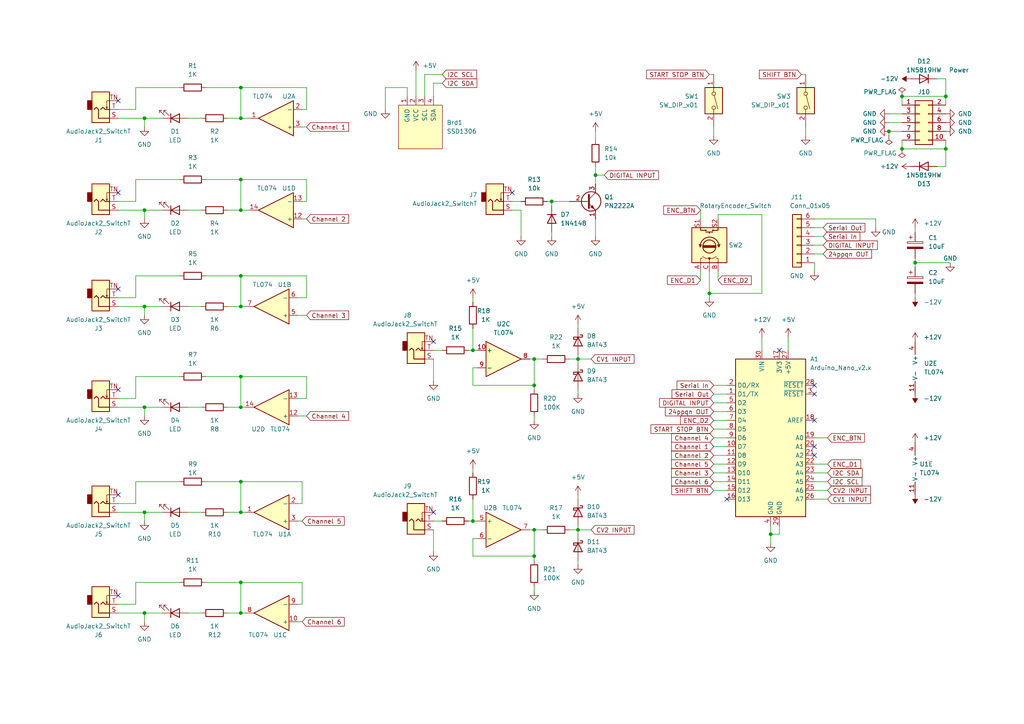
<source format=kicad_sch>
(kicad_sch (version 20211123) (generator eeschema)

  (uuid 939d1fca-3f2c-4183-926a-9b89a029d9a7)

  (paper "A4")

  (title_block
    (title "GToE prototype 2")
    (rev "1")
  )

  

  (junction (at 69.85 168.91) (diameter 0) (color 0 0 0 0)
    (uuid 01bbb586-ef8d-4ddf-8c80-74340115f8c2)
  )
  (junction (at 172.72 50.8) (diameter 0) (color 0 0 0 0)
    (uuid 0fe7b52a-5ab0-49af-9df5-605727fd9629)
  )
  (junction (at 69.85 177.8) (diameter 0) (color 0 0 0 0)
    (uuid 1aacebef-7166-44ac-ba9d-f4319bb8c2a1)
  )
  (junction (at 69.85 52.07) (diameter 0) (color 0 0 0 0)
    (uuid 1adea9cc-1a6f-43d0-a0c7-f15f9d142402)
  )
  (junction (at 167.64 104.14) (diameter 0) (color 0 0 0 0)
    (uuid 20ecb220-e95f-4871-989a-3aa80d4eef17)
  )
  (junction (at 69.85 109.22) (diameter 0) (color 0 0 0 0)
    (uuid 2d704435-2b61-45b7-b201-2bf6d837c7d3)
  )
  (junction (at 154.94 104.14) (diameter 0) (color 0 0 0 0)
    (uuid 2df7e01f-7c6c-4312-9ff7-ac020e968ee9)
  )
  (junction (at 41.91 34.29) (diameter 0) (color 0 0 0 0)
    (uuid 2f1a07b6-ad76-4a06-853c-dab3ee2850f6)
  )
  (junction (at 160.02 58.42) (diameter 0) (color 0 0 0 0)
    (uuid 3ec454cb-d195-43e0-940e-5dcf3cd11230)
  )
  (junction (at 41.91 148.59) (diameter 0) (color 0 0 0 0)
    (uuid 4c3b6af8-76f0-45ef-8c3f-9df4284c0206)
  )
  (junction (at 154.94 161.29) (diameter 0) (color 0 0 0 0)
    (uuid 4ef302ba-3fb8-473b-9960-3d952a8700dc)
  )
  (junction (at 69.85 118.11) (diameter 0) (color 0 0 0 0)
    (uuid 4fad6dae-d502-4839-af03-741c666aa89e)
  )
  (junction (at 137.16 151.13) (diameter 0) (color 0 0 0 0)
    (uuid 65dfde2f-bec6-446d-be6a-c5bad6fe7084)
  )
  (junction (at 41.91 118.11) (diameter 0) (color 0 0 0 0)
    (uuid 6f8c3b1c-3a38-4d86-9bc2-ad6939358a54)
  )
  (junction (at 69.85 80.01) (diameter 0) (color 0 0 0 0)
    (uuid 7247c85d-9109-4f74-a5f8-073a13ad9b00)
  )
  (junction (at 41.91 177.8) (diameter 0) (color 0 0 0 0)
    (uuid 7831fb5e-123a-46df-a455-7a9508dbe5ab)
  )
  (junction (at 69.85 139.7) (diameter 0) (color 0 0 0 0)
    (uuid 7ce994f6-9837-42f6-8f0e-a33b87846a85)
  )
  (junction (at 257.81 38.1) (diameter 0) (color 0 0 0 0)
    (uuid 80a0f295-48e1-4569-8d26-3102546e0255)
  )
  (junction (at 274.32 27.94) (diameter 0) (color 0 0 0 0)
    (uuid 80b03588-aa23-476a-9d12-a060ede2aafe)
  )
  (junction (at 69.85 60.96) (diameter 0) (color 0 0 0 0)
    (uuid 87e1f6f2-4291-4a56-a6c6-5e0e8fe5a1fb)
  )
  (junction (at 69.85 25.4) (diameter 0) (color 0 0 0 0)
    (uuid 9e2c980a-19bd-4dcd-85f5-d80d62e3f8cf)
  )
  (junction (at 41.91 60.96) (diameter 0) (color 0 0 0 0)
    (uuid a5a39816-f1ee-4ab9-8314-e277f66dbe27)
  )
  (junction (at 223.52 154.94) (diameter 0) (color 0 0 0 0)
    (uuid ace1d0a5-8f41-47b3-84a2-d13fc43afe5d)
  )
  (junction (at 69.85 34.29) (diameter 0) (color 0 0 0 0)
    (uuid b23f1ea8-6677-4ea6-a94b-85b8eb53b8d8)
  )
  (junction (at 69.85 88.9) (diameter 0) (color 0 0 0 0)
    (uuid b902f786-0e2c-4183-b096-7f344f5749b2)
  )
  (junction (at 261.62 27.94) (diameter 0) (color 0 0 0 0)
    (uuid b919c27a-f637-48d6-8184-7ceb19a616c3)
  )
  (junction (at 274.32 43.18) (diameter 0) (color 0 0 0 0)
    (uuid bdb4e82f-deca-4494-9511-3af4e2c5e381)
  )
  (junction (at 137.16 101.6) (diameter 0) (color 0 0 0 0)
    (uuid cd01be16-25f8-409f-95b1-b355a2382b57)
  )
  (junction (at 69.85 148.59) (diameter 0) (color 0 0 0 0)
    (uuid d046d289-4c5a-4d32-950f-33f865de2574)
  )
  (junction (at 261.62 43.18) (diameter 0) (color 0 0 0 0)
    (uuid d3b1a6e1-ba88-4969-a859-28bf08cd9cc9)
  )
  (junction (at 154.94 153.67) (diameter 0) (color 0 0 0 0)
    (uuid d56a31ed-ec5a-4724-b044-fd56627a92e8)
  )
  (junction (at 41.91 88.9) (diameter 0) (color 0 0 0 0)
    (uuid dca585e3-e89d-40ba-8154-042e0bc6a9a6)
  )
  (junction (at 265.43 76.2) (diameter 0) (color 0 0 0 0)
    (uuid e8605e95-0637-41f0-a19c-e385856bb70d)
  )
  (junction (at 154.94 111.76) (diameter 0) (color 0 0 0 0)
    (uuid ec6161ff-f736-4426-a4cf-6258043462ab)
  )
  (junction (at 167.64 153.67) (diameter 0) (color 0 0 0 0)
    (uuid f2a0cb2a-8c72-467c-9ca7-c53da25df665)
  )
  (junction (at 205.74 85.09) (diameter 0) (color 0 0 0 0)
    (uuid fd1e9dbf-7bbb-42f0-a50d-c2c89c626c2d)
  )

  (no_connect (at 34.29 113.03) (uuid 0d5627fb-5697-4efc-a260-d96ecb9f93c3))
  (no_connect (at 148.59 55.88) (uuid 2654b987-4591-469d-89c7-45b83f14b521))
  (no_connect (at 236.22 111.76) (uuid 27dea4c6-c043-451d-b6c6-fc3d416a6f51))
  (no_connect (at 34.29 172.72) (uuid 3b8ad362-c359-4165-91ec-aadffcf3d978))
  (no_connect (at 236.22 114.3) (uuid 4dea39fc-bb12-4db7-8438-3469730bc7e8))
  (no_connect (at 210.82 144.78) (uuid 5be04ac6-43c5-4261-953a-dd12f2531b6f))
  (no_connect (at 236.22 121.92) (uuid 609e719e-33ca-4634-b65e-d90f2c75c119))
  (no_connect (at 125.73 148.59) (uuid 668d8e58-4c94-4cd2-b4bb-55607d4898af))
  (no_connect (at 34.29 143.51) (uuid 7a2da178-df57-453c-8a4a-28fcdc2f3c50))
  (no_connect (at 34.29 83.82) (uuid 8484e074-dbbf-4a1a-831d-0024b24e16ee))
  (no_connect (at 236.22 132.08) (uuid 89eab1dc-771e-440a-a558-42d123c04925))
  (no_connect (at 34.29 55.88) (uuid 8c00c48a-3885-4e94-a56e-75fdd48c8ac2))
  (no_connect (at 125.73 99.06) (uuid b05fa802-0658-4360-ad3d-4095edb4f4b9))
  (no_connect (at 226.06 101.6) (uuid bab23eb2-2de9-4101-8518-b1550e4ed0ff))
  (no_connect (at 236.22 129.54) (uuid bc5d432a-9a40-4a38-8a20-d7136d6a72cd))
  (no_connect (at 34.29 29.21) (uuid caea21cf-ff3a-459d-ae29-45e99bc93b79))

  (wire (pts (xy 220.98 62.23) (xy 220.98 85.09))
    (stroke (width 0) (type default) (color 0 0 0 0))
    (uuid 00888669-526f-4afc-bbd6-43e3940c23c9)
  )
  (wire (pts (xy 123.19 21.59) (xy 123.19 27.94))
    (stroke (width 0) (type default) (color 0 0 0 0))
    (uuid 02f7a7c9-330b-4799-8e3c-3005ca5a2490)
  )
  (wire (pts (xy 207.01 114.3) (xy 210.82 114.3))
    (stroke (width 0) (type default) (color 0 0 0 0))
    (uuid 04548b77-d823-4c1b-9c27-c6ce43c98aa3)
  )
  (wire (pts (xy 207.01 124.46) (xy 210.82 124.46))
    (stroke (width 0) (type default) (color 0 0 0 0))
    (uuid 05b9f1d0-5ff4-4d57-8802-0d2c4eb21316)
  )
  (wire (pts (xy 158.75 58.42) (xy 160.02 58.42))
    (stroke (width 0) (type default) (color 0 0 0 0))
    (uuid 068165ec-6c11-4c02-8e0b-ccfe566a7650)
  )
  (wire (pts (xy 86.36 151.13) (xy 87.63 151.13))
    (stroke (width 0) (type default) (color 0 0 0 0))
    (uuid 0875d199-3a61-4f17-843a-f75a66a4050e)
  )
  (wire (pts (xy 254 66.04) (xy 254 63.5))
    (stroke (width 0) (type default) (color 0 0 0 0))
    (uuid 090f674a-39dc-4d32-abfc-009b9b3755f5)
  )
  (wire (pts (xy 39.37 58.42) (xy 39.37 52.07))
    (stroke (width 0) (type default) (color 0 0 0 0))
    (uuid 0a2211b4-91f5-4459-8d97-5e8e188af34c)
  )
  (wire (pts (xy 167.64 93.98) (xy 167.64 95.25))
    (stroke (width 0) (type default) (color 0 0 0 0))
    (uuid 0b45849a-34c3-4799-bb24-89e0ee4d5d11)
  )
  (wire (pts (xy 153.67 104.14) (xy 154.94 104.14))
    (stroke (width 0) (type default) (color 0 0 0 0))
    (uuid 0cd5af5c-78df-4bca-b70f-bd8e8f13e667)
  )
  (wire (pts (xy 207.01 111.76) (xy 210.82 111.76))
    (stroke (width 0) (type default) (color 0 0 0 0))
    (uuid 0e1ac309-c3ad-4ab1-a03b-2dd118f6d87a)
  )
  (wire (pts (xy 172.72 50.8) (xy 172.72 53.34))
    (stroke (width 0) (type default) (color 0 0 0 0))
    (uuid 0e6c4c43-1c36-439e-a778-2631ebda15e9)
  )
  (wire (pts (xy 54.61 148.59) (xy 58.42 148.59))
    (stroke (width 0) (type default) (color 0 0 0 0))
    (uuid 0ea24428-0de9-41d4-b673-d16d645ec740)
  )
  (wire (pts (xy 148.59 58.42) (xy 151.13 58.42))
    (stroke (width 0) (type default) (color 0 0 0 0))
    (uuid 0fde4400-cc90-4e37-aff0-a829c3566030)
  )
  (wire (pts (xy 265.43 74.93) (xy 265.43 76.2))
    (stroke (width 0) (type default) (color 0 0 0 0))
    (uuid 10048850-4277-4da4-9149-45e2a0417c49)
  )
  (wire (pts (xy 167.64 153.67) (xy 167.64 154.94))
    (stroke (width 0) (type default) (color 0 0 0 0))
    (uuid 10722ce5-f8a5-4eca-b191-f5ea1254bb30)
  )
  (wire (pts (xy 208.28 62.23) (xy 220.98 62.23))
    (stroke (width 0) (type default) (color 0 0 0 0))
    (uuid 12553f91-cba2-4ab1-b10c-9a2c101efbcb)
  )
  (wire (pts (xy 238.76 68.58) (xy 236.22 68.58))
    (stroke (width 0) (type default) (color 0 0 0 0))
    (uuid 15573316-7046-4cb3-be84-b290b3262405)
  )
  (wire (pts (xy 34.29 34.29) (xy 41.91 34.29))
    (stroke (width 0) (type default) (color 0 0 0 0))
    (uuid 1696b3ef-3157-4d71-9b48-209593675872)
  )
  (wire (pts (xy 223.52 154.94) (xy 226.06 154.94))
    (stroke (width 0) (type default) (color 0 0 0 0))
    (uuid 16c74f4f-26d2-4480-a255-55053d75fe30)
  )
  (wire (pts (xy 41.91 34.29) (xy 46.99 34.29))
    (stroke (width 0) (type default) (color 0 0 0 0))
    (uuid 18993a8a-ca5d-407f-848b-defb203a9189)
  )
  (wire (pts (xy 172.72 63.5) (xy 172.72 68.58))
    (stroke (width 0) (type default) (color 0 0 0 0))
    (uuid 18ae432e-29c1-4f82-b5de-08351e122d6b)
  )
  (wire (pts (xy 34.29 88.9) (xy 41.91 88.9))
    (stroke (width 0) (type default) (color 0 0 0 0))
    (uuid 1ab20642-1f70-4b02-85c3-d07b70dfa09f)
  )
  (wire (pts (xy 157.48 153.67) (xy 154.94 153.67))
    (stroke (width 0) (type default) (color 0 0 0 0))
    (uuid 1b09d72d-a60a-404a-8eff-af5928779ca3)
  )
  (wire (pts (xy 274.32 48.26) (xy 274.32 43.18))
    (stroke (width 0) (type default) (color 0 0 0 0))
    (uuid 1f9896e6-b5ae-4280-b574-867cc1543442)
  )
  (wire (pts (xy 137.16 106.68) (xy 138.43 106.68))
    (stroke (width 0) (type default) (color 0 0 0 0))
    (uuid 218936c9-fd88-46f3-812f-021cc4e7e95d)
  )
  (wire (pts (xy 88.9 115.57) (xy 88.9 109.22))
    (stroke (width 0) (type default) (color 0 0 0 0))
    (uuid 22b67607-fd33-40bf-9953-aaeb2cc3bff3)
  )
  (wire (pts (xy 69.85 52.07) (xy 69.85 60.96))
    (stroke (width 0) (type default) (color 0 0 0 0))
    (uuid 22ec07c6-1814-4bcc-81fe-8b2a319721d4)
  )
  (wire (pts (xy 125.73 104.14) (xy 125.73 110.49))
    (stroke (width 0) (type default) (color 0 0 0 0))
    (uuid 232f38ec-21ea-4a47-91ea-c85a04889396)
  )
  (wire (pts (xy 203.2 63.5) (xy 203.2 60.96))
    (stroke (width 0) (type default) (color 0 0 0 0))
    (uuid 23cdf0c9-4c44-4333-ad84-40cf9337ba38)
  )
  (wire (pts (xy 207.01 119.38) (xy 210.82 119.38))
    (stroke (width 0) (type default) (color 0 0 0 0))
    (uuid 23dac4f0-812d-4677-88fa-5bdcd3979384)
  )
  (wire (pts (xy 39.37 146.05) (xy 39.37 139.7))
    (stroke (width 0) (type default) (color 0 0 0 0))
    (uuid 2450b13d-1b2c-42e2-9f3c-022c8d283799)
  )
  (wire (pts (xy 118.11 25.4) (xy 118.11 27.94))
    (stroke (width 0) (type default) (color 0 0 0 0))
    (uuid 24898c03-0432-4355-9022-1dd4a494db3b)
  )
  (wire (pts (xy 39.37 175.26) (xy 39.37 168.91))
    (stroke (width 0) (type default) (color 0 0 0 0))
    (uuid 24a77f75-c600-45cb-bf5f-afea87ea647c)
  )
  (wire (pts (xy 128.27 21.59) (xy 123.19 21.59))
    (stroke (width 0) (type default) (color 0 0 0 0))
    (uuid 2687bf03-ffc2-4d48-aa6f-1aef93caa657)
  )
  (wire (pts (xy 167.64 104.14) (xy 167.64 105.41))
    (stroke (width 0) (type default) (color 0 0 0 0))
    (uuid 2708cad2-c1d4-431c-a491-069abb353cb1)
  )
  (wire (pts (xy 54.61 118.11) (xy 58.42 118.11))
    (stroke (width 0) (type default) (color 0 0 0 0))
    (uuid 275de223-e55c-4595-954a-6b567572e319)
  )
  (wire (pts (xy 39.37 168.91) (xy 52.07 168.91))
    (stroke (width 0) (type default) (color 0 0 0 0))
    (uuid 282549b8-debb-4192-8eb7-5e1fc199c3b2)
  )
  (wire (pts (xy 203.2 81.28) (xy 203.2 78.74))
    (stroke (width 0) (type default) (color 0 0 0 0))
    (uuid 292448f2-9878-48b7-bdaa-bba1bdc524e1)
  )
  (wire (pts (xy 154.94 113.03) (xy 154.94 111.76))
    (stroke (width 0) (type default) (color 0 0 0 0))
    (uuid 29f12c71-1e39-46c9-8468-57b050e8c4e3)
  )
  (wire (pts (xy 265.43 76.2) (xy 265.43 77.47))
    (stroke (width 0) (type default) (color 0 0 0 0))
    (uuid 2bf77205-7bd4-4b19-92a5-403df8997ca4)
  )
  (wire (pts (xy 41.91 60.96) (xy 41.91 63.5))
    (stroke (width 0) (type default) (color 0 0 0 0))
    (uuid 2d2c567f-990e-43de-a45e-07dcf3d574df)
  )
  (wire (pts (xy 86.36 120.65) (xy 88.9 120.65))
    (stroke (width 0) (type default) (color 0 0 0 0))
    (uuid 303bccf3-2d61-4c16-987a-64577855d3bb)
  )
  (wire (pts (xy 39.37 31.75) (xy 39.37 25.4))
    (stroke (width 0) (type default) (color 0 0 0 0))
    (uuid 325ad235-d39c-4894-9060-669ec65da8cf)
  )
  (wire (pts (xy 172.72 38.1) (xy 172.72 40.64))
    (stroke (width 0) (type default) (color 0 0 0 0))
    (uuid 335e260c-544e-4446-b9b4-df9e8330f67c)
  )
  (wire (pts (xy 228.6 97.79) (xy 228.6 101.6))
    (stroke (width 0) (type default) (color 0 0 0 0))
    (uuid 335feb20-1fb8-4c80-a47e-65aa81fbef83)
  )
  (wire (pts (xy 207.01 137.16) (xy 210.82 137.16))
    (stroke (width 0) (type default) (color 0 0 0 0))
    (uuid 33a36406-7342-4e89-9638-dd13fc9c9e59)
  )
  (wire (pts (xy 69.85 139.7) (xy 87.63 139.7))
    (stroke (width 0) (type default) (color 0 0 0 0))
    (uuid 33d6f89f-8648-43ab-8211-808a5c2a1de9)
  )
  (wire (pts (xy 34.29 146.05) (xy 39.37 146.05))
    (stroke (width 0) (type default) (color 0 0 0 0))
    (uuid 349d1b17-3ca5-4310-8603-bfcac15d9779)
  )
  (wire (pts (xy 34.29 177.8) (xy 41.91 177.8))
    (stroke (width 0) (type default) (color 0 0 0 0))
    (uuid 35a4bcdd-c017-440b-9dad-75ec8aa47970)
  )
  (wire (pts (xy 59.69 25.4) (xy 69.85 25.4))
    (stroke (width 0) (type default) (color 0 0 0 0))
    (uuid 379f1c28-4a76-4353-90b3-8c03b9cc7732)
  )
  (wire (pts (xy 207.01 21.59) (xy 205.74 21.59))
    (stroke (width 0) (type default) (color 0 0 0 0))
    (uuid 38f018c4-6a5e-41fd-be32-9f1782112fb1)
  )
  (wire (pts (xy 125.73 101.6) (xy 128.27 101.6))
    (stroke (width 0) (type default) (color 0 0 0 0))
    (uuid 3b6a8b02-3ae7-4eaa-b590-43c6b96299ee)
  )
  (wire (pts (xy 54.61 34.29) (xy 58.42 34.29))
    (stroke (width 0) (type default) (color 0 0 0 0))
    (uuid 3d377ce1-a2c5-4d14-9f02-94478caf1282)
  )
  (wire (pts (xy 87.63 31.75) (xy 88.9 31.75))
    (stroke (width 0) (type default) (color 0 0 0 0))
    (uuid 3e571a02-03e0-4598-a609-e9c7e7a95ec4)
  )
  (wire (pts (xy 154.94 153.67) (xy 154.94 161.29))
    (stroke (width 0) (type default) (color 0 0 0 0))
    (uuid 41592a34-b5e0-498e-b3d9-5e683e74e400)
  )
  (wire (pts (xy 167.64 104.14) (xy 171.45 104.14))
    (stroke (width 0) (type default) (color 0 0 0 0))
    (uuid 415f6a2a-0819-4a32-a17d-06a0e8a58036)
  )
  (wire (pts (xy 69.85 60.96) (xy 72.39 60.96))
    (stroke (width 0) (type default) (color 0 0 0 0))
    (uuid 418e2033-9beb-4dc9-852d-fdebff37f6e4)
  )
  (wire (pts (xy 265.43 66.04) (xy 265.43 67.31))
    (stroke (width 0) (type default) (color 0 0 0 0))
    (uuid 4311a415-97b2-43f6-a81d-718e51e1b859)
  )
  (wire (pts (xy 137.16 161.29) (xy 154.94 161.29))
    (stroke (width 0) (type default) (color 0 0 0 0))
    (uuid 44fdae99-fabc-42c3-b71e-03120ee479ee)
  )
  (wire (pts (xy 167.64 113.03) (xy 167.64 114.3))
    (stroke (width 0) (type default) (color 0 0 0 0))
    (uuid 459710f6-4d7d-40be-9b04-5e9a368b8c00)
  )
  (wire (pts (xy 208.28 63.5) (xy 208.28 62.23))
    (stroke (width 0) (type default) (color 0 0 0 0))
    (uuid 46b304df-4180-4984-9e5d-83e10dcadff4)
  )
  (wire (pts (xy 137.16 101.6) (xy 138.43 101.6))
    (stroke (width 0) (type default) (color 0 0 0 0))
    (uuid 474a3f9d-2b64-4966-9c5e-ee995dbcc11f)
  )
  (wire (pts (xy 86.36 180.34) (xy 87.63 180.34))
    (stroke (width 0) (type default) (color 0 0 0 0))
    (uuid 4754b732-0a33-494b-90b0-fee8412301df)
  )
  (wire (pts (xy 86.36 91.44) (xy 88.9 91.44))
    (stroke (width 0) (type default) (color 0 0 0 0))
    (uuid 47a4e244-780e-48eb-b41d-1640d66c0fcd)
  )
  (wire (pts (xy 135.89 101.6) (xy 137.16 101.6))
    (stroke (width 0) (type default) (color 0 0 0 0))
    (uuid 47ac72d4-bd27-4447-b979-99a8986e623d)
  )
  (wire (pts (xy 167.64 152.4) (xy 167.64 153.67))
    (stroke (width 0) (type default) (color 0 0 0 0))
    (uuid 47e72c91-7c9f-4a84-84d0-c6e4a5768ed8)
  )
  (wire (pts (xy 233.68 39.37) (xy 233.68 36.83))
    (stroke (width 0) (type default) (color 0 0 0 0))
    (uuid 4818a8d1-75bc-44f4-b9ed-2be325375416)
  )
  (wire (pts (xy 157.48 104.14) (xy 154.94 104.14))
    (stroke (width 0) (type default) (color 0 0 0 0))
    (uuid 49cde530-ddc1-4f14-9b13-8d9a2ca10c3a)
  )
  (wire (pts (xy 137.16 156.21) (xy 137.16 161.29))
    (stroke (width 0) (type default) (color 0 0 0 0))
    (uuid 4b70d7be-d0b4-4935-b09f-3578133ba481)
  )
  (wire (pts (xy 41.91 60.96) (xy 46.99 60.96))
    (stroke (width 0) (type default) (color 0 0 0 0))
    (uuid 4c0b437f-8a01-477d-a6f9-7ec7ce2dc466)
  )
  (wire (pts (xy 238.76 66.04) (xy 236.22 66.04))
    (stroke (width 0) (type default) (color 0 0 0 0))
    (uuid 4d458ee8-d508-40bd-9b92-392330328966)
  )
  (wire (pts (xy 39.37 80.01) (xy 52.07 80.01))
    (stroke (width 0) (type default) (color 0 0 0 0))
    (uuid 4d557d7f-7719-4f80-94ac-5531db91c5c7)
  )
  (wire (pts (xy 226.06 152.4) (xy 226.06 154.94))
    (stroke (width 0) (type default) (color 0 0 0 0))
    (uuid 4d5adbc3-357f-4a75-9468-e5a15ab291e3)
  )
  (wire (pts (xy 88.9 86.36) (xy 88.9 80.01))
    (stroke (width 0) (type default) (color 0 0 0 0))
    (uuid 4e0a158e-f62e-4ad0-b943-3eaefad92067)
  )
  (wire (pts (xy 54.61 60.96) (xy 58.42 60.96))
    (stroke (width 0) (type default) (color 0 0 0 0))
    (uuid 50855149-12eb-4a2e-a48d-3bc78970e17d)
  )
  (wire (pts (xy 86.36 86.36) (xy 88.9 86.36))
    (stroke (width 0) (type default) (color 0 0 0 0))
    (uuid 54f4dac5-21cb-4ccc-b34e-bca1afba31d2)
  )
  (wire (pts (xy 88.9 80.01) (xy 69.85 80.01))
    (stroke (width 0) (type default) (color 0 0 0 0))
    (uuid 55051037-8b31-44b9-8e01-8ae5d0b6424d)
  )
  (wire (pts (xy 34.29 58.42) (xy 39.37 58.42))
    (stroke (width 0) (type default) (color 0 0 0 0))
    (uuid 559ecdd5-7157-4b6e-8365-c80a48a2639c)
  )
  (wire (pts (xy 34.29 86.36) (xy 39.37 86.36))
    (stroke (width 0) (type default) (color 0 0 0 0))
    (uuid 55c0478d-8080-4c1d-8604-65a2d25999fa)
  )
  (wire (pts (xy 167.64 143.51) (xy 167.64 144.78))
    (stroke (width 0) (type default) (color 0 0 0 0))
    (uuid 55f39ab8-c72e-42c1-a690-a397d34d1bc8)
  )
  (wire (pts (xy 120.65 20.32) (xy 120.65 27.94))
    (stroke (width 0) (type default) (color 0 0 0 0))
    (uuid 578b6235-424f-4ef7-a13a-2eb828fdff70)
  )
  (wire (pts (xy 207.01 132.08) (xy 210.82 132.08))
    (stroke (width 0) (type default) (color 0 0 0 0))
    (uuid 5a722d22-4ecd-49dd-bcb0-518e553ae30d)
  )
  (wire (pts (xy 274.32 22.86) (xy 274.32 27.94))
    (stroke (width 0) (type default) (color 0 0 0 0))
    (uuid 5c09703f-6c76-495d-9a58-e2ebc9242342)
  )
  (wire (pts (xy 39.37 109.22) (xy 52.07 109.22))
    (stroke (width 0) (type default) (color 0 0 0 0))
    (uuid 5c400b46-2fcf-4458-9699-ae37dd26bccb)
  )
  (wire (pts (xy 69.85 109.22) (xy 69.85 118.11))
    (stroke (width 0) (type default) (color 0 0 0 0))
    (uuid 5cd6e5fe-4b18-46d6-a3d1-e3ffde24589e)
  )
  (wire (pts (xy 274.32 40.64) (xy 274.32 43.18))
    (stroke (width 0) (type default) (color 0 0 0 0))
    (uuid 5d5ced92-faf8-444e-981f-4e4ff49b98e7)
  )
  (wire (pts (xy 41.91 34.29) (xy 41.91 36.83))
    (stroke (width 0) (type default) (color 0 0 0 0))
    (uuid 5d93f799-90b6-4c25-98c8-cc4dbc3b1bc0)
  )
  (wire (pts (xy 88.9 58.42) (xy 88.9 52.07))
    (stroke (width 0) (type default) (color 0 0 0 0))
    (uuid 5ec7b1d8-8446-4919-a38c-76210caa1873)
  )
  (wire (pts (xy 167.64 162.56) (xy 167.64 163.83))
    (stroke (width 0) (type default) (color 0 0 0 0))
    (uuid 5f035f85-8c2e-4853-b183-6abac5e2be10)
  )
  (wire (pts (xy 160.02 67.31) (xy 160.02 68.58))
    (stroke (width 0) (type default) (color 0 0 0 0))
    (uuid 629a7aa1-4019-458a-8b5d-0abf66ce0257)
  )
  (wire (pts (xy 34.29 148.59) (xy 41.91 148.59))
    (stroke (width 0) (type default) (color 0 0 0 0))
    (uuid 65958d22-4303-48dd-9fde-306753b42789)
  )
  (wire (pts (xy 41.91 118.11) (xy 41.91 120.65))
    (stroke (width 0) (type default) (color 0 0 0 0))
    (uuid 662ccf0e-d1d5-4050-8293-3daf044ab08c)
  )
  (wire (pts (xy 257.81 38.1) (xy 261.62 38.1))
    (stroke (width 0) (type default) (color 0 0 0 0))
    (uuid 686830dd-5bd4-421c-97b1-cd04ec112e6f)
  )
  (wire (pts (xy 154.94 121.92) (xy 154.94 120.65))
    (stroke (width 0) (type default) (color 0 0 0 0))
    (uuid 69069406-1963-4170-8560-8104e7e045d7)
  )
  (wire (pts (xy 137.16 95.25) (xy 137.16 101.6))
    (stroke (width 0) (type default) (color 0 0 0 0))
    (uuid 6da6842f-2388-4f5f-9ee2-76bb34632c1b)
  )
  (wire (pts (xy 69.85 25.4) (xy 88.9 25.4))
    (stroke (width 0) (type default) (color 0 0 0 0))
    (uuid 6ef03535-d0d2-4117-ba8a-13b15d291146)
  )
  (wire (pts (xy 41.91 177.8) (xy 46.99 177.8))
    (stroke (width 0) (type default) (color 0 0 0 0))
    (uuid 72a11c15-bc2e-4e4e-b064-0530d656a4f2)
  )
  (wire (pts (xy 125.73 24.13) (xy 125.73 27.94))
    (stroke (width 0) (type default) (color 0 0 0 0))
    (uuid 72d28e7a-0912-41d1-8bf0-5186c787f495)
  )
  (wire (pts (xy 34.29 115.57) (xy 39.37 115.57))
    (stroke (width 0) (type default) (color 0 0 0 0))
    (uuid 7454f9be-a252-4e64-8cb6-659f28a46b4e)
  )
  (wire (pts (xy 165.1 153.67) (xy 167.64 153.67))
    (stroke (width 0) (type default) (color 0 0 0 0))
    (uuid 746457c5-4533-496b-b839-879422eb2f82)
  )
  (wire (pts (xy 86.36 146.05) (xy 87.63 146.05))
    (stroke (width 0) (type default) (color 0 0 0 0))
    (uuid 774fcb45-a172-4233-8e81-6712f4651e80)
  )
  (wire (pts (xy 207.01 121.92) (xy 210.82 121.92))
    (stroke (width 0) (type default) (color 0 0 0 0))
    (uuid 78087d34-36cd-40f9-8df6-88f39a8e923c)
  )
  (wire (pts (xy 87.63 175.26) (xy 87.63 168.91))
    (stroke (width 0) (type default) (color 0 0 0 0))
    (uuid 78e786de-043d-4f36-a95b-827ecfd3a860)
  )
  (wire (pts (xy 151.13 60.96) (xy 151.13 68.58))
    (stroke (width 0) (type default) (color 0 0 0 0))
    (uuid 7bd72df4-68a1-4663-8001-035714ea1d46)
  )
  (wire (pts (xy 137.16 106.68) (xy 137.16 111.76))
    (stroke (width 0) (type default) (color 0 0 0 0))
    (uuid 7d009995-14e6-4e3a-a6bf-75ca9be73436)
  )
  (wire (pts (xy 236.22 134.62) (xy 240.03 134.62))
    (stroke (width 0) (type default) (color 0 0 0 0))
    (uuid 7dd53853-47b4-4ad4-b60a-12406caceae9)
  )
  (wire (pts (xy 87.63 58.42) (xy 88.9 58.42))
    (stroke (width 0) (type default) (color 0 0 0 0))
    (uuid 7eb86270-8e46-4c86-aca0-01cd356252d4)
  )
  (wire (pts (xy 34.29 31.75) (xy 39.37 31.75))
    (stroke (width 0) (type default) (color 0 0 0 0))
    (uuid 7f1a47e9-e606-4559-b3a6-98d8056eafbb)
  )
  (wire (pts (xy 69.85 52.07) (xy 88.9 52.07))
    (stroke (width 0) (type default) (color 0 0 0 0))
    (uuid 8087cf9e-a59e-49ee-959e-1547ad310f68)
  )
  (wire (pts (xy 205.74 78.74) (xy 205.74 85.09))
    (stroke (width 0) (type default) (color 0 0 0 0))
    (uuid 8209c98c-ad4a-4de7-8d4d-31929f244f93)
  )
  (wire (pts (xy 111.76 31.75) (xy 111.76 25.4))
    (stroke (width 0) (type default) (color 0 0 0 0))
    (uuid 84628db2-78f4-455d-935c-669b74635348)
  )
  (wire (pts (xy 69.85 118.11) (xy 66.04 118.11))
    (stroke (width 0) (type default) (color 0 0 0 0))
    (uuid 84cd1643-db67-46fc-bdb3-0f8472565395)
  )
  (wire (pts (xy 207.01 127) (xy 210.82 127))
    (stroke (width 0) (type default) (color 0 0 0 0))
    (uuid 8676e459-7c2d-4c62-b756-5dbad9971ef4)
  )
  (wire (pts (xy 86.36 175.26) (xy 87.63 175.26))
    (stroke (width 0) (type default) (color 0 0 0 0))
    (uuid 895a16fe-6a85-40c1-a068-c6c5069be327)
  )
  (wire (pts (xy 172.72 50.8) (xy 175.26 50.8))
    (stroke (width 0) (type default) (color 0 0 0 0))
    (uuid 8a527247-4e86-49ac-96b2-0b9ba94da524)
  )
  (wire (pts (xy 66.04 60.96) (xy 69.85 60.96))
    (stroke (width 0) (type default) (color 0 0 0 0))
    (uuid 8bd5fd7f-cf6e-425c-b9d6-3c826368fb4d)
  )
  (wire (pts (xy 154.94 104.14) (xy 154.94 111.76))
    (stroke (width 0) (type default) (color 0 0 0 0))
    (uuid 8db87abd-78a8-4707-b998-35d91c31dc52)
  )
  (wire (pts (xy 86.36 115.57) (xy 88.9 115.57))
    (stroke (width 0) (type default) (color 0 0 0 0))
    (uuid 92ae353c-97f4-4c4d-9398-e91db030f4a8)
  )
  (wire (pts (xy 137.16 86.36) (xy 137.16 87.63))
    (stroke (width 0) (type default) (color 0 0 0 0))
    (uuid 92dcd119-522b-416d-afb9-fe804b794444)
  )
  (wire (pts (xy 41.91 148.59) (xy 41.91 151.13))
    (stroke (width 0) (type default) (color 0 0 0 0))
    (uuid 9411389b-89e4-4fd9-b197-1fd897880c74)
  )
  (wire (pts (xy 160.02 58.42) (xy 160.02 59.69))
    (stroke (width 0) (type default) (color 0 0 0 0))
    (uuid 97d4dc22-cea2-4f31-ab47-48954521c9ea)
  )
  (wire (pts (xy 207.01 39.37) (xy 207.01 36.83))
    (stroke (width 0) (type default) (color 0 0 0 0))
    (uuid 982c0a71-fbd6-4ace-8adb-04279f3ab267)
  )
  (wire (pts (xy 236.22 139.7) (xy 240.03 139.7))
    (stroke (width 0) (type default) (color 0 0 0 0))
    (uuid 998fda77-4469-4506-86ca-bb382e8ee04b)
  )
  (wire (pts (xy 41.91 148.59) (xy 46.99 148.59))
    (stroke (width 0) (type default) (color 0 0 0 0))
    (uuid 9b42f2d5-ac7c-41cd-8133-c33ded91e5a9)
  )
  (wire (pts (xy 69.85 109.22) (xy 88.9 109.22))
    (stroke (width 0) (type default) (color 0 0 0 0))
    (uuid 9e5805ba-ef35-49a1-8625-91fc1a2d8c02)
  )
  (wire (pts (xy 137.16 135.89) (xy 137.16 137.16))
    (stroke (width 0) (type default) (color 0 0 0 0))
    (uuid 9ec202d2-54e7-4767-8d5f-5508e7b44543)
  )
  (wire (pts (xy 207.01 134.62) (xy 210.82 134.62))
    (stroke (width 0) (type default) (color 0 0 0 0))
    (uuid a11b243c-b8ac-4b51-920a-c19dc41aec03)
  )
  (wire (pts (xy 261.62 30.48) (xy 261.62 27.94))
    (stroke (width 0) (type default) (color 0 0 0 0))
    (uuid a32d7af7-caa5-4fcd-b940-60312a23b93a)
  )
  (wire (pts (xy 69.85 88.9) (xy 71.12 88.9))
    (stroke (width 0) (type default) (color 0 0 0 0))
    (uuid a384fadc-a10d-479f-94d2-2a5b2d1d7039)
  )
  (wire (pts (xy 271.78 48.26) (xy 274.32 48.26))
    (stroke (width 0) (type default) (color 0 0 0 0))
    (uuid a3ae5fe0-aa32-4413-85be-83d64b712b8c)
  )
  (wire (pts (xy 148.59 60.96) (xy 151.13 60.96))
    (stroke (width 0) (type default) (color 0 0 0 0))
    (uuid a419472a-c519-42af-a7a7-8d55731ad33e)
  )
  (wire (pts (xy 207.01 116.84) (xy 210.82 116.84))
    (stroke (width 0) (type default) (color 0 0 0 0))
    (uuid a437b42a-de25-44ea-bd82-78ea4050bd94)
  )
  (wire (pts (xy 233.68 21.59) (xy 232.41 21.59))
    (stroke (width 0) (type default) (color 0 0 0 0))
    (uuid a49154d7-98cd-42dc-b035-8363e6ed42ef)
  )
  (wire (pts (xy 208.28 81.28) (xy 208.28 78.74))
    (stroke (width 0) (type default) (color 0 0 0 0))
    (uuid a4f3d41a-af65-423d-b75c-3a4dfb401018)
  )
  (wire (pts (xy 69.85 168.91) (xy 87.63 168.91))
    (stroke (width 0) (type default) (color 0 0 0 0))
    (uuid a570fd45-915c-413d-8511-67112ddbfb1b)
  )
  (wire (pts (xy 39.37 25.4) (xy 52.07 25.4))
    (stroke (width 0) (type default) (color 0 0 0 0))
    (uuid a60d0abd-cac5-40ce-8146-e36e1abaeddf)
  )
  (wire (pts (xy 125.73 151.13) (xy 128.27 151.13))
    (stroke (width 0) (type default) (color 0 0 0 0))
    (uuid a6821adb-6787-40f0-882c-45474cd6d035)
  )
  (wire (pts (xy 39.37 115.57) (xy 39.37 109.22))
    (stroke (width 0) (type default) (color 0 0 0 0))
    (uuid a6f31cf3-8dc0-4e1e-a3a6-c76df8c6e2cb)
  )
  (wire (pts (xy 34.29 60.96) (xy 41.91 60.96))
    (stroke (width 0) (type default) (color 0 0 0 0))
    (uuid a80042cf-f0d4-4045-bfe4-04f7525272ec)
  )
  (wire (pts (xy 69.85 148.59) (xy 66.04 148.59))
    (stroke (width 0) (type default) (color 0 0 0 0))
    (uuid a8514681-196b-44d0-b279-cbd6f9496f12)
  )
  (wire (pts (xy 205.74 86.36) (xy 205.74 85.09))
    (stroke (width 0) (type default) (color 0 0 0 0))
    (uuid a88aa39c-ab01-48f4-b52c-72379da3c07b)
  )
  (wire (pts (xy 54.61 88.9) (xy 58.42 88.9))
    (stroke (width 0) (type default) (color 0 0 0 0))
    (uuid ab21b72a-c65b-436b-a024-420f0e1bd5fb)
  )
  (wire (pts (xy 205.74 85.09) (xy 220.98 85.09))
    (stroke (width 0) (type default) (color 0 0 0 0))
    (uuid ab393c6b-5fda-4897-ae5b-77fc0d49af67)
  )
  (wire (pts (xy 41.91 88.9) (xy 46.99 88.9))
    (stroke (width 0) (type default) (color 0 0 0 0))
    (uuid ac927798-764a-470d-8e32-ab188c3be9d9)
  )
  (wire (pts (xy 236.22 71.12) (xy 238.76 71.12))
    (stroke (width 0) (type default) (color 0 0 0 0))
    (uuid ac977693-55e6-4f2b-9336-0acabaf5e6cc)
  )
  (wire (pts (xy 160.02 58.42) (xy 165.1 58.42))
    (stroke (width 0) (type default) (color 0 0 0 0))
    (uuid acb04d4a-6e28-4197-b96d-cca961b9a352)
  )
  (wire (pts (xy 261.62 40.64) (xy 261.62 43.18))
    (stroke (width 0) (type default) (color 0 0 0 0))
    (uuid ad83ea93-a261-44af-9ce9-44f34c926f1f)
  )
  (wire (pts (xy 165.1 104.14) (xy 167.64 104.14))
    (stroke (width 0) (type default) (color 0 0 0 0))
    (uuid b02b8fe2-ffcf-4399-8d32-f085295ae9be)
  )
  (wire (pts (xy 87.63 63.5) (xy 88.9 63.5))
    (stroke (width 0) (type default) (color 0 0 0 0))
    (uuid b056618b-9337-4ecc-bce8-dc5869882bd7)
  )
  (wire (pts (xy 69.85 34.29) (xy 66.04 34.29))
    (stroke (width 0) (type default) (color 0 0 0 0))
    (uuid b3ffacae-4877-4f3c-b330-37753bcfeef2)
  )
  (wire (pts (xy 257.81 38.1) (xy 257.81 39.37))
    (stroke (width 0) (type default) (color 0 0 0 0))
    (uuid b45d2437-4231-4393-9853-61e2810e8eef)
  )
  (wire (pts (xy 59.69 52.07) (xy 69.85 52.07))
    (stroke (width 0) (type default) (color 0 0 0 0))
    (uuid b55c7749-7442-4e0e-81bc-0a478cb0ac8a)
  )
  (wire (pts (xy 69.85 118.11) (xy 71.12 118.11))
    (stroke (width 0) (type default) (color 0 0 0 0))
    (uuid b70b6063-f12f-423b-9971-1db44e53b1b6)
  )
  (wire (pts (xy 41.91 118.11) (xy 46.99 118.11))
    (stroke (width 0) (type default) (color 0 0 0 0))
    (uuid b7ba5590-bcbc-4d3a-bb2b-67ef3ff01bf9)
  )
  (wire (pts (xy 167.64 102.87) (xy 167.64 104.14))
    (stroke (width 0) (type default) (color 0 0 0 0))
    (uuid b8b96b86-9f26-4791-8fab-c0012a9204d0)
  )
  (wire (pts (xy 172.72 48.26) (xy 172.72 50.8))
    (stroke (width 0) (type default) (color 0 0 0 0))
    (uuid b913c3b8-7e72-4c0b-bda2-34fe7b55ab25)
  )
  (wire (pts (xy 236.22 137.16) (xy 240.03 137.16))
    (stroke (width 0) (type default) (color 0 0 0 0))
    (uuid baf9089a-117f-477e-b388-59d85cc068a1)
  )
  (wire (pts (xy 69.85 25.4) (xy 69.85 34.29))
    (stroke (width 0) (type default) (color 0 0 0 0))
    (uuid bd0ecbaa-0107-4713-afad-9631d70470c9)
  )
  (wire (pts (xy 257.81 35.56) (xy 261.62 35.56))
    (stroke (width 0) (type default) (color 0 0 0 0))
    (uuid be717b8a-a24e-4b1a-8c07-d2cb4a8b44a0)
  )
  (wire (pts (xy 59.69 139.7) (xy 69.85 139.7))
    (stroke (width 0) (type default) (color 0 0 0 0))
    (uuid be91969f-27d0-4896-bda7-89479ff2c6f0)
  )
  (wire (pts (xy 261.62 27.94) (xy 274.32 27.94))
    (stroke (width 0) (type default) (color 0 0 0 0))
    (uuid bfd39b38-25cc-4208-85be-c343c956d624)
  )
  (wire (pts (xy 41.91 177.8) (xy 41.91 180.34))
    (stroke (width 0) (type default) (color 0 0 0 0))
    (uuid c1344527-bf12-418e-bb93-1ab1cbcbc765)
  )
  (wire (pts (xy 69.85 80.01) (xy 69.85 88.9))
    (stroke (width 0) (type default) (color 0 0 0 0))
    (uuid c3958be8-3003-4b81-a0e5-084b481ac3e8)
  )
  (wire (pts (xy 223.52 152.4) (xy 223.52 154.94))
    (stroke (width 0) (type default) (color 0 0 0 0))
    (uuid c50581b5-4447-4088-bf17-173a09e402d5)
  )
  (wire (pts (xy 69.85 88.9) (xy 66.04 88.9))
    (stroke (width 0) (type default) (color 0 0 0 0))
    (uuid c6adff6e-82e1-42de-a1d3-c2320961301b)
  )
  (wire (pts (xy 154.94 162.56) (xy 154.94 161.29))
    (stroke (width 0) (type default) (color 0 0 0 0))
    (uuid cb58872e-1637-4041-9a9c-462d58f60489)
  )
  (wire (pts (xy 41.91 88.9) (xy 41.91 91.44))
    (stroke (width 0) (type default) (color 0 0 0 0))
    (uuid cd7749a7-ea7a-4254-8d13-3fc0af54ac1a)
  )
  (wire (pts (xy 135.89 151.13) (xy 137.16 151.13))
    (stroke (width 0) (type default) (color 0 0 0 0))
    (uuid d0f348b7-a7a5-4cb3-b9f1-72c15c41a42d)
  )
  (wire (pts (xy 207.01 129.54) (xy 210.82 129.54))
    (stroke (width 0) (type default) (color 0 0 0 0))
    (uuid d2ceccc1-95d6-4f25-baa1-52608161f423)
  )
  (wire (pts (xy 54.61 177.8) (xy 58.42 177.8))
    (stroke (width 0) (type default) (color 0 0 0 0))
    (uuid d2ed7317-658a-4865-bf5f-b2b3135a861d)
  )
  (wire (pts (xy 69.85 34.29) (xy 72.39 34.29))
    (stroke (width 0) (type default) (color 0 0 0 0))
    (uuid d337bd41-b84a-4083-8138-b697897be715)
  )
  (wire (pts (xy 236.22 73.66) (xy 238.76 73.66))
    (stroke (width 0) (type default) (color 0 0 0 0))
    (uuid d3b10b90-4fd7-4a10-aadc-d707d0767705)
  )
  (wire (pts (xy 167.64 153.67) (xy 171.45 153.67))
    (stroke (width 0) (type default) (color 0 0 0 0))
    (uuid d7a22843-b5aa-4dcb-9f83-e0b93ec1d932)
  )
  (wire (pts (xy 39.37 52.07) (xy 52.07 52.07))
    (stroke (width 0) (type default) (color 0 0 0 0))
    (uuid d80078b3-94d9-48bf-85f9-0552f3304675)
  )
  (wire (pts (xy 111.76 25.4) (xy 118.11 25.4))
    (stroke (width 0) (type default) (color 0 0 0 0))
    (uuid d8c2b0e0-464d-4f8a-a354-013c2fcd2746)
  )
  (wire (pts (xy 220.98 97.79) (xy 220.98 101.6))
    (stroke (width 0) (type default) (color 0 0 0 0))
    (uuid d9290646-90b7-4fbd-83fc-19591b512599)
  )
  (wire (pts (xy 69.85 148.59) (xy 71.12 148.59))
    (stroke (width 0) (type default) (color 0 0 0 0))
    (uuid d9cdde04-0ad7-43b5-a5d5-b6ac5abb55b8)
  )
  (wire (pts (xy 261.62 43.18) (xy 274.32 43.18))
    (stroke (width 0) (type default) (color 0 0 0 0))
    (uuid da781abc-ee6e-4d62-971b-a28621e7f9c0)
  )
  (wire (pts (xy 137.16 111.76) (xy 154.94 111.76))
    (stroke (width 0) (type default) (color 0 0 0 0))
    (uuid dbc9e6c0-7a33-4ae4-9d9e-73c07879ba5d)
  )
  (wire (pts (xy 34.29 118.11) (xy 41.91 118.11))
    (stroke (width 0) (type default) (color 0 0 0 0))
    (uuid dc0c3e8e-4506-4ec8-9e3d-629192ad61d8)
  )
  (wire (pts (xy 137.16 156.21) (xy 138.43 156.21))
    (stroke (width 0) (type default) (color 0 0 0 0))
    (uuid de7a47fe-f0fc-4658-90ce-abe74da404a1)
  )
  (wire (pts (xy 236.22 142.24) (xy 240.03 142.24))
    (stroke (width 0) (type default) (color 0 0 0 0))
    (uuid de7fdbfa-a282-4f9d-a244-075c3a0e9b98)
  )
  (wire (pts (xy 59.69 109.22) (xy 69.85 109.22))
    (stroke (width 0) (type default) (color 0 0 0 0))
    (uuid df7516ee-ff61-4db9-89ba-5c412ec89d3d)
  )
  (wire (pts (xy 236.22 78.74) (xy 236.22 76.2))
    (stroke (width 0) (type default) (color 0 0 0 0))
    (uuid e02effa1-3de0-4ede-a8d0-c732a20fc74f)
  )
  (wire (pts (xy 236.22 127) (xy 240.03 127))
    (stroke (width 0) (type default) (color 0 0 0 0))
    (uuid e10d78c8-bc65-4a97-b811-fa8e485f78af)
  )
  (wire (pts (xy 87.63 36.83) (xy 88.9 36.83))
    (stroke (width 0) (type default) (color 0 0 0 0))
    (uuid e2dc13c9-6305-44b9-a070-0e2410dc6ca6)
  )
  (wire (pts (xy 137.16 151.13) (xy 138.43 151.13))
    (stroke (width 0) (type default) (color 0 0 0 0))
    (uuid e3fe9f9b-3930-485d-a0a3-8b2979ae16cb)
  )
  (wire (pts (xy 236.22 144.78) (xy 240.03 144.78))
    (stroke (width 0) (type default) (color 0 0 0 0))
    (uuid e501891d-8877-41ec-9061-b1ed5f555caf)
  )
  (wire (pts (xy 34.29 175.26) (xy 39.37 175.26))
    (stroke (width 0) (type default) (color 0 0 0 0))
    (uuid e5137e87-aafe-4a66-8e8a-00ecf77e5822)
  )
  (wire (pts (xy 271.78 22.86) (xy 274.32 22.86))
    (stroke (width 0) (type default) (color 0 0 0 0))
    (uuid e5cc527c-7c22-4bc4-9478-79f22af81342)
  )
  (wire (pts (xy 69.85 139.7) (xy 69.85 148.59))
    (stroke (width 0) (type default) (color 0 0 0 0))
    (uuid e64ef4a2-9524-4343-aff1-00c177a81ec0)
  )
  (wire (pts (xy 265.43 85.09) (xy 265.43 86.36))
    (stroke (width 0) (type default) (color 0 0 0 0))
    (uuid e6e66dc7-1aee-4cac-811d-1595812a31eb)
  )
  (wire (pts (xy 88.9 31.75) (xy 88.9 25.4))
    (stroke (width 0) (type default) (color 0 0 0 0))
    (uuid e904f6ec-a5c8-4543-b6fd-3f6e319ee11f)
  )
  (wire (pts (xy 275.59 76.2) (xy 265.43 76.2))
    (stroke (width 0) (type default) (color 0 0 0 0))
    (uuid ea5e64c5-de9e-426a-8163-477b4ab6c3af)
  )
  (wire (pts (xy 59.69 168.91) (xy 69.85 168.91))
    (stroke (width 0) (type default) (color 0 0 0 0))
    (uuid eccdcaa1-196e-4da9-93df-22871ab227e4)
  )
  (wire (pts (xy 154.94 171.45) (xy 154.94 170.18))
    (stroke (width 0) (type default) (color 0 0 0 0))
    (uuid edb34f50-21d7-48c4-a591-fa7e1cf3936e)
  )
  (wire (pts (xy 257.81 33.02) (xy 261.62 33.02))
    (stroke (width 0) (type default) (color 0 0 0 0))
    (uuid edbfec5f-792f-4d72-a9b3-c785ca15edc6)
  )
  (wire (pts (xy 153.67 153.67) (xy 154.94 153.67))
    (stroke (width 0) (type default) (color 0 0 0 0))
    (uuid f008b134-e79e-4ed2-96ee-57bfd525332c)
  )
  (wire (pts (xy 69.85 177.8) (xy 71.12 177.8))
    (stroke (width 0) (type default) (color 0 0 0 0))
    (uuid f0ef78ab-0722-4695-a988-a525c6c89c13)
  )
  (wire (pts (xy 128.27 24.13) (xy 125.73 24.13))
    (stroke (width 0) (type default) (color 0 0 0 0))
    (uuid f3cfd946-5506-454f-be6b-f33cc891d633)
  )
  (wire (pts (xy 87.63 146.05) (xy 87.63 139.7))
    (stroke (width 0) (type default) (color 0 0 0 0))
    (uuid f4e61a2c-c030-4ac1-9706-982cd511d7df)
  )
  (wire (pts (xy 207.01 139.7) (xy 210.82 139.7))
    (stroke (width 0) (type default) (color 0 0 0 0))
    (uuid f518df89-b116-40e8-99b0-a8b0297e7e7c)
  )
  (wire (pts (xy 223.52 154.94) (xy 223.52 157.48))
    (stroke (width 0) (type default) (color 0 0 0 0))
    (uuid f5e8264b-9b68-4427-8c75-2842df767dac)
  )
  (wire (pts (xy 137.16 144.78) (xy 137.16 151.13))
    (stroke (width 0) (type default) (color 0 0 0 0))
    (uuid f606dc30-d11c-4363-876e-ff6819b53b93)
  )
  (wire (pts (xy 69.85 168.91) (xy 69.85 177.8))
    (stroke (width 0) (type default) (color 0 0 0 0))
    (uuid f8481e02-da91-4968-a9ed-6f01e186219f)
  )
  (wire (pts (xy 39.37 139.7) (xy 52.07 139.7))
    (stroke (width 0) (type default) (color 0 0 0 0))
    (uuid f864f0c5-c0d1-4877-a6f4-44d2ed9246f9)
  )
  (wire (pts (xy 207.01 142.24) (xy 210.82 142.24))
    (stroke (width 0) (type default) (color 0 0 0 0))
    (uuid f9e900c1-7c4f-48c1-995b-aa77f74963af)
  )
  (wire (pts (xy 125.73 153.67) (xy 125.73 160.02))
    (stroke (width 0) (type default) (color 0 0 0 0))
    (uuid fa59d2e2-3f00-4fa2-a8b3-57c15075ed6d)
  )
  (wire (pts (xy 59.69 80.01) (xy 69.85 80.01))
    (stroke (width 0) (type default) (color 0 0 0 0))
    (uuid fa68e183-14f0-4d54-a1bc-75cd122e6200)
  )
  (wire (pts (xy 39.37 86.36) (xy 39.37 80.01))
    (stroke (width 0) (type default) (color 0 0 0 0))
    (uuid fb2252ba-bbcf-47f2-ac5e-ea286245dbb4)
  )
  (wire (pts (xy 236.22 63.5) (xy 254 63.5))
    (stroke (width 0) (type default) (color 0 0 0 0))
    (uuid fbd877e4-4f40-4cab-9c7e-acd39ba0c4bd)
  )
  (wire (pts (xy 274.32 27.94) (xy 274.32 30.48))
    (stroke (width 0) (type default) (color 0 0 0 0))
    (uuid fed0662f-321b-4469-b503-9027372b80ec)
  )
  (wire (pts (xy 69.85 177.8) (xy 66.04 177.8))
    (stroke (width 0) (type default) (color 0 0 0 0))
    (uuid ffb029d0-1e8f-4995-834b-e49d98738e3f)
  )

  (global_label "START STOP BTN" (shape input) (at 205.74 21.59 180) (fields_autoplaced)
    (effects (font (size 1.27 1.27)) (justify right))
    (uuid 08502c49-a9e0-4374-8676-59a1d6002e4a)
    (property "Intersheet References" "${INTERSHEET_REFS}" (id 0) (at 187.5426 21.5106 0)
      (effects (font (size 1.27 1.27)) (justify right) hide)
    )
  )
  (global_label "CV2 INPUT" (shape input) (at 240.03 142.24 0) (fields_autoplaced)
    (effects (font (size 1.27 1.27)) (justify left))
    (uuid 0f4105ff-19b1-4fc5-8164-b0461096926d)
    (property "Intersheet References" "${INTERSHEET_REFS}" (id 0) (at 252.4821 142.1606 0)
      (effects (font (size 1.27 1.27)) (justify left) hide)
    )
  )
  (global_label "Channel 5" (shape input) (at 207.01 134.62 180) (fields_autoplaced)
    (effects (font (size 1.27 1.27)) (justify right))
    (uuid 16ef7a41-e299-44d8-93af-ef8631727ac5)
    (property "Intersheet References" "${INTERSHEET_REFS}" (id 0) (at 194.7998 134.5406 0)
      (effects (font (size 1.27 1.27)) (justify right) hide)
    )
  )
  (global_label "Channel 1" (shape input) (at 207.01 129.54 180) (fields_autoplaced)
    (effects (font (size 1.27 1.27)) (justify right))
    (uuid 1b3be18b-05f2-43da-8bc8-11dfafd3bd42)
    (property "Intersheet References" "${INTERSHEET_REFS}" (id 0) (at 194.7998 129.6194 0)
      (effects (font (size 1.27 1.27)) (justify right) hide)
    )
  )
  (global_label "Channel 4" (shape input) (at 207.01 127 180) (fields_autoplaced)
    (effects (font (size 1.27 1.27)) (justify right))
    (uuid 1dcf1e91-4789-4465-a501-45f3d715fc38)
    (property "Intersheet References" "${INTERSHEET_REFS}" (id 0) (at 194.7998 126.9206 0)
      (effects (font (size 1.27 1.27)) (justify right) hide)
    )
  )
  (global_label "ENC_BTN" (shape input) (at 240.03 127 0) (fields_autoplaced)
    (effects (font (size 1.27 1.27)) (justify left))
    (uuid 1e2d858b-fa79-4a1e-a4b0-d58ee9543d64)
    (property "Intersheet References" "${INTERSHEET_REFS}" (id 0) (at 250.7283 126.9206 0)
      (effects (font (size 1.27 1.27)) (justify left) hide)
    )
  )
  (global_label "START STOP BTN" (shape input) (at 207.01 124.46 180) (fields_autoplaced)
    (effects (font (size 1.27 1.27)) (justify right))
    (uuid 296bfe79-fc97-45ca-aa06-74f69106e732)
    (property "Intersheet References" "${INTERSHEET_REFS}" (id 0) (at 188.8126 124.3806 0)
      (effects (font (size 1.27 1.27)) (justify right) hide)
    )
  )
  (global_label "DIGITAL INPUT" (shape input) (at 238.76 71.12 0) (fields_autoplaced)
    (effects (font (size 1.27 1.27)) (justify left))
    (uuid 2b773878-cfc5-4d0e-b764-72a3b179111e)
    (property "Intersheet References" "${INTERSHEET_REFS}" (id 0) (at 254.4779 71.1994 0)
      (effects (font (size 1.27 1.27)) (justify left) hide)
    )
  )
  (global_label "Channel 5" (shape input) (at 87.63 151.13 0) (fields_autoplaced)
    (effects (font (size 1.27 1.27)) (justify left))
    (uuid 2bff8a0c-66d5-48e5-bd4a-d9f0495e1d92)
    (property "Intersheet References" "${INTERSHEET_REFS}" (id 0) (at 99.8402 151.0506 0)
      (effects (font (size 1.27 1.27)) (justify left) hide)
    )
  )
  (global_label "ENC_D2" (shape input) (at 208.28 81.28 0) (fields_autoplaced)
    (effects (font (size 1.27 1.27)) (justify left))
    (uuid 2f4a47d1-8652-4e94-9cce-2712cd5b6b84)
    (property "Intersheet References" "${INTERSHEET_REFS}" (id 0) (at 217.8898 81.3594 0)
      (effects (font (size 1.27 1.27)) (justify left) hide)
    )
  )
  (global_label "CV1 INPUT" (shape input) (at 171.45 104.14 0) (fields_autoplaced)
    (effects (font (size 1.27 1.27)) (justify left))
    (uuid 2f5d2e9a-c2b1-4fa4-8989-e4278fd14368)
    (property "Intersheet References" "${INTERSHEET_REFS}" (id 0) (at 183.9021 104.0606 0)
      (effects (font (size 1.27 1.27)) (justify left) hide)
    )
  )
  (global_label "SHIFT BTN" (shape input) (at 232.41 21.59 180) (fields_autoplaced)
    (effects (font (size 1.27 1.27)) (justify right))
    (uuid 3c3b3145-f2b7-4dd3-98a3-57539d177323)
    (property "Intersheet References" "${INTERSHEET_REFS}" (id 0) (at 220.2602 21.5106 0)
      (effects (font (size 1.27 1.27)) (justify right) hide)
    )
  )
  (global_label "Channel 3" (shape input) (at 207.01 137.16 180) (fields_autoplaced)
    (effects (font (size 1.27 1.27)) (justify right))
    (uuid 4e903d60-441d-4d69-847d-4692830423fd)
    (property "Intersheet References" "${INTERSHEET_REFS}" (id 0) (at 194.7998 137.0806 0)
      (effects (font (size 1.27 1.27)) (justify right) hide)
    )
  )
  (global_label "Channel 3" (shape input) (at 88.9 91.44 0) (fields_autoplaced)
    (effects (font (size 1.27 1.27)) (justify left))
    (uuid 670c3855-952e-4842-960b-356694f6af0a)
    (property "Intersheet References" "${INTERSHEET_REFS}" (id 0) (at 101.1102 91.3606 0)
      (effects (font (size 1.27 1.27)) (justify left) hide)
    )
  )
  (global_label "SHIFT BTN" (shape input) (at 207.01 142.24 180) (fields_autoplaced)
    (effects (font (size 1.27 1.27)) (justify right))
    (uuid 6b72106b-fde8-465c-8654-fcd5b7a3a93a)
    (property "Intersheet References" "${INTERSHEET_REFS}" (id 0) (at 194.8602 142.1606 0)
      (effects (font (size 1.27 1.27)) (justify right) hide)
    )
  )
  (global_label "ENC_BTN" (shape input) (at 203.2 60.96 180) (fields_autoplaced)
    (effects (font (size 1.27 1.27)) (justify right))
    (uuid 6e22e70c-1d82-40e1-b637-028b907c8ec0)
    (property "Intersheet References" "${INTERSHEET_REFS}" (id 0) (at 192.5017 61.0394 0)
      (effects (font (size 1.27 1.27)) (justify right) hide)
    )
  )
  (global_label "DIGITAL INPUT" (shape input) (at 207.01 116.84 180) (fields_autoplaced)
    (effects (font (size 1.27 1.27)) (justify right))
    (uuid 955ee3f4-5775-4b5b-8f02-05d4cd211b31)
    (property "Intersheet References" "${INTERSHEET_REFS}" (id 0) (at 191.2921 116.7606 0)
      (effects (font (size 1.27 1.27)) (justify right) hide)
    )
  )
  (global_label "I2C SDA" (shape input) (at 240.03 137.16 0) (fields_autoplaced)
    (effects (font (size 1.27 1.27)) (justify left))
    (uuid 99f7ab83-6cf7-4fec-b141-49c2020d8285)
    (property "Intersheet References" "${INTERSHEET_REFS}" (id 0) (at 250.0631 137.0806 0)
      (effects (font (size 1.27 1.27)) (justify left) hide)
    )
  )
  (global_label "Serial Out" (shape input) (at 207.01 114.3 180) (fields_autoplaced)
    (effects (font (size 1.27 1.27)) (justify right))
    (uuid 9ff881b5-f2e0-4fdd-bf90-64bb70f422e5)
    (property "Intersheet References" "${INTERSHEET_REFS}" (id 0) (at 194.9207 114.2206 0)
      (effects (font (size 1.27 1.27)) (justify right) hide)
    )
  )
  (global_label "Channel 6" (shape input) (at 87.63 180.34 0) (fields_autoplaced)
    (effects (font (size 1.27 1.27)) (justify left))
    (uuid a519ba4c-05a6-4fe9-a717-010abc58ab4a)
    (property "Intersheet References" "${INTERSHEET_REFS}" (id 0) (at 99.8402 180.2606 0)
      (effects (font (size 1.27 1.27)) (justify left) hide)
    )
  )
  (global_label "Channel 1" (shape input) (at 88.9 36.83 0) (fields_autoplaced)
    (effects (font (size 1.27 1.27)) (justify left))
    (uuid a5f7acf2-be98-454e-8311-66406ea5ef47)
    (property "Intersheet References" "${INTERSHEET_REFS}" (id 0) (at 101.1102 36.9094 0)
      (effects (font (size 1.27 1.27)) (justify left) hide)
    )
  )
  (global_label "DIGITAL INPUT" (shape input) (at 175.26 50.8 0) (fields_autoplaced)
    (effects (font (size 1.27 1.27)) (justify left))
    (uuid a83c7113-f848-459b-bdbb-0fea1c809240)
    (property "Intersheet References" "${INTERSHEET_REFS}" (id 0) (at 190.9779 50.7206 0)
      (effects (font (size 1.27 1.27)) (justify left) hide)
    )
  )
  (global_label "24ppqn OUT" (shape input) (at 238.76 73.66 0) (fields_autoplaced)
    (effects (font (size 1.27 1.27)) (justify left))
    (uuid b00754b5-1b0a-4ce3-88c7-7008bcd369ea)
    (property "Intersheet References" "${INTERSHEET_REFS}" (id 0) (at 252.7845 73.7394 0)
      (effects (font (size 1.27 1.27)) (justify left) hide)
    )
  )
  (global_label "Serial In" (shape input) (at 238.76 68.58 0) (fields_autoplaced)
    (effects (font (size 1.27 1.27)) (justify left))
    (uuid b3dc6832-efcd-4a73-b286-17dffd1c4e06)
    (property "Intersheet References" "${INTERSHEET_REFS}" (id 0) (at 249.3979 68.6594 0)
      (effects (font (size 1.27 1.27)) (justify left) hide)
    )
  )
  (global_label "ENC_D2" (shape input) (at 207.01 121.92 180) (fields_autoplaced)
    (effects (font (size 1.27 1.27)) (justify right))
    (uuid b43e5a49-34ec-4361-ab63-eac6426d11da)
    (property "Intersheet References" "${INTERSHEET_REFS}" (id 0) (at 197.4002 121.8406 0)
      (effects (font (size 1.27 1.27)) (justify right) hide)
    )
  )
  (global_label "Serial In" (shape input) (at 207.01 111.76 180) (fields_autoplaced)
    (effects (font (size 1.27 1.27)) (justify right))
    (uuid c62d43e5-1143-4f01-bf7e-e8217a05be5f)
    (property "Intersheet References" "${INTERSHEET_REFS}" (id 0) (at 196.3721 111.6806 0)
      (effects (font (size 1.27 1.27)) (justify right) hide)
    )
  )
  (global_label "ENC_D1" (shape input) (at 203.2 81.28 180) (fields_autoplaced)
    (effects (font (size 1.27 1.27)) (justify right))
    (uuid c95863d9-bcd1-4397-a92d-4172c205ad70)
    (property "Intersheet References" "${INTERSHEET_REFS}" (id 0) (at 193.5902 81.2006 0)
      (effects (font (size 1.27 1.27)) (justify right) hide)
    )
  )
  (global_label "Channel 2" (shape input) (at 88.9 63.5 0) (fields_autoplaced)
    (effects (font (size 1.27 1.27)) (justify left))
    (uuid c97087c6-1d05-4217-8ab9-41c9aae2a9f5)
    (property "Intersheet References" "${INTERSHEET_REFS}" (id 0) (at 101.1102 63.4206 0)
      (effects (font (size 1.27 1.27)) (justify left) hide)
    )
  )
  (global_label "Channel 4" (shape input) (at 88.9 120.65 0) (fields_autoplaced)
    (effects (font (size 1.27 1.27)) (justify left))
    (uuid cad0cd36-a1ad-43c8-bd7e-a92f94c59d80)
    (property "Intersheet References" "${INTERSHEET_REFS}" (id 0) (at 101.1102 120.5706 0)
      (effects (font (size 1.27 1.27)) (justify left) hide)
    )
  )
  (global_label "ENC_D1" (shape input) (at 240.03 134.62 0) (fields_autoplaced)
    (effects (font (size 1.27 1.27)) (justify left))
    (uuid cc230acd-d729-4ee1-b7d2-43e0ca118e0c)
    (property "Intersheet References" "${INTERSHEET_REFS}" (id 0) (at 249.6398 134.6994 0)
      (effects (font (size 1.27 1.27)) (justify left) hide)
    )
  )
  (global_label "Channel 2" (shape input) (at 207.01 132.08 180) (fields_autoplaced)
    (effects (font (size 1.27 1.27)) (justify right))
    (uuid d2580a57-6d22-4e66-a2b2-fc50c2247e88)
    (property "Intersheet References" "${INTERSHEET_REFS}" (id 0) (at 194.7998 132.1594 0)
      (effects (font (size 1.27 1.27)) (justify right) hide)
    )
  )
  (global_label "I2C SCL" (shape input) (at 128.27 21.59 0) (fields_autoplaced)
    (effects (font (size 1.27 1.27)) (justify left))
    (uuid dcdc363f-2ef2-4d10-9454-938591e28501)
    (property "Intersheet References" "${INTERSHEET_REFS}" (id 0) (at 138.2426 21.5106 0)
      (effects (font (size 1.27 1.27)) (justify left) hide)
    )
  )
  (global_label "I2C SDA" (shape input) (at 128.27 24.13 0) (fields_autoplaced)
    (effects (font (size 1.27 1.27)) (justify left))
    (uuid e25bc814-1635-4f2a-9ce5-9421e47606a9)
    (property "Intersheet References" "${INTERSHEET_REFS}" (id 0) (at 138.3031 24.0506 0)
      (effects (font (size 1.27 1.27)) (justify left) hide)
    )
  )
  (global_label "CV2 INPUT" (shape input) (at 171.45 153.67 0) (fields_autoplaced)
    (effects (font (size 1.27 1.27)) (justify left))
    (uuid f27d5e1c-ed59-4e0a-a3b4-38d7de0271d1)
    (property "Intersheet References" "${INTERSHEET_REFS}" (id 0) (at 183.9021 153.5906 0)
      (effects (font (size 1.27 1.27)) (justify left) hide)
    )
  )
  (global_label "Serial Out" (shape input) (at 238.76 66.04 0) (fields_autoplaced)
    (effects (font (size 1.27 1.27)) (justify left))
    (uuid f3281dd4-f462-4bd0-8120-ab4a82e2ee10)
    (property "Intersheet References" "${INTERSHEET_REFS}" (id 0) (at 250.8493 66.1194 0)
      (effects (font (size 1.27 1.27)) (justify left) hide)
    )
  )
  (global_label "24ppqn OUT" (shape input) (at 207.01 119.38 180) (fields_autoplaced)
    (effects (font (size 1.27 1.27)) (justify right))
    (uuid f86254a4-9545-467b-a06a-25c288851abb)
    (property "Intersheet References" "${INTERSHEET_REFS}" (id 0) (at 192.9855 119.3006 0)
      (effects (font (size 1.27 1.27)) (justify right) hide)
    )
  )
  (global_label "I2C SCL" (shape input) (at 240.03 139.7 0) (fields_autoplaced)
    (effects (font (size 1.27 1.27)) (justify left))
    (uuid fb609f01-e397-494c-972d-98310b7239ab)
    (property "Intersheet References" "${INTERSHEET_REFS}" (id 0) (at 250.0026 139.6206 0)
      (effects (font (size 1.27 1.27)) (justify left) hide)
    )
  )
  (global_label "Channel 6" (shape input) (at 207.01 139.7 180) (fields_autoplaced)
    (effects (font (size 1.27 1.27)) (justify right))
    (uuid fdf191d3-54c4-415b-a89c-9cf894283150)
    (property "Intersheet References" "${INTERSHEET_REFS}" (id 0) (at 194.7998 139.6206 0)
      (effects (font (size 1.27 1.27)) (justify right) hide)
    )
  )
  (global_label "CV1 INPUT" (shape input) (at 240.03 144.78 0) (fields_autoplaced)
    (effects (font (size 1.27 1.27)) (justify left))
    (uuid ff0486a3-88c4-4c1d-954f-02b23b1d7bf5)
    (property "Intersheet References" "${INTERSHEET_REFS}" (id 0) (at 252.4821 144.7006 0)
      (effects (font (size 1.27 1.27)) (justify left) hide)
    )
  )

  (symbol (lib_id "power:GND") (at 172.72 68.58 0) (unit 1)
    (in_bom yes) (on_board yes) (fields_autoplaced)
    (uuid 01609d3f-dccb-4e46-a81f-4d5d483d5981)
    (property "Reference" "#PWR0133" (id 0) (at 172.72 74.93 0)
      (effects (font (size 1.27 1.27)) hide)
    )
    (property "Value" "GND" (id 1) (at 172.72 73.66 0))
    (property "Footprint" "" (id 2) (at 172.72 68.58 0)
      (effects (font (size 1.27 1.27)) hide)
    )
    (property "Datasheet" "" (id 3) (at 172.72 68.58 0)
      (effects (font (size 1.27 1.27)) hide)
    )
    (pin "1" (uuid bef493d7-9fe4-4ac1-a80c-cbf670a48529))
  )

  (symbol (lib_id "power:GND") (at 223.52 157.48 0) (unit 1)
    (in_bom yes) (on_board yes) (fields_autoplaced)
    (uuid 035b2ae3-d867-47c3-bf19-9eb9de2fbc56)
    (property "Reference" "#PWR0115" (id 0) (at 223.52 163.83 0)
      (effects (font (size 1.27 1.27)) hide)
    )
    (property "Value" "GND" (id 1) (at 223.52 162.56 0))
    (property "Footprint" "" (id 2) (at 223.52 157.48 0)
      (effects (font (size 1.27 1.27)) hide)
    )
    (property "Datasheet" "" (id 3) (at 223.52 157.48 0)
      (effects (font (size 1.27 1.27)) hide)
    )
    (pin "1" (uuid d1e725cd-7935-44c3-ab0a-51394d341c81))
  )

  (symbol (lib_id "power:-12V") (at 265.43 114.3 180) (unit 1)
    (in_bom yes) (on_board yes)
    (uuid 053febef-9d43-4bc4-abe1-237b35a375a1)
    (property "Reference" "#PWR0146" (id 0) (at 265.43 116.84 0)
      (effects (font (size 1.27 1.27)) hide)
    )
    (property "Value" "-12V" (id 1) (at 270.51 115.57 0))
    (property "Footprint" "" (id 2) (at 265.43 114.3 0)
      (effects (font (size 1.27 1.27)) hide)
    )
    (property "Datasheet" "" (id 3) (at 265.43 114.3 0)
      (effects (font (size 1.27 1.27)) hide)
    )
    (pin "1" (uuid e0e7399c-b5e8-43b9-b1d1-394aaeec849d))
  )

  (symbol (lib_id "Amplifier_Operational:TL074") (at 78.74 148.59 180) (unit 1)
    (in_bom yes) (on_board yes)
    (uuid 06c1495e-fed8-4f99-b33f-915e32fd560b)
    (property "Reference" "U1" (id 0) (at 82.55 154.94 0))
    (property "Value" "TL074" (id 1) (at 76.2 154.94 0))
    (property "Footprint" "Package_SO:SO-14_3.9x8.65mm_P1.27mm" (id 2) (at 80.01 151.13 0)
      (effects (font (size 1.27 1.27)) hide)
    )
    (property "Datasheet" "http://www.ti.com/lit/ds/symlink/tl071.pdf" (id 3) (at 77.47 153.67 0)
      (effects (font (size 1.27 1.27)) hide)
    )
    (pin "1" (uuid bd109fd4-c5cf-4a3a-9354-aa457d96628b))
    (pin "2" (uuid 44b6f1bb-fba9-49ad-8dd0-b966b3690efb))
    (pin "3" (uuid 30af9420-1a21-4caf-a5c4-3bfd9b3ad7f2))
    (pin "5" (uuid d504fa86-c7d1-4247-b969-5241cf8ef7c2))
    (pin "6" (uuid ea5a6421-4ad6-4ff0-95b0-e10175d62a72))
    (pin "7" (uuid 11e99262-25e1-4e87-9bda-19d610e839f2))
    (pin "10" (uuid c54b88a8-c901-418f-a926-9726b0c0a816))
    (pin "8" (uuid f74e3afc-80c2-44be-88b7-6092a775d5b7))
    (pin "9" (uuid dc918d9b-1f17-455a-a1cb-7141753244fc))
    (pin "12" (uuid 32fdee3a-d16a-4771-8971-21b5b211eaa2))
    (pin "13" (uuid dfc57c41-39f3-49be-ad16-60d3d2f3324e))
    (pin "14" (uuid 607265fb-ebda-46ae-9e05-aceda0159dda))
    (pin "11" (uuid 52477527-04c0-4566-9239-bcfd5c8fba5e))
    (pin "4" (uuid a45dcd45-9a80-40f0-975d-f51ba833d93a))
  )

  (symbol (lib_id "Connector:AudioJack2_SwitchT") (at 29.21 31.75 0) (mirror x) (unit 1)
    (in_bom yes) (on_board yes) (fields_autoplaced)
    (uuid 070c4b9a-144a-46b4-9868-f12213eed226)
    (property "Reference" "J1" (id 0) (at 28.575 40.64 0))
    (property "Value" "AudioJack2_SwitchT" (id 1) (at 28.575 38.1 0))
    (property "Footprint" "gtoe:thonkiconn" (id 2) (at 29.21 31.75 0)
      (effects (font (size 1.27 1.27)) hide)
    )
    (property "Datasheet" "~" (id 3) (at 29.21 31.75 0)
      (effects (font (size 1.27 1.27)) hide)
    )
    (pin "S" (uuid cf5eeb89-89c8-408f-b835-790ab2fdf014))
    (pin "T" (uuid e9d8e077-6fe3-4306-8a62-7bdb525cea6b))
    (pin "TN" (uuid b29a8de0-4516-4f60-8cfe-52c9ea5cf956))
  )

  (symbol (lib_id "power:GND") (at 274.32 38.1 90) (unit 1)
    (in_bom yes) (on_board yes)
    (uuid 078c0c43-2074-4e17-8be8-0dc08453b9de)
    (property "Reference" "#PWR0121" (id 0) (at 280.67 38.1 0)
      (effects (font (size 1.27 1.27)) hide)
    )
    (property "Value" "GND" (id 1) (at 281.94 38.1 90)
      (effects (font (size 1.27 1.27)) (justify left))
    )
    (property "Footprint" "" (id 2) (at 274.32 38.1 0)
      (effects (font (size 1.27 1.27)) hide)
    )
    (property "Datasheet" "" (id 3) (at 274.32 38.1 0)
      (effects (font (size 1.27 1.27)) hide)
    )
    (pin "1" (uuid 49dd3cae-a9c6-47e4-a01d-4ad96f10fc57))
  )

  (symbol (lib_id "Device:LED") (at 50.8 88.9 0) (mirror x) (unit 1)
    (in_bom yes) (on_board yes)
    (uuid 0ef8035d-aa03-4916-b018-8338de8bee3c)
    (property "Reference" "D3" (id 0) (at 50.8 92.71 0))
    (property "Value" "LED" (id 1) (at 50.8 95.25 0))
    (property "Footprint" "gtoe:FlatTopLed" (id 2) (at 50.8 88.9 0)
      (effects (font (size 1.27 1.27)) hide)
    )
    (property "Datasheet" "~" (id 3) (at 50.8 88.9 0)
      (effects (font (size 1.27 1.27)) hide)
    )
    (pin "1" (uuid cad38931-d941-4eda-97b5-d5b7412cc401))
    (pin "2" (uuid c84aee84-b128-41ff-b4db-05d0ac4385ae))
  )

  (symbol (lib_id "power:PWR_FLAG") (at 261.62 43.18 180) (unit 1)
    (in_bom yes) (on_board yes)
    (uuid 115cbf13-6f24-470a-9942-577dda4c7193)
    (property "Reference" "#FLG0103" (id 0) (at 261.62 45.085 0)
      (effects (font (size 1.27 1.27)) hide)
    )
    (property "Value" "PWR_FLAG" (id 1) (at 255.27 44.45 0))
    (property "Footprint" "" (id 2) (at 261.62 43.18 0)
      (effects (font (size 1.27 1.27)) hide)
    )
    (property "Datasheet" "~" (id 3) (at 261.62 43.18 0)
      (effects (font (size 1.27 1.27)) hide)
    )
    (pin "1" (uuid 58f08b23-f729-4e26-9eb6-84084488a485))
  )

  (symbol (lib_id "power:+5V") (at 172.72 38.1 0) (unit 1)
    (in_bom yes) (on_board yes) (fields_autoplaced)
    (uuid 1c569410-c5ee-4e12-8704-315f48d7e4e7)
    (property "Reference" "#PWR0134" (id 0) (at 172.72 41.91 0)
      (effects (font (size 1.27 1.27)) hide)
    )
    (property "Value" "+5V" (id 1) (at 172.72 33.02 0))
    (property "Footprint" "" (id 2) (at 172.72 38.1 0)
      (effects (font (size 1.27 1.27)) hide)
    )
    (property "Datasheet" "" (id 3) (at 172.72 38.1 0)
      (effects (font (size 1.27 1.27)) hide)
    )
    (pin "1" (uuid d2a1e8c1-d88f-416a-9a95-b0fd3890ea9e))
  )

  (symbol (lib_id "Device:R") (at 154.94 166.37 0) (mirror y) (unit 1)
    (in_bom yes) (on_board yes) (fields_autoplaced)
    (uuid 1d7d73ec-1d58-465c-8010-c3c0ed8b69db)
    (property "Reference" "R21" (id 0) (at 157.48 165.0999 0)
      (effects (font (size 1.27 1.27)) (justify right))
    )
    (property "Value" "100K" (id 1) (at 157.48 167.6399 0)
      (effects (font (size 1.27 1.27)) (justify right))
    )
    (property "Footprint" "Resistor_SMD:R_0805_2012Metric" (id 2) (at 156.718 166.37 90)
      (effects (font (size 1.27 1.27)) hide)
    )
    (property "Datasheet" "~" (id 3) (at 154.94 166.37 0)
      (effects (font (size 1.27 1.27)) hide)
    )
    (pin "1" (uuid f3994b5e-1c2e-4498-9eb9-9f3fcdfdc703))
    (pin "2" (uuid 32fe75ac-4d5d-4f4c-a2a2-238a9d6d7334))
  )

  (symbol (lib_id "power:-12V") (at 265.43 86.36 180) (unit 1)
    (in_bom yes) (on_board yes)
    (uuid 243f59d3-62ac-44dd-a2ae-34812adab945)
    (property "Reference" "#PWR0137" (id 0) (at 265.43 88.9 0)
      (effects (font (size 1.27 1.27)) hide)
    )
    (property "Value" "-12V" (id 1) (at 270.51 87.63 0))
    (property "Footprint" "" (id 2) (at 265.43 86.36 0)
      (effects (font (size 1.27 1.27)) hide)
    )
    (property "Datasheet" "" (id 3) (at 265.43 86.36 0)
      (effects (font (size 1.27 1.27)) hide)
    )
    (pin "1" (uuid 3c3c457d-cb65-4c9e-b33e-982500b08436))
  )

  (symbol (lib_id "Device:R") (at 161.29 104.14 270) (mirror x) (unit 1)
    (in_bom yes) (on_board yes) (fields_autoplaced)
    (uuid 253f4696-2095-4df6-a8b3-2b741b836b16)
    (property "Reference" "R22" (id 0) (at 161.29 97.79 90))
    (property "Value" "1K" (id 1) (at 161.29 100.33 90))
    (property "Footprint" "Resistor_SMD:R_0805_2012Metric" (id 2) (at 161.29 105.918 90)
      (effects (font (size 1.27 1.27)) hide)
    )
    (property "Datasheet" "~" (id 3) (at 161.29 104.14 0)
      (effects (font (size 1.27 1.27)) hide)
    )
    (pin "1" (uuid cf659fb7-61d7-490c-88dc-a017f1fa43b3))
    (pin "2" (uuid fb65bfdf-70de-4c20-980a-457aa224bd02))
  )

  (symbol (lib_id "power:GND") (at 41.91 120.65 0) (mirror y) (unit 1)
    (in_bom yes) (on_board yes) (fields_autoplaced)
    (uuid 25cd1fa7-814a-4e02-ab24-3d0e980390af)
    (property "Reference" "#PWR0104" (id 0) (at 41.91 127 0)
      (effects (font (size 1.27 1.27)) hide)
    )
    (property "Value" "GND" (id 1) (at 41.91 125.73 0))
    (property "Footprint" "" (id 2) (at 41.91 120.65 0)
      (effects (font (size 1.27 1.27)) hide)
    )
    (property "Datasheet" "" (id 3) (at 41.91 120.65 0)
      (effects (font (size 1.27 1.27)) hide)
    )
    (pin "1" (uuid f431883c-f5bf-4a41-a503-ce9ba57e99f5))
  )

  (symbol (lib_id "power:GND") (at 254 66.04 0) (unit 1)
    (in_bom yes) (on_board yes)
    (uuid 260a3fd8-313b-4a9e-8440-803cf0a5f65e)
    (property "Reference" "#PWR0109" (id 0) (at 254 72.39 0)
      (effects (font (size 1.27 1.27)) hide)
    )
    (property "Value" "GND" (id 1) (at 257.81 67.31 0))
    (property "Footprint" "" (id 2) (at 254 66.04 0)
      (effects (font (size 1.27 1.27)) hide)
    )
    (property "Datasheet" "" (id 3) (at 254 66.04 0)
      (effects (font (size 1.27 1.27)) hide)
    )
    (pin "1" (uuid 96f5e47a-966d-4135-8f30-500c430e569f))
  )

  (symbol (lib_id "power:GND") (at 167.64 163.83 0) (mirror y) (unit 1)
    (in_bom yes) (on_board yes) (fields_autoplaced)
    (uuid 29bed306-5048-43ff-849c-7d57c7e3f851)
    (property "Reference" "#PWR0108" (id 0) (at 167.64 170.18 0)
      (effects (font (size 1.27 1.27)) hide)
    )
    (property "Value" "GND" (id 1) (at 167.64 168.91 0))
    (property "Footprint" "" (id 2) (at 167.64 163.83 0)
      (effects (font (size 1.27 1.27)) hide)
    )
    (property "Datasheet" "" (id 3) (at 167.64 163.83 0)
      (effects (font (size 1.27 1.27)) hide)
    )
    (pin "1" (uuid 6ddedadb-1789-49d5-927a-4fbc5b828fa5))
  )

  (symbol (lib_id "Connector:AudioJack2_SwitchT") (at 29.21 175.26 0) (mirror x) (unit 1)
    (in_bom yes) (on_board yes) (fields_autoplaced)
    (uuid 2bcddbf3-87a2-45eb-8579-9f92d37ed23c)
    (property "Reference" "J6" (id 0) (at 28.575 184.15 0))
    (property "Value" "AudioJack2_SwitchT" (id 1) (at 28.575 181.61 0))
    (property "Footprint" "gtoe:thonkiconn" (id 2) (at 29.21 175.26 0)
      (effects (font (size 1.27 1.27)) hide)
    )
    (property "Datasheet" "~" (id 3) (at 29.21 175.26 0)
      (effects (font (size 1.27 1.27)) hide)
    )
    (pin "S" (uuid 560e5ef7-30d1-476d-a8f9-c66aff8d8312))
    (pin "T" (uuid 143d77fc-c614-4943-8feb-88225103089c))
    (pin "TN" (uuid 3dcbb894-b554-4bcc-ba6b-9aeeaa527d44))
  )

  (symbol (lib_id "power:+12V") (at 220.98 97.79 0) (unit 1)
    (in_bom yes) (on_board yes) (fields_autoplaced)
    (uuid 2d7c068f-7aee-47bc-89f8-bdd241fd2ece)
    (property "Reference" "#PWR0116" (id 0) (at 220.98 101.6 0)
      (effects (font (size 1.27 1.27)) hide)
    )
    (property "Value" "+12V" (id 1) (at 220.98 92.71 0))
    (property "Footprint" "" (id 2) (at 220.98 97.79 0)
      (effects (font (size 1.27 1.27)) hide)
    )
    (property "Datasheet" "" (id 3) (at 220.98 97.79 0)
      (effects (font (size 1.27 1.27)) hide)
    )
    (pin "1" (uuid 89efd7c0-a6c5-4ce9-b2dc-e6f87dfca314))
  )

  (symbol (lib_id "power:GND") (at 257.81 33.02 270) (unit 1)
    (in_bom yes) (on_board yes)
    (uuid 2da6c588-b66c-4c5c-8249-6c2ceb681034)
    (property "Reference" "#PWR0130" (id 0) (at 251.46 33.02 0)
      (effects (font (size 1.27 1.27)) hide)
    )
    (property "Value" "GND" (id 1) (at 250.19 33.02 90)
      (effects (font (size 1.27 1.27)) (justify left))
    )
    (property "Footprint" "" (id 2) (at 257.81 33.02 0)
      (effects (font (size 1.27 1.27)) hide)
    )
    (property "Datasheet" "" (id 3) (at 257.81 33.02 0)
      (effects (font (size 1.27 1.27)) hide)
    )
    (pin "1" (uuid 7cd6c880-a128-403a-9c10-ec94d9f512e3))
  )

  (symbol (lib_id "power:PWR_FLAG") (at 261.62 27.94 0) (unit 1)
    (in_bom yes) (on_board yes)
    (uuid 2fdfe9ad-24d1-4315-b1c7-da6ff6337137)
    (property "Reference" "#FLG0101" (id 0) (at 261.62 26.035 0)
      (effects (font (size 1.27 1.27)) hide)
    )
    (property "Value" "PWR_FLAG" (id 1) (at 255.27 26.67 0))
    (property "Footprint" "" (id 2) (at 261.62 27.94 0)
      (effects (font (size 1.27 1.27)) hide)
    )
    (property "Datasheet" "~" (id 3) (at 261.62 27.94 0)
      (effects (font (size 1.27 1.27)) hide)
    )
    (pin "1" (uuid 0844c76b-d383-4c51-8aa6-58eb1671923d))
  )

  (symbol (lib_id "Amplifier_Operational:TL074") (at 78.74 177.8 180) (unit 3)
    (in_bom yes) (on_board yes)
    (uuid 34440245-2ff6-4ebc-a72b-31a720b75124)
    (property "Reference" "U1" (id 0) (at 81.28 184.15 0))
    (property "Value" "TL074" (id 1) (at 74.93 184.15 0))
    (property "Footprint" "Package_SO:SO-14_3.9x8.65mm_P1.27mm" (id 2) (at 80.01 180.34 0)
      (effects (font (size 1.27 1.27)) hide)
    )
    (property "Datasheet" "http://www.ti.com/lit/ds/symlink/tl071.pdf" (id 3) (at 77.47 182.88 0)
      (effects (font (size 1.27 1.27)) hide)
    )
    (pin "1" (uuid 69142da4-818a-4ba1-be8f-1fc0a590f9e7))
    (pin "2" (uuid 9eac116a-9b8d-431c-ab07-3fe229075615))
    (pin "3" (uuid 84e8822d-34bf-46db-95ee-996dfd3cd581))
    (pin "5" (uuid 8bdd690d-14a4-4c26-9933-8df71db7f0c7))
    (pin "6" (uuid 138ade9e-59d9-4c73-bf41-6ed723023289))
    (pin "7" (uuid 16c2ebf9-82c7-4244-95ec-20bc209c4a84))
    (pin "10" (uuid 0e1585b2-d62d-4004-85bc-bc928348f0b4))
    (pin "8" (uuid ee051353-2587-4159-9b09-dc6701f83aa4))
    (pin "9" (uuid c1c93b41-c10d-4962-bca8-2679975ff854))
    (pin "12" (uuid 3ec95c6f-c9a7-4936-b321-da73b3272b14))
    (pin "13" (uuid 78eda6d3-7866-4b23-bc77-8d828172ce7e))
    (pin "14" (uuid 9d2d0f31-1c11-4828-9288-f6f0618c12a4))
    (pin "11" (uuid 56311a4e-3d4c-408b-964f-619277ce6c9d))
    (pin "4" (uuid 8523b8ae-8dfa-4ed9-a92a-ca69644c45b5))
  )

  (symbol (lib_id "Device:LED") (at 50.8 118.11 0) (mirror x) (unit 1)
    (in_bom yes) (on_board yes)
    (uuid 3466482f-a3b4-45fc-afa4-631533ab9859)
    (property "Reference" "D4" (id 0) (at 50.8 121.92 0))
    (property "Value" "LED" (id 1) (at 50.8 124.46 0))
    (property "Footprint" "gtoe:FlatTopLed" (id 2) (at 50.8 118.11 0)
      (effects (font (size 1.27 1.27)) hide)
    )
    (property "Datasheet" "~" (id 3) (at 50.8 118.11 0)
      (effects (font (size 1.27 1.27)) hide)
    )
    (pin "1" (uuid 5c0361ce-de0d-445f-af0d-e7daa53e3612))
    (pin "2" (uuid 8934e0a6-600e-4e18-ae1d-7c62d8927779))
  )

  (symbol (lib_id "Device:R") (at 154.94 116.84 0) (mirror y) (unit 1)
    (in_bom yes) (on_board yes) (fields_autoplaced)
    (uuid 36a43187-2977-45cb-ac83-5c8cf3a89dac)
    (property "Reference" "R20" (id 0) (at 157.48 115.5699 0)
      (effects (font (size 1.27 1.27)) (justify right))
    )
    (property "Value" "100K" (id 1) (at 157.48 118.1099 0)
      (effects (font (size 1.27 1.27)) (justify right))
    )
    (property "Footprint" "Resistor_SMD:R_0805_2012Metric" (id 2) (at 156.718 116.84 90)
      (effects (font (size 1.27 1.27)) hide)
    )
    (property "Datasheet" "~" (id 3) (at 154.94 116.84 0)
      (effects (font (size 1.27 1.27)) hide)
    )
    (pin "1" (uuid b8ad2532-c5df-44e8-a438-50c42c26ef12))
    (pin "2" (uuid 736970a5-9319-4682-84eb-eb4e49a270c6))
  )

  (symbol (lib_id "power:PWR_FLAG") (at 257.81 39.37 180) (unit 1)
    (in_bom yes) (on_board yes)
    (uuid 38e98b78-fd5e-43b5-9dca-4c3cdd5ff229)
    (property "Reference" "#FLG0102" (id 0) (at 257.81 41.275 0)
      (effects (font (size 1.27 1.27)) hide)
    )
    (property "Value" "PWR_FLAG" (id 1) (at 251.46 40.64 0))
    (property "Footprint" "" (id 2) (at 257.81 39.37 0)
      (effects (font (size 1.27 1.27)) hide)
    )
    (property "Datasheet" "~" (id 3) (at 257.81 39.37 0)
      (effects (font (size 1.27 1.27)) hide)
    )
    (pin "1" (uuid 0760bd79-9735-41ef-869d-81e76d18b164))
  )

  (symbol (lib_id "Device:D") (at 267.97 48.26 0) (unit 1)
    (in_bom yes) (on_board yes)
    (uuid 394df1df-ab67-4cd9-b1fc-ace870a7a27d)
    (property "Reference" "D13" (id 0) (at 267.97 53.34 0))
    (property "Value" "1N5819HW" (id 1) (at 267.97 50.8 0))
    (property "Footprint" "Diode_SMD:D_SOD-123" (id 2) (at 267.97 48.26 0)
      (effects (font (size 1.27 1.27)) hide)
    )
    (property "Datasheet" "~" (id 3) (at 267.97 48.26 0)
      (effects (font (size 1.27 1.27)) hide)
    )
    (pin "1" (uuid 9d50a59e-f270-4124-83c5-ae1bcaa18ecc))
    (pin "2" (uuid e8d1363b-808f-49b9-9ba9-84bd21e87b73))
  )

  (symbol (lib_id "power:GND") (at 275.59 76.2 0) (unit 1)
    (in_bom yes) (on_board yes)
    (uuid 3a9f9db6-a257-453e-af78-b6a17d84ce98)
    (property "Reference" "#PWR0125" (id 0) (at 275.59 82.55 0)
      (effects (font (size 1.27 1.27)) hide)
    )
    (property "Value" "GND" (id 1) (at 275.59 74.93 0))
    (property "Footprint" "" (id 2) (at 275.59 76.2 0)
      (effects (font (size 1.27 1.27)) hide)
    )
    (property "Datasheet" "" (id 3) (at 275.59 76.2 0)
      (effects (font (size 1.27 1.27)) hide)
    )
    (pin "1" (uuid f6b8a1c2-1359-4f07-a654-fb1455545c11))
  )

  (symbol (lib_id "power:GND") (at 154.94 121.92 0) (mirror y) (unit 1)
    (in_bom yes) (on_board yes) (fields_autoplaced)
    (uuid 436652c0-02eb-4c35-9fc8-03bd4ba28be9)
    (property "Reference" "#PWR04" (id 0) (at 154.94 128.27 0)
      (effects (font (size 1.27 1.27)) hide)
    )
    (property "Value" "GND" (id 1) (at 154.94 127 0))
    (property "Footprint" "" (id 2) (at 154.94 121.92 0)
      (effects (font (size 1.27 1.27)) hide)
    )
    (property "Datasheet" "" (id 3) (at 154.94 121.92 0)
      (effects (font (size 1.27 1.27)) hide)
    )
    (pin "1" (uuid 09893d40-7c5a-49b1-a214-4908c438b8ab))
  )

  (symbol (lib_id "power:+12V") (at 265.43 99.06 0) (unit 1)
    (in_bom yes) (on_board yes)
    (uuid 449d001d-321a-47da-bca7-1cd86dcf6ddd)
    (property "Reference" "#PWR0147" (id 0) (at 265.43 102.87 0)
      (effects (font (size 1.27 1.27)) hide)
    )
    (property "Value" "+12V" (id 1) (at 270.51 97.79 0))
    (property "Footprint" "" (id 2) (at 265.43 99.06 0)
      (effects (font (size 1.27 1.27)) hide)
    )
    (property "Datasheet" "" (id 3) (at 265.43 99.06 0)
      (effects (font (size 1.27 1.27)) hide)
    )
    (pin "1" (uuid baa46906-7e09-4599-99e1-65098f608541))
  )

  (symbol (lib_id "MCU_Module:Arduino_Nano_v2.x") (at 223.52 127 0) (unit 1)
    (in_bom yes) (on_board yes)
    (uuid 4c634076-2117-4c1d-92ba-39f5c41f33db)
    (property "Reference" "A1" (id 0) (at 234.95 104.14 0)
      (effects (font (size 1.27 1.27)) (justify left))
    )
    (property "Value" "Arduino_Nano_v2.x" (id 1) (at 234.95 106.68 0)
      (effects (font (size 1.27 1.27)) (justify left))
    )
    (property "Footprint" "gtoe:Arduino_Nano (adjusted courtyard)" (id 2) (at 223.52 127 0)
      (effects (font (size 1.27 1.27) italic) hide)
    )
    (property "Datasheet" "https://www.arduino.cc/en/uploads/Main/ArduinoNanoManual23.pdf" (id 3) (at 223.52 127 0)
      (effects (font (size 1.27 1.27)) hide)
    )
    (pin "1" (uuid 9d629238-2fb9-4548-b420-3d32a7173c1f))
    (pin "10" (uuid e5c247a4-c142-4662-9b49-9ed68fbf93a8))
    (pin "11" (uuid 0383d565-0567-4c7b-a591-8d4504f7c599))
    (pin "12" (uuid e37346d5-6787-46ef-b2dd-ed21c96e0820))
    (pin "13" (uuid f6faab41-2cab-4f9c-9f27-8f9e03a60f0b))
    (pin "14" (uuid aa974bb3-2040-4ba7-a0ac-ee75f4f48076))
    (pin "15" (uuid d08bbf31-a637-4eec-ae19-0e09e132e715))
    (pin "16" (uuid b24793fb-edbe-48df-bdb1-83f19145b1da))
    (pin "17" (uuid 98259c21-75bb-47be-a614-563a22466425))
    (pin "18" (uuid 0ec5239a-955b-436e-9b57-80cc8ca60995))
    (pin "19" (uuid 2766e1ed-0651-44a8-9511-e8817355d47e))
    (pin "2" (uuid 9066abb8-483f-4b9d-bf82-ed66db06c70d))
    (pin "20" (uuid 247cf940-f54d-4227-96be-7ccc11d5d2b2))
    (pin "21" (uuid c2db8d7c-fc4d-4e0f-9fac-7bba4a37b9a4))
    (pin "22" (uuid 14c49c60-49e0-4603-bc4a-14d9fb963d52))
    (pin "23" (uuid 041cbc6c-2114-437a-9ebc-b170d8ad31f3))
    (pin "24" (uuid f12297f4-8222-45bc-910b-8f7b6a9da9cc))
    (pin "25" (uuid dc6463b0-a59b-4f17-b67e-990c0b8bea9f))
    (pin "26" (uuid a915e1b4-c758-4584-a170-cf06356d7255))
    (pin "27" (uuid 465fd226-c05d-497b-8187-309cef532563))
    (pin "28" (uuid 553af0a9-d604-4aca-8661-060b6878ff0a))
    (pin "29" (uuid 4e5dff65-173e-43a2-bf7f-bf342ab28065))
    (pin "3" (uuid f9bea554-b49b-42ea-8c90-38cf2efdc6c3))
    (pin "30" (uuid b2f10d10-ee56-4d53-a5cd-9665920d5914))
    (pin "4" (uuid f636624a-9b20-445d-9d31-b5b70d55f649))
    (pin "5" (uuid 9ed0fb6c-14c1-4810-a01b-f94a941f3aea))
    (pin "6" (uuid 920ac09c-e2c8-47b9-b2f4-d168b210f2c0))
    (pin "7" (uuid 1d2a66fb-920e-4059-a2c0-6d1061e3abd4))
    (pin "8" (uuid b7e9da87-5c6c-4f4a-8023-7a111f6f6747))
    (pin "9" (uuid 9a60dd27-5b10-4036-a057-8c0b2ef6bab8))
  )

  (symbol (lib_id "Device:D_Schottky") (at 167.64 99.06 270) (unit 1)
    (in_bom yes) (on_board yes) (fields_autoplaced)
    (uuid 4e16b51b-02be-4ae3-b3fe-68bf187e24e4)
    (property "Reference" "D8" (id 0) (at 170.18 97.4724 90)
      (effects (font (size 1.27 1.27)) (justify left))
    )
    (property "Value" "BAT43" (id 1) (at 170.18 100.0124 90)
      (effects (font (size 1.27 1.27)) (justify left))
    )
    (property "Footprint" "Diode_SMD:D_SOD-123" (id 2) (at 167.64 99.06 0)
      (effects (font (size 1.27 1.27)) hide)
    )
    (property "Datasheet" "~" (id 3) (at 167.64 99.06 0)
      (effects (font (size 1.27 1.27)) hide)
    )
    (pin "1" (uuid 46697424-512d-44f8-8e9b-639fb19893dd))
    (pin "2" (uuid d50ef7cc-66d6-41c8-8b67-ec2dbd8f4ad0))
  )

  (symbol (lib_id "power:-12V") (at 264.16 22.86 90) (unit 1)
    (in_bom yes) (on_board yes)
    (uuid 50870f12-df43-4e96-8060-6ebfb55ee450)
    (property "Reference" "#PWR0118" (id 0) (at 261.62 22.86 0)
      (effects (font (size 1.27 1.27)) hide)
    )
    (property "Value" "-12V" (id 1) (at 255.27 22.86 90)
      (effects (font (size 1.27 1.27)) (justify right))
    )
    (property "Footprint" "" (id 2) (at 264.16 22.86 0)
      (effects (font (size 1.27 1.27)) hide)
    )
    (property "Datasheet" "" (id 3) (at 264.16 22.86 0)
      (effects (font (size 1.27 1.27)) hide)
    )
    (pin "1" (uuid b467de53-afa7-4cb9-878b-c8ca651e8d4e))
  )

  (symbol (lib_id "Device:R") (at 137.16 140.97 0) (mirror x) (unit 1)
    (in_bom yes) (on_board yes)
    (uuid 515a6ea9-2a57-487d-9100-68388e32f66b)
    (property "Reference" "R19" (id 0) (at 142.24 139.7 0)
      (effects (font (size 1.27 1.27)) (justify right))
    )
    (property "Value" "1K" (id 1) (at 142.24 142.24 0)
      (effects (font (size 1.27 1.27)) (justify right))
    )
    (property "Footprint" "Resistor_SMD:R_0805_2012Metric" (id 2) (at 135.382 140.97 90)
      (effects (font (size 1.27 1.27)) hide)
    )
    (property "Datasheet" "~" (id 3) (at 137.16 140.97 0)
      (effects (font (size 1.27 1.27)) hide)
    )
    (pin "1" (uuid 8fc7bd3a-6012-42d3-a480-40193c0ad4f2))
    (pin "2" (uuid 21a1aa58-4b2d-45e7-8811-5090b5aa5d60))
  )

  (symbol (lib_id "Device:R") (at 62.23 88.9 90) (mirror x) (unit 1)
    (in_bom yes) (on_board yes) (fields_autoplaced)
    (uuid 51e6f8b0-6612-4c85-8220-ddb7f1f4a523)
    (property "Reference" "R6" (id 0) (at 62.23 95.25 90))
    (property "Value" "1K" (id 1) (at 62.23 92.71 90))
    (property "Footprint" "Resistor_SMD:R_0805_2012Metric" (id 2) (at 62.23 87.122 90)
      (effects (font (size 1.27 1.27)) hide)
    )
    (property "Datasheet" "~" (id 3) (at 62.23 88.9 0)
      (effects (font (size 1.27 1.27)) hide)
    )
    (pin "1" (uuid 23c315eb-f5f4-46e2-bc69-aa1af6e01ffd))
    (pin "2" (uuid 6ab76a0f-d770-4ce3-b10e-89f11d657b20))
  )

  (symbol (lib_id "power:-12V") (at 265.43 143.51 180) (unit 1)
    (in_bom yes) (on_board yes)
    (uuid 543ee201-5edd-42f5-b88b-bce6748683d4)
    (property "Reference" "#PWR0144" (id 0) (at 265.43 146.05 0)
      (effects (font (size 1.27 1.27)) hide)
    )
    (property "Value" "-12V" (id 1) (at 270.51 144.78 0))
    (property "Footprint" "" (id 2) (at 265.43 143.51 0)
      (effects (font (size 1.27 1.27)) hide)
    )
    (property "Datasheet" "" (id 3) (at 265.43 143.51 0)
      (effects (font (size 1.27 1.27)) hide)
    )
    (pin "1" (uuid 780f10ba-03f5-4f7f-8d17-f15667e59569))
  )

  (symbol (lib_id "power:+12V") (at 265.43 128.27 0) (unit 1)
    (in_bom yes) (on_board yes)
    (uuid 552625ad-aa15-429c-83f2-1ffbc88d1f82)
    (property "Reference" "#PWR0145" (id 0) (at 265.43 132.08 0)
      (effects (font (size 1.27 1.27)) hide)
    )
    (property "Value" "+12V" (id 1) (at 270.51 127 0))
    (property "Footprint" "" (id 2) (at 265.43 128.27 0)
      (effects (font (size 1.27 1.27)) hide)
    )
    (property "Datasheet" "" (id 3) (at 265.43 128.27 0)
      (effects (font (size 1.27 1.27)) hide)
    )
    (pin "1" (uuid 5929747d-3e6e-43b9-b816-7749aac520a1))
  )

  (symbol (lib_id "Amplifier_Operational:TL074") (at 80.01 34.29 180) (unit 1)
    (in_bom yes) (on_board yes)
    (uuid 571f8a68-5de9-4788-baf7-92173b183ab6)
    (property "Reference" "U2" (id 0) (at 83.82 27.94 0))
    (property "Value" "TL074" (id 1) (at 76.2 27.94 0))
    (property "Footprint" "Package_SO:SO-14_3.9x8.65mm_P1.27mm" (id 2) (at 81.28 36.83 0)
      (effects (font (size 1.27 1.27)) hide)
    )
    (property "Datasheet" "http://www.ti.com/lit/ds/symlink/tl071.pdf" (id 3) (at 78.74 39.37 0)
      (effects (font (size 1.27 1.27)) hide)
    )
    (pin "1" (uuid ea0943da-f7f2-4315-a234-15c973b2e050))
    (pin "2" (uuid c034a2ea-2a69-4d3a-b769-078f444b645d))
    (pin "3" (uuid 7298ce7c-bdf5-4196-a862-6555dc46ac6b))
    (pin "5" (uuid c87f733a-0a2c-46b5-90aa-14033aa07f6c))
    (pin "6" (uuid dec0c18c-4cd2-4407-a2cb-1c94ee27940d))
    (pin "7" (uuid dfb61f00-3772-4051-8df1-ac9d39ed0728))
    (pin "10" (uuid 9b750b1f-9257-4107-9e95-72f52685b599))
    (pin "8" (uuid 6330c91f-9c88-4893-a705-f5b7d884c7ee))
    (pin "9" (uuid c775717c-faa4-4fff-bf19-0e0a4426e6a7))
    (pin "12" (uuid 6e98d6e0-5132-452e-b3c5-626a7368f878))
    (pin "13" (uuid aa864efc-8689-4be1-b5b1-28c052092a4b))
    (pin "14" (uuid c4a688f7-e768-4255-9afe-6c2ced3875d6))
    (pin "11" (uuid 10be55f7-1a07-4978-8230-03d92eb3df20))
    (pin "4" (uuid b16b7c0f-7e36-4c80-9170-f67eacb7b206))
  )

  (symbol (lib_id "power:GND") (at 160.02 68.58 0) (unit 1)
    (in_bom yes) (on_board yes) (fields_autoplaced)
    (uuid 5917b5a7-469b-4428-9c03-01928ed66472)
    (property "Reference" "#PWR0132" (id 0) (at 160.02 74.93 0)
      (effects (font (size 1.27 1.27)) hide)
    )
    (property "Value" "GND" (id 1) (at 160.02 73.66 0))
    (property "Footprint" "" (id 2) (at 160.02 68.58 0)
      (effects (font (size 1.27 1.27)) hide)
    )
    (property "Datasheet" "" (id 3) (at 160.02 68.58 0)
      (effects (font (size 1.27 1.27)) hide)
    )
    (pin "1" (uuid 7d6e2aad-da4e-4f7a-8214-ca372074356c))
  )

  (symbol (lib_id "power:GND") (at 257.81 38.1 270) (unit 1)
    (in_bom yes) (on_board yes)
    (uuid 597c32f2-24ed-45d0-9536-7d901c7d412c)
    (property "Reference" "#PWR0129" (id 0) (at 251.46 38.1 0)
      (effects (font (size 1.27 1.27)) hide)
    )
    (property "Value" "GND" (id 1) (at 250.19 38.1 90)
      (effects (font (size 1.27 1.27)) (justify left))
    )
    (property "Footprint" "" (id 2) (at 257.81 38.1 0)
      (effects (font (size 1.27 1.27)) hide)
    )
    (property "Datasheet" "" (id 3) (at 257.81 38.1 0)
      (effects (font (size 1.27 1.27)) hide)
    )
    (pin "1" (uuid f5f04236-85e9-459a-96a7-29074a775ffc))
  )

  (symbol (lib_id "Device:R") (at 62.23 148.59 90) (mirror x) (unit 1)
    (in_bom yes) (on_board yes) (fields_autoplaced)
    (uuid 5ca8a51b-9e91-4a8d-91e1-7c127ca86307)
    (property "Reference" "R10" (id 0) (at 62.23 154.94 90))
    (property "Value" "1K" (id 1) (at 62.23 152.4 90))
    (property "Footprint" "Resistor_SMD:R_0805_2012Metric" (id 2) (at 62.23 146.812 90)
      (effects (font (size 1.27 1.27)) hide)
    )
    (property "Datasheet" "~" (id 3) (at 62.23 148.59 0)
      (effects (font (size 1.27 1.27)) hide)
    )
    (pin "1" (uuid b1bb7c5c-1499-4813-a45c-c3fff8d811cd))
    (pin "2" (uuid bd85ab90-1e48-4ecd-b97c-c8726540b25e))
  )

  (symbol (lib_id "Device:LED") (at 50.8 34.29 0) (mirror x) (unit 1)
    (in_bom yes) (on_board yes)
    (uuid 5ce96cc0-207f-4cf6-9061-7ef14feff85a)
    (property "Reference" "D1" (id 0) (at 50.8 38.1 0))
    (property "Value" "LED" (id 1) (at 50.8 40.64 0))
    (property "Footprint" "gtoe:FlatTopLed" (id 2) (at 50.8 34.29 0)
      (effects (font (size 1.27 1.27)) hide)
    )
    (property "Datasheet" "~" (id 3) (at 50.8 34.29 0)
      (effects (font (size 1.27 1.27)) hide)
    )
    (pin "1" (uuid 3bafb543-1a38-4035-90e4-8bc7264db188))
    (pin "2" (uuid 3055a645-db27-456c-8d8c-fb9f5ae32bfe))
  )

  (symbol (lib_id "Connector:AudioJack2_SwitchT") (at 120.65 101.6 0) (mirror x) (unit 1)
    (in_bom yes) (on_board yes)
    (uuid 5d2e02ac-1ed2-4194-a3bd-ce1cf286fd34)
    (property "Reference" "J8" (id 0) (at 119.38 91.44 0)
      (effects (font (size 1.27 1.27)) (justify right))
    )
    (property "Value" "AudioJack2_SwitchT" (id 1) (at 127 93.98 0)
      (effects (font (size 1.27 1.27)) (justify right))
    )
    (property "Footprint" "gtoe:thonkiconn" (id 2) (at 120.65 101.6 0)
      (effects (font (size 1.27 1.27)) hide)
    )
    (property "Datasheet" "~" (id 3) (at 120.65 101.6 0)
      (effects (font (size 1.27 1.27)) hide)
    )
    (pin "S" (uuid d7d3394c-7884-4bb8-a2cd-755b5698e2e7))
    (pin "T" (uuid 39df28f9-8ca0-4cab-a615-e5323bed6205))
    (pin "TN" (uuid b3717b98-b114-4c7a-9b87-04e8a7adedc6))
  )

  (symbol (lib_id "Device:R") (at 154.94 58.42 90) (unit 1)
    (in_bom yes) (on_board yes) (fields_autoplaced)
    (uuid 5ef4cf9d-9862-4a03-b36b-0379b5874efb)
    (property "Reference" "R13" (id 0) (at 154.94 52.07 90))
    (property "Value" "10k" (id 1) (at 154.94 54.61 90))
    (property "Footprint" "Resistor_SMD:R_0805_2012Metric" (id 2) (at 154.94 60.198 90)
      (effects (font (size 1.27 1.27)) hide)
    )
    (property "Datasheet" "~" (id 3) (at 154.94 58.42 0)
      (effects (font (size 1.27 1.27)) hide)
    )
    (pin "1" (uuid 0b8b5282-afe4-4304-b795-408145e07040))
    (pin "2" (uuid 35cad84c-ae12-4fb8-8cbc-373d0846f281))
  )

  (symbol (lib_id "power:GND") (at 125.73 110.49 0) (mirror y) (unit 1)
    (in_bom yes) (on_board yes) (fields_autoplaced)
    (uuid 612c0140-3c15-4767-93a6-dd8d2996597c)
    (property "Reference" "#PWR01" (id 0) (at 125.73 116.84 0)
      (effects (font (size 1.27 1.27)) hide)
    )
    (property "Value" "GND" (id 1) (at 125.73 115.57 0))
    (property "Footprint" "" (id 2) (at 125.73 110.49 0)
      (effects (font (size 1.27 1.27)) hide)
    )
    (property "Datasheet" "" (id 3) (at 125.73 110.49 0)
      (effects (font (size 1.27 1.27)) hide)
    )
    (pin "1" (uuid b80ac3b0-5132-48f5-a2c7-9c84c0a909f2))
  )

  (symbol (lib_id "power:+5V") (at 167.64 93.98 0) (mirror y) (unit 1)
    (in_bom yes) (on_board yes) (fields_autoplaced)
    (uuid 63167e5a-af65-4df7-8894-2e2e8d9a85ca)
    (property "Reference" "#PWR05" (id 0) (at 167.64 97.79 0)
      (effects (font (size 1.27 1.27)) hide)
    )
    (property "Value" "+5V" (id 1) (at 167.64 88.9 0))
    (property "Footprint" "" (id 2) (at 167.64 93.98 0)
      (effects (font (size 1.27 1.27)) hide)
    )
    (property "Datasheet" "" (id 3) (at 167.64 93.98 0)
      (effects (font (size 1.27 1.27)) hide)
    )
    (pin "1" (uuid 05798b88-09ec-4fa7-b3f2-38985a90b1c5))
  )

  (symbol (lib_id "Device:R") (at 55.88 80.01 270) (mirror x) (unit 1)
    (in_bom yes) (on_board yes) (fields_autoplaced)
    (uuid 6531f44c-be45-4ce2-9295-7226491db535)
    (property "Reference" "R5" (id 0) (at 55.88 73.66 90))
    (property "Value" "1K" (id 1) (at 55.88 76.2 90))
    (property "Footprint" "Resistor_SMD:R_0805_2012Metric" (id 2) (at 55.88 81.788 90)
      (effects (font (size 1.27 1.27)) hide)
    )
    (property "Datasheet" "~" (id 3) (at 55.88 80.01 0)
      (effects (font (size 1.27 1.27)) hide)
    )
    (pin "1" (uuid 778ee692-0b61-402c-91e4-3af04d197735))
    (pin "2" (uuid 4a74ec2b-e07f-47b8-b5a7-16b7e53ee050))
  )

  (symbol (lib_id "Device:D_Schottky") (at 167.64 109.22 270) (unit 1)
    (in_bom yes) (on_board yes) (fields_autoplaced)
    (uuid 65b381bc-c641-4424-90b4-9987096dad63)
    (property "Reference" "D9" (id 0) (at 170.18 107.6324 90)
      (effects (font (size 1.27 1.27)) (justify left))
    )
    (property "Value" "BAT43" (id 1) (at 170.18 110.1724 90)
      (effects (font (size 1.27 1.27)) (justify left))
    )
    (property "Footprint" "Diode_SMD:D_SOD-123" (id 2) (at 167.64 109.22 0)
      (effects (font (size 1.27 1.27)) hide)
    )
    (property "Datasheet" "~" (id 3) (at 167.64 109.22 0)
      (effects (font (size 1.27 1.27)) hide)
    )
    (pin "1" (uuid e1dac722-521b-4334-aee3-2faed30af267))
    (pin "2" (uuid e02bdf69-dc7b-4e25-b702-c2c3f97f84f0))
  )

  (symbol (lib_id "Device:R") (at 62.23 60.96 90) (mirror x) (unit 1)
    (in_bom yes) (on_board yes)
    (uuid 6827d39b-5c26-4b84-9551-bbe56b3b85d0)
    (property "Reference" "R4" (id 0) (at 62.23 64.77 90))
    (property "Value" "1K" (id 1) (at 62.23 67.31 90))
    (property "Footprint" "Resistor_SMD:R_0805_2012Metric" (id 2) (at 62.23 59.182 90)
      (effects (font (size 1.27 1.27)) hide)
    )
    (property "Datasheet" "~" (id 3) (at 62.23 60.96 0)
      (effects (font (size 1.27 1.27)) hide)
    )
    (pin "1" (uuid 9cbe7461-3baa-4111-950f-5afb11a16489))
    (pin "2" (uuid 68566dce-318f-446a-832e-79901df80b15))
  )

  (symbol (lib_id "Connector:AudioJack2_SwitchT") (at 120.65 151.13 0) (mirror x) (unit 1)
    (in_bom yes) (on_board yes)
    (uuid 6a1e82cd-80d8-407b-a3d0-1a7fc3eeff69)
    (property "Reference" "J9" (id 0) (at 119.38 140.97 0)
      (effects (font (size 1.27 1.27)) (justify right))
    )
    (property "Value" "AudioJack2_SwitchT" (id 1) (at 127 143.51 0)
      (effects (font (size 1.27 1.27)) (justify right))
    )
    (property "Footprint" "gtoe:thonkiconn" (id 2) (at 120.65 151.13 0)
      (effects (font (size 1.27 1.27)) hide)
    )
    (property "Datasheet" "~" (id 3) (at 120.65 151.13 0)
      (effects (font (size 1.27 1.27)) hide)
    )
    (pin "S" (uuid aab2fea9-fe04-45ec-b967-43e21980f0d9))
    (pin "T" (uuid 151b8044-a785-446f-9ea9-de2fc8fa291c))
    (pin "TN" (uuid 3116a71d-f983-4afd-bc4c-066d319fb85d))
  )

  (symbol (lib_id "Device:R") (at 55.88 109.22 270) (mirror x) (unit 1)
    (in_bom yes) (on_board yes)
    (uuid 6b5fa442-710f-48be-b828-655659baaa50)
    (property "Reference" "R7" (id 0) (at 55.88 102.87 90))
    (property "Value" "1K" (id 1) (at 55.88 105.41 90))
    (property "Footprint" "Resistor_SMD:R_0805_2012Metric" (id 2) (at 55.88 110.998 90)
      (effects (font (size 1.27 1.27)) hide)
    )
    (property "Datasheet" "~" (id 3) (at 55.88 109.22 0)
      (effects (font (size 1.27 1.27)) hide)
    )
    (pin "1" (uuid 0e40f91f-d241-4e38-924d-b7d3c4a8ed70))
    (pin "2" (uuid a6b5ec97-f58d-4350-aa4d-0463fd6a0b6b))
  )

  (symbol (lib_id "Device:R") (at 161.29 153.67 270) (mirror x) (unit 1)
    (in_bom yes) (on_board yes) (fields_autoplaced)
    (uuid 6bb73c54-85d2-4d35-b338-f75c4a7afbd6)
    (property "Reference" "R17" (id 0) (at 161.29 147.32 90))
    (property "Value" "1K" (id 1) (at 161.29 149.86 90))
    (property "Footprint" "Resistor_SMD:R_0805_2012Metric" (id 2) (at 161.29 155.448 90)
      (effects (font (size 1.27 1.27)) hide)
    )
    (property "Datasheet" "~" (id 3) (at 161.29 153.67 0)
      (effects (font (size 1.27 1.27)) hide)
    )
    (pin "1" (uuid 876111cf-39ba-4caf-9367-ea6e94a4f521))
    (pin "2" (uuid 78e8e7fc-e4f4-4bd9-a9e7-dbeda4c07c9b))
  )

  (symbol (lib_id "Amplifier_Operational:TL074") (at 267.97 106.68 0) (unit 5)
    (in_bom yes) (on_board yes) (fields_autoplaced)
    (uuid 6bb91064-e027-45da-8a9e-7ec1bcfb304c)
    (property "Reference" "U2" (id 0) (at 267.97 105.4099 0)
      (effects (font (size 1.27 1.27)) (justify left))
    )
    (property "Value" "TL074" (id 1) (at 267.97 107.9499 0)
      (effects (font (size 1.27 1.27)) (justify left))
    )
    (property "Footprint" "Package_SO:SO-14_3.9x8.65mm_P1.27mm" (id 2) (at 266.7 104.14 0)
      (effects (font (size 1.27 1.27)) hide)
    )
    (property "Datasheet" "http://www.ti.com/lit/ds/symlink/tl071.pdf" (id 3) (at 269.24 101.6 0)
      (effects (font (size 1.27 1.27)) hide)
    )
    (pin "1" (uuid 97b8ba17-45a9-42c1-ab47-964aa96a3447))
    (pin "2" (uuid 29625616-6445-4caf-adc9-e7fd9fe3cf98))
    (pin "3" (uuid 70bc10f7-c2b1-4f92-8028-3828b3cdd9c1))
    (pin "5" (uuid b545541c-b109-4a01-95d0-8fc7a43ca5f1))
    (pin "6" (uuid a354bf07-e5b5-4813-bc13-58b7f8254c85))
    (pin "7" (uuid f302b6bf-5480-49cc-8ab6-46fdc00d31aa))
    (pin "10" (uuid a80bbba9-8ed6-4aeb-9dfb-392063cc85da))
    (pin "8" (uuid eea45b0b-fe81-4872-83ef-3e67801d09ab))
    (pin "9" (uuid be7d8ada-988f-4f3a-9c89-8ab167e168c7))
    (pin "12" (uuid fbbdcb15-2439-40b6-a56a-b8e546aabe2d))
    (pin "13" (uuid 4bd16158-2ace-416b-bad0-70b258a68521))
    (pin "14" (uuid 58bb4e44-1ffa-4f54-866b-1d52cc2528ee))
    (pin "11" (uuid c530cdd8-35c1-44ca-b5b8-cf8786b98bbd))
    (pin "4" (uuid 1fb0da6d-41cb-47d2-b7d0-265e6002bf42))
  )

  (symbol (lib_id "power:GND") (at 125.73 160.02 0) (mirror y) (unit 1)
    (in_bom yes) (on_board yes) (fields_autoplaced)
    (uuid 6edab71f-fb18-4ddc-90c0-e99bb304799a)
    (property "Reference" "#PWR0107" (id 0) (at 125.73 166.37 0)
      (effects (font (size 1.27 1.27)) hide)
    )
    (property "Value" "GND" (id 1) (at 125.73 165.1 0))
    (property "Footprint" "" (id 2) (at 125.73 160.02 0)
      (effects (font (size 1.27 1.27)) hide)
    )
    (property "Datasheet" "" (id 3) (at 125.73 160.02 0)
      (effects (font (size 1.27 1.27)) hide)
    )
    (pin "1" (uuid fbecd8bf-d195-419a-b9e8-a73df623232b))
  )

  (symbol (lib_id "power:+12V") (at 264.16 48.26 90) (unit 1)
    (in_bom yes) (on_board yes)
    (uuid 70eb0086-5e7a-45b5-9379-3264d02ec304)
    (property "Reference" "#PWR0128" (id 0) (at 267.97 48.26 0)
      (effects (font (size 1.27 1.27)) hide)
    )
    (property "Value" "+12V" (id 1) (at 255.27 48.26 90)
      (effects (font (size 1.27 1.27)) (justify right))
    )
    (property "Footprint" "" (id 2) (at 264.16 48.26 0)
      (effects (font (size 1.27 1.27)) hide)
    )
    (property "Datasheet" "" (id 3) (at 264.16 48.26 0)
      (effects (font (size 1.27 1.27)) hide)
    )
    (pin "1" (uuid a75d29bd-ee1a-439e-8a41-a74433298b87))
  )

  (symbol (lib_id "power:GND") (at 233.68 39.37 0) (unit 1)
    (in_bom yes) (on_board yes) (fields_autoplaced)
    (uuid 7a91a613-2ada-4fbf-8831-f379bb703ea2)
    (property "Reference" "#PWR0138" (id 0) (at 233.68 45.72 0)
      (effects (font (size 1.27 1.27)) hide)
    )
    (property "Value" "GND" (id 1) (at 233.68 44.45 0))
    (property "Footprint" "" (id 2) (at 233.68 39.37 0)
      (effects (font (size 1.27 1.27)) hide)
    )
    (property "Datasheet" "" (id 3) (at 233.68 39.37 0)
      (effects (font (size 1.27 1.27)) hide)
    )
    (pin "1" (uuid 5d0c2a83-19b9-441f-bc0c-a67f0c4294b1))
  )

  (symbol (lib_id "power:GND") (at 111.76 31.75 0) (unit 1)
    (in_bom yes) (on_board yes)
    (uuid 7b7ad927-3c71-49b5-bc26-0ba2998debe8)
    (property "Reference" "#PWR0126" (id 0) (at 111.76 38.1 0)
      (effects (font (size 1.27 1.27)) hide)
    )
    (property "Value" "GND" (id 1) (at 105.41 33.02 0)
      (effects (font (size 1.27 1.27)) (justify left))
    )
    (property "Footprint" "" (id 2) (at 111.76 31.75 0)
      (effects (font (size 1.27 1.27)) hide)
    )
    (property "Datasheet" "" (id 3) (at 111.76 31.75 0)
      (effects (font (size 1.27 1.27)) hide)
    )
    (pin "1" (uuid d58a4889-37f2-4dd1-ae53-30c5dfe86da8))
  )

  (symbol (lib_id "SSD1306-128x64_OLED:SSD1306") (at 121.92 36.83 0) (unit 1)
    (in_bom yes) (on_board yes) (fields_autoplaced)
    (uuid 7bf92304-c94f-487f-a0a2-64400cc70b48)
    (property "Reference" "Brd1" (id 0) (at 129.54 35.5599 0)
      (effects (font (size 1.27 1.27)) (justify left))
    )
    (property "Value" "SSD1306" (id 1) (at 129.54 38.0999 0)
      (effects (font (size 1.27 1.27)) (justify left))
    )
    (property "Footprint" "gtoe:I2C SSD1306" (id 2) (at 121.92 30.48 0)
      (effects (font (size 1.27 1.27)) hide)
    )
    (property "Datasheet" "" (id 3) (at 121.92 30.48 0)
      (effects (font (size 1.27 1.27)) hide)
    )
    (pin "1" (uuid 5e5814e2-8551-4875-86de-1466c4dc031c))
    (pin "2" (uuid 85119309-c816-4d5b-9b89-da9ac87cd9b9))
    (pin "3" (uuid bf751810-1491-4a40-81d4-7e963e29ca2d))
    (pin "4" (uuid e94ce5fa-c019-4b1d-b49c-dfa8a601ff66))
  )

  (symbol (lib_id "power:GND") (at 41.91 63.5 0) (mirror y) (unit 1)
    (in_bom yes) (on_board yes) (fields_autoplaced)
    (uuid 8297c829-f67e-4615-89ad-30b8ade97c12)
    (property "Reference" "#PWR0103" (id 0) (at 41.91 69.85 0)
      (effects (font (size 1.27 1.27)) hide)
    )
    (property "Value" "GND" (id 1) (at 41.91 68.58 0))
    (property "Footprint" "" (id 2) (at 41.91 63.5 0)
      (effects (font (size 1.27 1.27)) hide)
    )
    (property "Datasheet" "" (id 3) (at 41.91 63.5 0)
      (effects (font (size 1.27 1.27)) hide)
    )
    (pin "1" (uuid c3e45056-c913-4d6f-a1bf-b789ea7ede40))
  )

  (symbol (lib_id "Amplifier_Operational:TL074") (at 80.01 60.96 180) (unit 4)
    (in_bom yes) (on_board yes)
    (uuid 841f081b-7bb9-4feb-9091-11ec509e9fce)
    (property "Reference" "U1" (id 0) (at 83.82 54.61 0))
    (property "Value" "TL074" (id 1) (at 77.47 54.61 0))
    (property "Footprint" "Package_SO:SO-14_3.9x8.65mm_P1.27mm" (id 2) (at 81.28 63.5 0)
      (effects (font (size 1.27 1.27)) hide)
    )
    (property "Datasheet" "http://www.ti.com/lit/ds/symlink/tl071.pdf" (id 3) (at 78.74 66.04 0)
      (effects (font (size 1.27 1.27)) hide)
    )
    (pin "1" (uuid 4b54d24f-4b95-4124-b34e-8697418eefa9))
    (pin "2" (uuid c49a23f4-b24c-457e-8ba2-eccdb268d48b))
    (pin "3" (uuid 1bcd5844-0174-46bb-a65f-58737c55f2fe))
    (pin "5" (uuid 2593101e-a774-4f89-8b3b-7a435be077d9))
    (pin "6" (uuid 260bab00-6cb0-41cb-a1d4-46837ab92632))
    (pin "7" (uuid e3dc145e-2d1f-42fb-9a3a-21e1fa73f98f))
    (pin "10" (uuid 2a45e6ab-31af-4345-ad83-3c7a77d4df7a))
    (pin "8" (uuid 3ff07d75-020f-4215-8ac5-de57afa755d9))
    (pin "9" (uuid 1fd9e012-916a-4e26-9c0e-48e8a378e5b8))
    (pin "12" (uuid dd2307b3-50d6-48ad-9b25-9e96f192b937))
    (pin "13" (uuid d35e803b-2df4-483d-9a13-db9110062d59))
    (pin "14" (uuid c67735c4-d4a9-4e95-8ed3-dc68a8022903))
    (pin "11" (uuid 5f7e3c1c-21cd-4890-8b5e-329ca6cb5e3b))
    (pin "4" (uuid ec7c0131-8b93-43da-b52b-662bf7fd590a))
  )

  (symbol (lib_id "power:GND") (at 274.32 33.02 90) (unit 1)
    (in_bom yes) (on_board yes)
    (uuid 84678fd5-80fd-4324-9e24-fc3bcba30b39)
    (property "Reference" "#PWR0119" (id 0) (at 280.67 33.02 0)
      (effects (font (size 1.27 1.27)) hide)
    )
    (property "Value" "GND" (id 1) (at 281.94 33.02 90)
      (effects (font (size 1.27 1.27)) (justify left))
    )
    (property "Footprint" "" (id 2) (at 274.32 33.02 0)
      (effects (font (size 1.27 1.27)) hide)
    )
    (property "Datasheet" "" (id 3) (at 274.32 33.02 0)
      (effects (font (size 1.27 1.27)) hide)
    )
    (pin "1" (uuid 934b1c30-dff1-448c-8d3f-ebe185820196))
  )

  (symbol (lib_id "power:GND") (at 207.01 39.37 0) (unit 1)
    (in_bom yes) (on_board yes) (fields_autoplaced)
    (uuid 860450f6-b3f5-4bb4-aa49-bdf4ffa7ae00)
    (property "Reference" "#PWR0123" (id 0) (at 207.01 45.72 0)
      (effects (font (size 1.27 1.27)) hide)
    )
    (property "Value" "GND" (id 1) (at 207.01 44.45 0))
    (property "Footprint" "" (id 2) (at 207.01 39.37 0)
      (effects (font (size 1.27 1.27)) hide)
    )
    (property "Datasheet" "" (id 3) (at 207.01 39.37 0)
      (effects (font (size 1.27 1.27)) hide)
    )
    (pin "1" (uuid b3e86913-0783-4c1b-8905-d883ab0f000c))
  )

  (symbol (lib_id "Device:RotaryEncoder_Switch") (at 205.74 71.12 90) (unit 1)
    (in_bom yes) (on_board yes)
    (uuid 86f0b46f-24fa-433e-b846-6054100cdff0)
    (property "Reference" "SW2" (id 0) (at 213.36 71.12 90))
    (property "Value" "RotaryEncoder_Switch" (id 1) (at 213.36 59.69 90))
    (property "Footprint" "gtoe:SwitchEncoder" (id 2) (at 201.676 74.93 0)
      (effects (font (size 1.27 1.27)) hide)
    )
    (property "Datasheet" "~" (id 3) (at 199.136 71.12 0)
      (effects (font (size 1.27 1.27)) hide)
    )
    (pin "A" (uuid 7c102c16-59de-4174-8cc1-e567898864c7))
    (pin "B" (uuid 3ef2284d-c2fd-4c7d-b086-2dc73533605f))
    (pin "C" (uuid 483a02e1-2e59-41b3-bab5-3bc5030bd908))
    (pin "S1" (uuid 8353d635-8c2c-4ddc-a013-8b285a2381af))
    (pin "S2" (uuid 7293d4fc-d26b-49c9-9f38-de1fb7f5db5c))
  )

  (symbol (lib_id "Device:D_Schottky") (at 167.64 148.59 270) (unit 1)
    (in_bom yes) (on_board yes) (fields_autoplaced)
    (uuid 87285d76-70fe-46e4-8507-35b079314275)
    (property "Reference" "D10" (id 0) (at 170.18 147.0024 90)
      (effects (font (size 1.27 1.27)) (justify left))
    )
    (property "Value" "BAT43" (id 1) (at 170.18 149.5424 90)
      (effects (font (size 1.27 1.27)) (justify left))
    )
    (property "Footprint" "Diode_SMD:D_SOD-123" (id 2) (at 167.64 148.59 0)
      (effects (font (size 1.27 1.27)) hide)
    )
    (property "Datasheet" "~" (id 3) (at 167.64 148.59 0)
      (effects (font (size 1.27 1.27)) hide)
    )
    (pin "1" (uuid f43e5678-976e-4579-90e2-ce9d8b6a495b))
    (pin "2" (uuid 3419da81-551a-41cb-956a-814fcaf0a715))
  )

  (symbol (lib_id "Device:LED") (at 50.8 177.8 0) (mirror x) (unit 1)
    (in_bom yes) (on_board yes)
    (uuid 8741e90a-3ed7-47c1-b4ab-16677135ec62)
    (property "Reference" "D6" (id 0) (at 50.8 181.61 0))
    (property "Value" "LED" (id 1) (at 50.8 184.15 0))
    (property "Footprint" "gtoe:FlatTopLed" (id 2) (at 50.8 177.8 0)
      (effects (font (size 1.27 1.27)) hide)
    )
    (property "Datasheet" "~" (id 3) (at 50.8 177.8 0)
      (effects (font (size 1.27 1.27)) hide)
    )
    (pin "1" (uuid 9d1b8258-af05-40e7-a0d1-7e5dd59f3286))
    (pin "2" (uuid 157b7216-7ed9-41c0-ab4c-4bbe0cd5fa0a))
  )

  (symbol (lib_id "Device:C_Polarized") (at 265.43 81.28 0) (unit 1)
    (in_bom yes) (on_board yes) (fields_autoplaced)
    (uuid 87c70d75-b506-468f-8e8e-9bbc54fba500)
    (property "Reference" "C2" (id 0) (at 269.24 79.1209 0)
      (effects (font (size 1.27 1.27)) (justify left))
    )
    (property "Value" "10uF" (id 1) (at 269.24 81.6609 0)
      (effects (font (size 1.27 1.27)) (justify left))
    )
    (property "Footprint" "Capacitor_THT:CP_Radial_D4.0mm_P2.00mm" (id 2) (at 266.3952 85.09 0)
      (effects (font (size 1.27 1.27)) hide)
    )
    (property "Datasheet" "~" (id 3) (at 265.43 81.28 0)
      (effects (font (size 1.27 1.27)) hide)
    )
    (pin "1" (uuid e05614fb-5247-4b6d-9f72-b2383523058f))
    (pin "2" (uuid faa31d82-204c-49e7-8cdc-4fc6d7654886))
  )

  (symbol (lib_id "Device:D") (at 267.97 22.86 180) (unit 1)
    (in_bom yes) (on_board yes)
    (uuid 8ad94fb4-1e0b-49b0-8058-7ef8dfe0b3aa)
    (property "Reference" "D12" (id 0) (at 267.97 17.78 0))
    (property "Value" "1N5819HW" (id 1) (at 267.97 20.32 0))
    (property "Footprint" "Diode_SMD:D_SOD-123" (id 2) (at 267.97 22.86 0)
      (effects (font (size 1.27 1.27)) hide)
    )
    (property "Datasheet" "~" (id 3) (at 267.97 22.86 0)
      (effects (font (size 1.27 1.27)) hide)
    )
    (pin "1" (uuid 761bf2c4-a0f0-4f1d-9050-ac9273537541))
    (pin "2" (uuid fcc8c988-9401-4fd8-bf7b-752c2a39ddc4))
  )

  (symbol (lib_id "Amplifier_Operational:TL074") (at 267.97 135.89 0) (unit 5)
    (in_bom yes) (on_board yes) (fields_autoplaced)
    (uuid 8b53e693-0ac6-4f78-8b42-c20872ccaf69)
    (property "Reference" "U1" (id 0) (at 266.7 134.6199 0)
      (effects (font (size 1.27 1.27)) (justify left))
    )
    (property "Value" "TL074" (id 1) (at 266.7 137.1599 0)
      (effects (font (size 1.27 1.27)) (justify left))
    )
    (property "Footprint" "Package_SO:SO-14_3.9x8.65mm_P1.27mm" (id 2) (at 266.7 133.35 0)
      (effects (font (size 1.27 1.27)) hide)
    )
    (property "Datasheet" "http://www.ti.com/lit/ds/symlink/tl071.pdf" (id 3) (at 269.24 130.81 0)
      (effects (font (size 1.27 1.27)) hide)
    )
    (pin "1" (uuid 9dee9edd-b1e9-44e9-b5d1-1ac436439307))
    (pin "2" (uuid c5c77d80-c243-4937-8759-eb53a2614af8))
    (pin "3" (uuid 1f6c4523-57eb-40fb-89f1-ea790e6aac74))
    (pin "5" (uuid d5b66080-d868-4b6c-902e-4e9b6d86fbfd))
    (pin "6" (uuid 9a76a2af-bdbd-44fd-b6ea-9c5a0f567d7f))
    (pin "7" (uuid 1b3a6590-2934-4493-82f4-641631900904))
    (pin "10" (uuid a8ebbd93-93f4-4279-af99-c7240be72abd))
    (pin "8" (uuid 758a1998-39a1-46a2-b3db-3afa6c061a28))
    (pin "9" (uuid bcd486b1-3194-4a8f-a389-ebd8840f5ab0))
    (pin "12" (uuid 99b67bbe-30e6-43a5-8b70-dd58dc71efa7))
    (pin "13" (uuid c100f052-5396-40bd-92ba-5829c415298b))
    (pin "14" (uuid 705272aa-b9ab-4318-86dd-18e044a686fc))
    (pin "11" (uuid a49e99d1-6cab-42a6-9aa0-070b2d3578b4))
    (pin "4" (uuid c2788d74-5a01-4297-9f71-1ac9954c49a5))
  )

  (symbol (lib_id "Device:R") (at 62.23 34.29 90) (mirror x) (unit 1)
    (in_bom yes) (on_board yes)
    (uuid 8f7e437f-3c6c-4c13-acf2-d64dd9e7a541)
    (property "Reference" "R2" (id 0) (at 62.23 38.1 90))
    (property "Value" "1K" (id 1) (at 62.23 40.64 90))
    (property "Footprint" "Resistor_SMD:R_0805_2012Metric" (id 2) (at 62.23 32.512 90)
      (effects (font (size 1.27 1.27)) hide)
    )
    (property "Datasheet" "~" (id 3) (at 62.23 34.29 0)
      (effects (font (size 1.27 1.27)) hide)
    )
    (pin "1" (uuid e1199dd2-b02b-4b7b-9b07-4d7dbbd6007b))
    (pin "2" (uuid 38ffb1cf-7a9d-4de8-99bc-7bf4b971910b))
  )

  (symbol (lib_id "Amplifier_Operational:TL074") (at 78.74 88.9 180) (unit 2)
    (in_bom yes) (on_board yes)
    (uuid 939408f8-42bd-4eef-8681-efb42ae6e13c)
    (property "Reference" "U1" (id 0) (at 82.55 82.55 0))
    (property "Value" "TL074" (id 1) (at 76.2 82.55 0))
    (property "Footprint" "Package_SO:SO-14_3.9x8.65mm_P1.27mm" (id 2) (at 80.01 91.44 0)
      (effects (font (size 1.27 1.27)) hide)
    )
    (property "Datasheet" "http://www.ti.com/lit/ds/symlink/tl071.pdf" (id 3) (at 77.47 93.98 0)
      (effects (font (size 1.27 1.27)) hide)
    )
    (pin "1" (uuid 9fab5545-bc3d-49f9-aa38-16fe04fb57d9))
    (pin "2" (uuid 21879601-51ff-4920-9c99-09032c1f5f83))
    (pin "3" (uuid b4e0aaa5-073e-4438-9f01-3120a1da3bca))
    (pin "5" (uuid 4154f3ff-5aab-45b7-858b-6ccd33990331))
    (pin "6" (uuid d5aff31a-7c83-4c19-b1b9-c26e7fbc8203))
    (pin "7" (uuid ecc64ed5-660e-46ba-8677-998b0db9393a))
    (pin "10" (uuid 0f698f0f-2a46-4a53-b06a-c754dfb0d4ed))
    (pin "8" (uuid 37b2c708-339e-455b-a9d1-82c5b8d53b8d))
    (pin "9" (uuid f16d0967-a643-4c23-99d1-800b4b9ed554))
    (pin "12" (uuid 2183f7a6-4118-449a-aa42-4cc29c0e2278))
    (pin "13" (uuid 3ad2cfae-ecf3-4fdf-a6da-51dd89198cbc))
    (pin "14" (uuid bac8705b-7bb3-4764-a65e-61677237b567))
    (pin "11" (uuid 9c293df8-53de-4eb7-a68c-f120552d7224))
    (pin "4" (uuid 34e6dbe3-35ce-4ffe-baae-c13a288094aa))
  )

  (symbol (lib_id "Connector:AudioJack2_SwitchT") (at 29.21 58.42 0) (mirror x) (unit 1)
    (in_bom yes) (on_board yes) (fields_autoplaced)
    (uuid 9438aa71-7a65-4c05-9cf4-f469d60d5c39)
    (property "Reference" "J2" (id 0) (at 28.575 67.31 0))
    (property "Value" "AudioJack2_SwitchT" (id 1) (at 28.575 64.77 0))
    (property "Footprint" "gtoe:thonkiconn" (id 2) (at 29.21 58.42 0)
      (effects (font (size 1.27 1.27)) hide)
    )
    (property "Datasheet" "~" (id 3) (at 29.21 58.42 0)
      (effects (font (size 1.27 1.27)) hide)
    )
    (pin "S" (uuid 514cbb13-3df7-404c-9669-5c9b68f7ef59))
    (pin "T" (uuid 61e76423-23ed-43c9-8c31-652d5f82e9e7))
    (pin "TN" (uuid 7d107977-2cb4-4828-b989-6f745be12c91))
  )

  (symbol (lib_id "Device:R") (at 55.88 25.4 270) (mirror x) (unit 1)
    (in_bom yes) (on_board yes) (fields_autoplaced)
    (uuid 999a483e-55ad-40c2-8e64-648a0c807be2)
    (property "Reference" "R1" (id 0) (at 55.88 19.05 90))
    (property "Value" "1K" (id 1) (at 55.88 21.59 90))
    (property "Footprint" "Resistor_SMD:R_0805_2012Metric" (id 2) (at 55.88 27.178 90)
      (effects (font (size 1.27 1.27)) hide)
    )
    (property "Datasheet" "~" (id 3) (at 55.88 25.4 0)
      (effects (font (size 1.27 1.27)) hide)
    )
    (pin "1" (uuid bbad4517-d7f5-4004-aa6b-582437655627))
    (pin "2" (uuid c0c6c045-34ed-498d-9759-76edd4304f60))
  )

  (symbol (lib_id "power:GND") (at 41.91 36.83 0) (mirror y) (unit 1)
    (in_bom yes) (on_board yes) (fields_autoplaced)
    (uuid 9f3a5a8b-d40f-4bf8-824b-e7d8b64a752c)
    (property "Reference" "#PWR0102" (id 0) (at 41.91 43.18 0)
      (effects (font (size 1.27 1.27)) hide)
    )
    (property "Value" "GND" (id 1) (at 41.91 41.91 0))
    (property "Footprint" "" (id 2) (at 41.91 36.83 0)
      (effects (font (size 1.27 1.27)) hide)
    )
    (property "Datasheet" "" (id 3) (at 41.91 36.83 0)
      (effects (font (size 1.27 1.27)) hide)
    )
    (pin "1" (uuid 21d63ad9-ee7c-45bb-bd54-265dd9b18f85))
  )

  (symbol (lib_id "power:+5V") (at 167.64 143.51 0) (mirror y) (unit 1)
    (in_bom yes) (on_board yes) (fields_autoplaced)
    (uuid 9f711cd0-2862-4822-bd4f-c3e5ec41cb3a)
    (property "Reference" "#PWR0112" (id 0) (at 167.64 147.32 0)
      (effects (font (size 1.27 1.27)) hide)
    )
    (property "Value" "+5V" (id 1) (at 167.64 138.43 0))
    (property "Footprint" "" (id 2) (at 167.64 143.51 0)
      (effects (font (size 1.27 1.27)) hide)
    )
    (property "Datasheet" "" (id 3) (at 167.64 143.51 0)
      (effects (font (size 1.27 1.27)) hide)
    )
    (pin "1" (uuid ef7525fe-28fc-4eb2-8cd0-40d69a298de0))
  )

  (symbol (lib_id "power:+12V") (at 265.43 66.04 0) (unit 1)
    (in_bom yes) (on_board yes)
    (uuid 9fece9c7-d85b-4e2f-9722-30dfa3f80773)
    (property "Reference" "#PWR0124" (id 0) (at 265.43 69.85 0)
      (effects (font (size 1.27 1.27)) hide)
    )
    (property "Value" "+12V" (id 1) (at 270.51 64.77 0))
    (property "Footprint" "" (id 2) (at 265.43 66.04 0)
      (effects (font (size 1.27 1.27)) hide)
    )
    (property "Datasheet" "" (id 3) (at 265.43 66.04 0)
      (effects (font (size 1.27 1.27)) hide)
    )
    (pin "1" (uuid 155da672-1389-4303-bce6-3f1bfeff18e6))
  )

  (symbol (lib_id "Device:R") (at 62.23 177.8 90) (mirror x) (unit 1)
    (in_bom yes) (on_board yes) (fields_autoplaced)
    (uuid a28a485b-3e61-4755-b079-fb806cd43fc7)
    (property "Reference" "R12" (id 0) (at 62.23 184.15 90))
    (property "Value" "1K" (id 1) (at 62.23 181.61 90))
    (property "Footprint" "Resistor_SMD:R_0805_2012Metric" (id 2) (at 62.23 176.022 90)
      (effects (font (size 1.27 1.27)) hide)
    )
    (property "Datasheet" "~" (id 3) (at 62.23 177.8 0)
      (effects (font (size 1.27 1.27)) hide)
    )
    (pin "1" (uuid b055a5df-7eca-4999-b430-2799c6a6fefd))
    (pin "2" (uuid d5fdde1c-7ecf-4b3c-9a40-ab7b404b9e10))
  )

  (symbol (lib_id "power:GND") (at 205.74 86.36 0) (unit 1)
    (in_bom yes) (on_board yes) (fields_autoplaced)
    (uuid a68220e0-3af4-48c2-b7fe-c8527b65fc2c)
    (property "Reference" "#PWR0135" (id 0) (at 205.74 92.71 0)
      (effects (font (size 1.27 1.27)) hide)
    )
    (property "Value" "GND" (id 1) (at 205.74 91.44 0))
    (property "Footprint" "" (id 2) (at 205.74 86.36 0)
      (effects (font (size 1.27 1.27)) hide)
    )
    (property "Datasheet" "" (id 3) (at 205.74 86.36 0)
      (effects (font (size 1.27 1.27)) hide)
    )
    (pin "1" (uuid a77df635-30c3-4230-a2d4-9bdbf14563bb))
  )

  (symbol (lib_id "power:GND") (at 257.81 35.56 270) (unit 1)
    (in_bom yes) (on_board yes)
    (uuid a746479f-0e4c-4131-9c4e-ed32506e811d)
    (property "Reference" "#PWR0127" (id 0) (at 251.46 35.56 0)
      (effects (font (size 1.27 1.27)) hide)
    )
    (property "Value" "GND" (id 1) (at 250.19 35.56 90)
      (effects (font (size 1.27 1.27)) (justify left))
    )
    (property "Footprint" "" (id 2) (at 257.81 35.56 0)
      (effects (font (size 1.27 1.27)) hide)
    )
    (property "Datasheet" "" (id 3) (at 257.81 35.56 0)
      (effects (font (size 1.27 1.27)) hide)
    )
    (pin "1" (uuid 5cb2bb0d-3ab8-45e7-ad7c-849a136eb425))
  )

  (symbol (lib_id "Device:R") (at 132.08 151.13 90) (mirror x) (unit 1)
    (in_bom yes) (on_board yes) (fields_autoplaced)
    (uuid aa809784-41f6-4722-b8db-035cb8e26edc)
    (property "Reference" "R16" (id 0) (at 132.08 144.78 90))
    (property "Value" "1K" (id 1) (at 132.08 147.32 90))
    (property "Footprint" "Resistor_SMD:R_0805_2012Metric" (id 2) (at 132.08 149.352 90)
      (effects (font (size 1.27 1.27)) hide)
    )
    (property "Datasheet" "~" (id 3) (at 132.08 151.13 0)
      (effects (font (size 1.27 1.27)) hide)
    )
    (pin "1" (uuid b5a3f632-b08d-40cb-aceb-1aed64b1f260))
    (pin "2" (uuid ed469010-3d31-4c7d-bed3-da6356660f6b))
  )

  (symbol (lib_id "power:GND") (at 41.91 151.13 0) (mirror y) (unit 1)
    (in_bom yes) (on_board yes) (fields_autoplaced)
    (uuid aab6c997-db1a-4cbb-adcb-849d4972b31e)
    (property "Reference" "#PWR0105" (id 0) (at 41.91 157.48 0)
      (effects (font (size 1.27 1.27)) hide)
    )
    (property "Value" "GND" (id 1) (at 41.91 156.21 0))
    (property "Footprint" "" (id 2) (at 41.91 151.13 0)
      (effects (font (size 1.27 1.27)) hide)
    )
    (property "Datasheet" "" (id 3) (at 41.91 151.13 0)
      (effects (font (size 1.27 1.27)) hide)
    )
    (pin "1" (uuid 3c6e278d-d021-4b6c-864e-a91a5020a84d))
  )

  (symbol (lib_id "power:GND") (at 236.22 78.74 0) (unit 1)
    (in_bom yes) (on_board yes)
    (uuid ab89d681-949f-4c7d-b0eb-52bb500d7dfe)
    (property "Reference" "#PWR07" (id 0) (at 236.22 85.09 0)
      (effects (font (size 1.27 1.27)) hide)
    )
    (property "Value" "GND" (id 1) (at 231.14 80.01 0))
    (property "Footprint" "" (id 2) (at 236.22 78.74 0)
      (effects (font (size 1.27 1.27)) hide)
    )
    (property "Datasheet" "" (id 3) (at 236.22 78.74 0)
      (effects (font (size 1.27 1.27)) hide)
    )
    (pin "1" (uuid ea63f69e-74b6-467e-ac24-e4fdb4652518))
  )

  (symbol (lib_id "Device:D_Schottky") (at 167.64 158.75 270) (unit 1)
    (in_bom yes) (on_board yes) (fields_autoplaced)
    (uuid afc078cf-7bf0-4fa4-9cf9-0941ed6bd739)
    (property "Reference" "D11" (id 0) (at 170.18 157.1624 90)
      (effects (font (size 1.27 1.27)) (justify left))
    )
    (property "Value" "BAT43" (id 1) (at 170.18 159.7024 90)
      (effects (font (size 1.27 1.27)) (justify left))
    )
    (property "Footprint" "Diode_SMD:D_SOD-123" (id 2) (at 167.64 158.75 0)
      (effects (font (size 1.27 1.27)) hide)
    )
    (property "Datasheet" "~" (id 3) (at 167.64 158.75 0)
      (effects (font (size 1.27 1.27)) hide)
    )
    (pin "1" (uuid a80dd771-0baa-49ff-87c1-df6e0516faf6))
    (pin "2" (uuid 2a224cb1-3646-4341-b8d4-01b3f7cd15c8))
  )

  (symbol (lib_id "Connector:AudioJack2_SwitchT") (at 29.21 146.05 0) (mirror x) (unit 1)
    (in_bom yes) (on_board yes) (fields_autoplaced)
    (uuid afe0cca5-8697-4241-8e33-7f8e54656ae2)
    (property "Reference" "J5" (id 0) (at 28.575 154.94 0))
    (property "Value" "AudioJack2_SwitchT" (id 1) (at 28.575 152.4 0))
    (property "Footprint" "gtoe:thonkiconn" (id 2) (at 29.21 146.05 0)
      (effects (font (size 1.27 1.27)) hide)
    )
    (property "Datasheet" "~" (id 3) (at 29.21 146.05 0)
      (effects (font (size 1.27 1.27)) hide)
    )
    (pin "S" (uuid 1091a55f-91ab-470a-8a17-3f7869b4fed0))
    (pin "T" (uuid 3b72c057-7d14-4cff-9f47-ca2375451148))
    (pin "TN" (uuid b6355293-19e2-4e01-af0a-3076bfe2ab2e))
  )

  (symbol (lib_id "Connector:AudioJack2_SwitchT") (at 29.21 86.36 0) (mirror x) (unit 1)
    (in_bom yes) (on_board yes) (fields_autoplaced)
    (uuid b1ffe0ab-2868-4cce-9d4e-048b5cd75c33)
    (property "Reference" "J3" (id 0) (at 28.575 95.25 0))
    (property "Value" "AudioJack2_SwitchT" (id 1) (at 28.575 92.71 0))
    (property "Footprint" "gtoe:thonkiconn" (id 2) (at 29.21 86.36 0)
      (effects (font (size 1.27 1.27)) hide)
    )
    (property "Datasheet" "~" (id 3) (at 29.21 86.36 0)
      (effects (font (size 1.27 1.27)) hide)
    )
    (pin "S" (uuid 08d0b470-c866-44bd-9539-fdd1628a027f))
    (pin "T" (uuid f695e4ab-5060-416d-97c8-ba1046424c4e))
    (pin "TN" (uuid 40b9543f-7476-4f8c-8e6c-44b1b4dad92e))
  )

  (symbol (lib_id "Connector:AudioJack2_SwitchT") (at 29.21 115.57 0) (mirror x) (unit 1)
    (in_bom yes) (on_board yes) (fields_autoplaced)
    (uuid b6381f35-d7ad-4658-bf5e-6acd106edb73)
    (property "Reference" "J4" (id 0) (at 28.575 124.46 0))
    (property "Value" "AudioJack2_SwitchT" (id 1) (at 28.575 121.92 0))
    (property "Footprint" "gtoe:thonkiconn" (id 2) (at 29.21 115.57 0)
      (effects (font (size 1.27 1.27)) hide)
    )
    (property "Datasheet" "~" (id 3) (at 29.21 115.57 0)
      (effects (font (size 1.27 1.27)) hide)
    )
    (pin "S" (uuid 4713cf1f-9041-48d8-8b90-aad14e5d145d))
    (pin "T" (uuid 6d9aacdb-1bff-4a63-995c-7ce6e3a23090))
    (pin "TN" (uuid 7e8f8f3a-3212-4b04-b1dd-aef0c302dc95))
  )

  (symbol (lib_id "Amplifier_Operational:TL074") (at 146.05 104.14 0) (unit 3)
    (in_bom yes) (on_board yes) (fields_autoplaced)
    (uuid b7eb331a-6afd-4763-a646-85f270657bc6)
    (property "Reference" "U2" (id 0) (at 146.05 93.98 0))
    (property "Value" "TL074" (id 1) (at 146.05 96.52 0))
    (property "Footprint" "Package_SO:SO-14_3.9x8.65mm_P1.27mm" (id 2) (at 144.78 101.6 0)
      (effects (font (size 1.27 1.27)) hide)
    )
    (property "Datasheet" "http://www.ti.com/lit/ds/symlink/tl071.pdf" (id 3) (at 147.32 99.06 0)
      (effects (font (size 1.27 1.27)) hide)
    )
    (pin "1" (uuid d4e7aa53-33bc-4ddc-bcae-0e657cbc32f5))
    (pin "2" (uuid 208586b0-5207-4d4e-bf85-efeaf1d07e36))
    (pin "3" (uuid 0f7de8aa-9f52-429b-b40a-b43542afc26e))
    (pin "5" (uuid 3d01354c-7b21-4b86-a39b-3613123e0252))
    (pin "6" (uuid ff83a82f-7380-4adc-b472-04cab337bda2))
    (pin "7" (uuid ce73df11-2567-4818-be10-0e67772e1842))
    (pin "10" (uuid e01eee25-d6c0-4b32-8f1a-f24972ac6920))
    (pin "8" (uuid f7789ce4-96f4-4433-9d59-dbd1293e6f9c))
    (pin "9" (uuid cf1502a5-e2ec-42cc-908f-6cc7a2543740))
    (pin "12" (uuid 33acdf72-f98f-4cc2-b670-3d53278806a0))
    (pin "13" (uuid be49bea1-276b-487b-adec-4bfbf4af0f63))
    (pin "14" (uuid a823b6e4-5f05-4d7d-8aa0-fd6e8af68165))
    (pin "11" (uuid e6131cae-ce82-4925-86fa-833bc55fa940))
    (pin "4" (uuid 6dbf6e00-02da-4755-aa59-3cb32e2be2ec))
  )

  (symbol (lib_id "power:+5V") (at 120.65 20.32 0) (unit 1)
    (in_bom yes) (on_board yes) (fields_autoplaced)
    (uuid c04ba119-585c-4bfe-a8b5-9f8155289443)
    (property "Reference" "#PWR0122" (id 0) (at 120.65 24.13 0)
      (effects (font (size 1.27 1.27)) hide)
    )
    (property "Value" "+5V" (id 1) (at 122.555 19.0499 0)
      (effects (font (size 1.27 1.27)) (justify left))
    )
    (property "Footprint" "" (id 2) (at 120.65 20.32 0)
      (effects (font (size 1.27 1.27)) hide)
    )
    (property "Datasheet" "" (id 3) (at 120.65 20.32 0)
      (effects (font (size 1.27 1.27)) hide)
    )
    (pin "1" (uuid ac14a4b0-7aa9-4651-a8e0-fa67805451ec))
  )

  (symbol (lib_id "Device:R") (at 132.08 101.6 90) (mirror x) (unit 1)
    (in_bom yes) (on_board yes) (fields_autoplaced)
    (uuid c1e6857b-08c9-4a5c-982e-d5434b2bc721)
    (property "Reference" "R15" (id 0) (at 132.08 95.25 90))
    (property "Value" "1K" (id 1) (at 132.08 97.79 90))
    (property "Footprint" "Resistor_SMD:R_0805_2012Metric" (id 2) (at 132.08 99.822 90)
      (effects (font (size 1.27 1.27)) hide)
    )
    (property "Datasheet" "~" (id 3) (at 132.08 101.6 0)
      (effects (font (size 1.27 1.27)) hide)
    )
    (pin "1" (uuid e5f96468-1cae-4b8b-8dfc-2b993fa5fcfa))
    (pin "2" (uuid 246650df-2e89-4205-8341-1442890524b4))
  )

  (symbol (lib_id "Connector:AudioJack2_SwitchT") (at 143.51 58.42 0) (mirror x) (unit 1)
    (in_bom yes) (on_board yes) (fields_autoplaced)
    (uuid c3d1c957-6f20-425e-a663-6ba11d4885be)
    (property "Reference" "J7" (id 0) (at 138.43 56.5149 0)
      (effects (font (size 1.27 1.27)) (justify right))
    )
    (property "Value" "AudioJack2_SwitchT" (id 1) (at 138.43 59.0549 0)
      (effects (font (size 1.27 1.27)) (justify right))
    )
    (property "Footprint" "gtoe:thonkiconn" (id 2) (at 143.51 58.42 0)
      (effects (font (size 1.27 1.27)) hide)
    )
    (property "Datasheet" "~" (id 3) (at 143.51 58.42 0)
      (effects (font (size 1.27 1.27)) hide)
    )
    (pin "S" (uuid 799c5f16-ee85-4b3b-ba1a-e1eb8984e526))
    (pin "T" (uuid 0086b08f-ed70-41e2-98f1-e7c318f8c8b7))
    (pin "TN" (uuid 0279eb80-dab6-4800-8bc2-5c583bce7363))
  )

  (symbol (lib_id "Connector_Generic:Conn_01x06") (at 231.14 71.12 180) (unit 1)
    (in_bom yes) (on_board yes)
    (uuid c6cc233c-14fd-4c7c-94bb-99dd887ea0f6)
    (property "Reference" "J11" (id 0) (at 231.14 57.15 0))
    (property "Value" "Conn_01x05" (id 1) (at 234.95 59.69 0))
    (property "Footprint" "Connector_PinHeader_2.54mm:PinHeader_1x06_P2.54mm_Vertical" (id 2) (at 231.14 71.12 0)
      (effects (font (size 1.27 1.27)) hide)
    )
    (property "Datasheet" "~" (id 3) (at 231.14 71.12 0)
      (effects (font (size 1.27 1.27)) hide)
    )
    (pin "1" (uuid 6e642493-b026-41b7-bb16-a90f9d083726))
    (pin "2" (uuid 81f92fb7-e28e-4e98-81a2-837dc566fa97))
    (pin "3" (uuid 830218a9-14a0-40cb-9a89-9f801cab1e82))
    (pin "4" (uuid b844ae78-764b-4231-831f-1accfd15223d))
    (pin "5" (uuid a0eca2b8-395e-4455-bce4-9dea2574e696))
    (pin "6" (uuid 0c5aecf9-f7dc-47b5-ac34-cdeab25fe4f2))
  )

  (symbol (lib_id "Device:C_Polarized") (at 265.43 71.12 0) (unit 1)
    (in_bom yes) (on_board yes) (fields_autoplaced)
    (uuid c76da21c-1f4b-43d9-83f0-b73a1ab63890)
    (property "Reference" "C1" (id 0) (at 269.24 68.9609 0)
      (effects (font (size 1.27 1.27)) (justify left))
    )
    (property "Value" "10uF" (id 1) (at 269.24 71.5009 0)
      (effects (font (size 1.27 1.27)) (justify left))
    )
    (property "Footprint" "Capacitor_THT:CP_Radial_D4.0mm_P2.00mm" (id 2) (at 266.3952 74.93 0)
      (effects (font (size 1.27 1.27)) hide)
    )
    (property "Datasheet" "~" (id 3) (at 265.43 71.12 0)
      (effects (font (size 1.27 1.27)) hide)
    )
    (pin "1" (uuid 421e5099-aab9-4727-b34a-0b5d81ee2145))
    (pin "2" (uuid 4300064c-689a-4ed8-b9ae-87b45ca129f6))
  )

  (symbol (lib_id "power:GND") (at 274.32 35.56 90) (unit 1)
    (in_bom yes) (on_board yes)
    (uuid c8b6370a-ef4b-4c32-8227-72307ccbf8c7)
    (property "Reference" "#PWR0120" (id 0) (at 280.67 35.56 0)
      (effects (font (size 1.27 1.27)) hide)
    )
    (property "Value" "GND" (id 1) (at 281.94 35.56 90)
      (effects (font (size 1.27 1.27)) (justify left))
    )
    (property "Footprint" "" (id 2) (at 274.32 35.56 0)
      (effects (font (size 1.27 1.27)) hide)
    )
    (property "Datasheet" "" (id 3) (at 274.32 35.56 0)
      (effects (font (size 1.27 1.27)) hide)
    )
    (pin "1" (uuid 149df314-bd54-499a-b79c-69c1cd7f9887))
  )

  (symbol (lib_id "Device:LED") (at 50.8 60.96 0) (mirror x) (unit 1)
    (in_bom yes) (on_board yes)
    (uuid cad244b9-8c7e-448e-aebd-6ccebd00d4d0)
    (property "Reference" "D2" (id 0) (at 50.8 64.77 0))
    (property "Value" "LED" (id 1) (at 50.8 67.31 0))
    (property "Footprint" "gtoe:FlatTopLed" (id 2) (at 50.8 60.96 0)
      (effects (font (size 1.27 1.27)) hide)
    )
    (property "Datasheet" "~" (id 3) (at 50.8 60.96 0)
      (effects (font (size 1.27 1.27)) hide)
    )
    (pin "1" (uuid e71b7601-5642-45bf-a9b7-bbc1a8777860))
    (pin "2" (uuid fe578afc-e1b2-42b8-839b-5c3d84abeb6e))
  )

  (symbol (lib_id "power:+5V") (at 137.16 135.89 0) (mirror y) (unit 1)
    (in_bom yes) (on_board yes) (fields_autoplaced)
    (uuid cda060ba-f724-4dd3-bd59-d6c37bddff36)
    (property "Reference" "#PWR03" (id 0) (at 137.16 139.7 0)
      (effects (font (size 1.27 1.27)) hide)
    )
    (property "Value" "+5V" (id 1) (at 137.16 130.81 0))
    (property "Footprint" "" (id 2) (at 137.16 135.89 0)
      (effects (font (size 1.27 1.27)) hide)
    )
    (property "Datasheet" "" (id 3) (at 137.16 135.89 0)
      (effects (font (size 1.27 1.27)) hide)
    )
    (pin "1" (uuid cd97314a-9234-49cd-a851-1bd4b9453e47))
  )

  (symbol (lib_id "power:+5V") (at 137.16 86.36 0) (mirror y) (unit 1)
    (in_bom yes) (on_board yes)
    (uuid cdb0fdf5-c3c9-4a96-8502-85cc34838991)
    (property "Reference" "#PWR02" (id 0) (at 137.16 90.17 0)
      (effects (font (size 1.27 1.27)) hide)
    )
    (property "Value" "+5V" (id 1) (at 137.16 81.28 0))
    (property "Footprint" "" (id 2) (at 137.16 86.36 0)
      (effects (font (size 1.27 1.27)) hide)
    )
    (property "Datasheet" "" (id 3) (at 137.16 86.36 0)
      (effects (font (size 1.27 1.27)) hide)
    )
    (pin "1" (uuid 59aedc37-23e7-4681-b7a0-f0eb0ae08cdc))
  )

  (symbol (lib_id "Device:R") (at 137.16 91.44 0) (mirror x) (unit 1)
    (in_bom yes) (on_board yes)
    (uuid cf13dd64-dd1e-40ff-a3dd-c0ea9498e304)
    (property "Reference" "R18" (id 0) (at 142.24 90.17 0)
      (effects (font (size 1.27 1.27)) (justify right))
    )
    (property "Value" "1K" (id 1) (at 142.24 92.71 0)
      (effects (font (size 1.27 1.27)) (justify right))
    )
    (property "Footprint" "Resistor_SMD:R_0805_2012Metric" (id 2) (at 135.382 91.44 90)
      (effects (font (size 1.27 1.27)) hide)
    )
    (property "Datasheet" "~" (id 3) (at 137.16 91.44 0)
      (effects (font (size 1.27 1.27)) hide)
    )
    (pin "1" (uuid 9d831d2e-51af-4cdb-a82c-0dcdbd2aac12))
    (pin "2" (uuid 97bfda2f-2b23-4361-92e1-410d56324fbe))
  )

  (symbol (lib_id "Connector_Generic:Conn_02x05_Odd_Even") (at 266.7 35.56 0) (unit 1)
    (in_bom yes) (on_board yes)
    (uuid cfacf08c-d7f6-49e7-ab77-ddac5a3ad490)
    (property "Reference" "J10" (id 0) (at 267.97 26.67 0))
    (property "Value" "Power" (id 1) (at 278.13 20.32 0))
    (property "Footprint" "Connector_PinHeader_2.54mm:PinHeader_2x05_P2.54mm_Vertical" (id 2) (at 266.7 35.56 0)
      (effects (font (size 1.27 1.27)) hide)
    )
    (property "Datasheet" "~" (id 3) (at 266.7 35.56 0)
      (effects (font (size 1.27 1.27)) hide)
    )
    (pin "1" (uuid 8441c456-ee99-4dd2-9d4b-4704548bec62))
    (pin "10" (uuid 4abc067e-3c94-4669-b5e8-0ecb1abd8e4e))
    (pin "2" (uuid 36e84aa0-3015-47a2-ba28-b6456fa6c7d4))
    (pin "3" (uuid 3998cefc-6545-456c-ab9f-83723761e34d))
    (pin "4" (uuid 7f33f6c4-dbab-442e-a087-a796cc17fbe2))
    (pin "5" (uuid e657e515-1c72-4b2b-9152-06d53c0e4dd6))
    (pin "6" (uuid b69a4bdd-1a20-4dda-bb5e-c333bad88d41))
    (pin "7" (uuid 5a8d7eba-f0ed-44a7-b3a0-2b086c4ee698))
    (pin "8" (uuid d84c5a5d-304e-4080-99c5-dc517dd9e990))
    (pin "9" (uuid aceca513-d81e-4cd4-957f-ee8f3b47550a))
  )

  (symbol (lib_id "Switch:SW_DIP_x01") (at 207.01 29.21 270) (unit 1)
    (in_bom yes) (on_board yes)
    (uuid cff43d85-5a6a-4172-aa6b-f5c376e0732f)
    (property "Reference" "SW1" (id 0) (at 200.66 27.94 90))
    (property "Value" "SW_DIP_x01" (id 1) (at 196.85 30.48 90))
    (property "Footprint" "gtoe:button" (id 2) (at 207.01 29.21 0)
      (effects (font (size 1.27 1.27)) hide)
    )
    (property "Datasheet" "~" (id 3) (at 207.01 29.21 0)
      (effects (font (size 1.27 1.27)) hide)
    )
    (pin "1" (uuid 17148275-c83a-4e93-9c5d-82141364b0dc))
    (pin "2" (uuid 95778bfe-f5eb-404c-8f35-59fd155e630b))
  )

  (symbol (lib_id "Amplifier_Operational:TL074") (at 146.05 153.67 0) (unit 2)
    (in_bom yes) (on_board yes)
    (uuid d07efcb0-5fb6-4c43-9156-ca142a459cc2)
    (property "Reference" "U2" (id 0) (at 142.24 147.32 0))
    (property "Value" "TL074" (id 1) (at 148.59 147.32 0))
    (property "Footprint" "Package_SO:SO-14_3.9x8.65mm_P1.27mm" (id 2) (at 144.78 151.13 0)
      (effects (font (size 1.27 1.27)) hide)
    )
    (property "Datasheet" "http://www.ti.com/lit/ds/symlink/tl071.pdf" (id 3) (at 147.32 148.59 0)
      (effects (font (size 1.27 1.27)) hide)
    )
    (pin "1" (uuid 4fcefaa6-e826-4f04-a236-fd5d78727077))
    (pin "2" (uuid f3d9594f-17c8-43fd-930f-67b602c9786f))
    (pin "3" (uuid e9b207b4-d8fd-402d-8010-57841cf42889))
    (pin "5" (uuid d20d03ca-405e-49cc-99e1-ae4ee475bcfc))
    (pin "6" (uuid f9e97357-2743-4d5d-bf54-5fd72ce1f9de))
    (pin "7" (uuid 8cabbac0-60d3-4fdd-bb6b-34c2a8889a1f))
    (pin "10" (uuid eac7abe4-2208-4e7c-8d1c-4bf2b790abe8))
    (pin "8" (uuid 216c2306-819b-44b4-8d60-a1ccf074df0c))
    (pin "9" (uuid abb92510-3b1e-4d9e-8058-c9892b47fe42))
    (pin "12" (uuid 4d416673-a0a1-4b5d-a6c1-d1d7b4e3cbc1))
    (pin "13" (uuid 40de92fd-e184-40e9-83ae-23ebda9e460e))
    (pin "14" (uuid 28715c42-fe5f-4b95-bf38-9361fc7aa7aa))
    (pin "11" (uuid 6fba49b9-80a0-4f0f-bbde-0c18d6da6bd5))
    (pin "4" (uuid 8cce16a8-70c9-4954-b48c-4acdcf84f342))
  )

  (symbol (lib_id "power:+5V") (at 228.6 97.79 0) (unit 1)
    (in_bom yes) (on_board yes) (fields_autoplaced)
    (uuid d35e992f-6cb3-4231-9706-59e7f9efe092)
    (property "Reference" "#PWR0117" (id 0) (at 228.6 101.6 0)
      (effects (font (size 1.27 1.27)) hide)
    )
    (property "Value" "+5V" (id 1) (at 228.6 92.71 0))
    (property "Footprint" "" (id 2) (at 228.6 97.79 0)
      (effects (font (size 1.27 1.27)) hide)
    )
    (property "Datasheet" "" (id 3) (at 228.6 97.79 0)
      (effects (font (size 1.27 1.27)) hide)
    )
    (pin "1" (uuid a744064e-0f6d-49f1-a909-f5d8c1f07438))
  )

  (symbol (lib_id "Amplifier_Operational:TL074") (at 78.74 118.11 180) (unit 4)
    (in_bom yes) (on_board yes)
    (uuid d47ac152-d17b-4f2f-933f-6654a2e48f98)
    (property "Reference" "U2" (id 0) (at 74.93 124.46 0))
    (property "Value" "TL074" (id 1) (at 81.28 124.46 0))
    (property "Footprint" "Package_SO:SO-14_3.9x8.65mm_P1.27mm" (id 2) (at 80.01 120.65 0)
      (effects (font (size 1.27 1.27)) hide)
    )
    (property "Datasheet" "http://www.ti.com/lit/ds/symlink/tl071.pdf" (id 3) (at 77.47 123.19 0)
      (effects (font (size 1.27 1.27)) hide)
    )
    (pin "1" (uuid 773c6b89-154b-4a87-b55c-d618d9e102e0))
    (pin "2" (uuid 4b9f5ea1-2d6b-49f9-8642-323125c2d34a))
    (pin "3" (uuid a1dfd204-4db7-450b-9e3c-0815dfefad01))
    (pin "5" (uuid ba48b883-b5f5-4f66-94dd-2e8028f06c1e))
    (pin "6" (uuid a75e95b7-4059-439e-93a6-e59fc98acfa5))
    (pin "7" (uuid 2eaae7bc-1791-4bf1-8224-88847dfd8c7b))
    (pin "10" (uuid 40e5131d-6230-4fd3-bbf1-2893d89346ee))
    (pin "8" (uuid 580b7efb-16b3-4a38-996f-7ab4fdfd25fb))
    (pin "9" (uuid c65e63cd-6388-4483-8b13-c529c14df1e2))
    (pin "12" (uuid 4c01e6c3-31a7-4ac9-bb9e-41a98c4aedd8))
    (pin "13" (uuid fd953a54-fc3f-4c28-834f-2e747be1ebef))
    (pin "14" (uuid 98c466cb-0e0b-41a6-88e8-2b8c794b278b))
    (pin "11" (uuid 100ea5d4-3342-4209-8753-e69ad3ad1ede))
    (pin "4" (uuid 7662e5df-4620-493a-a49b-805835e9ce3e))
  )

  (symbol (lib_id "power:GND") (at 41.91 180.34 0) (mirror y) (unit 1)
    (in_bom yes) (on_board yes) (fields_autoplaced)
    (uuid d54811a7-aa90-4e93-889c-741985110c51)
    (property "Reference" "#PWR0106" (id 0) (at 41.91 186.69 0)
      (effects (font (size 1.27 1.27)) hide)
    )
    (property "Value" "GND" (id 1) (at 41.91 185.42 0))
    (property "Footprint" "" (id 2) (at 41.91 180.34 0)
      (effects (font (size 1.27 1.27)) hide)
    )
    (property "Datasheet" "" (id 3) (at 41.91 180.34 0)
      (effects (font (size 1.27 1.27)) hide)
    )
    (pin "1" (uuid e54dc961-7ab7-4a6d-bb81-ee481a0d4a40))
  )

  (symbol (lib_id "Device:D") (at 160.02 63.5 270) (unit 1)
    (in_bom yes) (on_board yes) (fields_autoplaced)
    (uuid d6fd6a2a-f868-4ff0-bf2e-bbfad28d344b)
    (property "Reference" "D7" (id 0) (at 162.56 62.2299 90)
      (effects (font (size 1.27 1.27)) (justify left))
    )
    (property "Value" "1N4148" (id 1) (at 162.56 64.7699 90)
      (effects (font (size 1.27 1.27)) (justify left))
    )
    (property "Footprint" "Diode_SMD:D_SOD-123" (id 2) (at 160.02 63.5 0)
      (effects (font (size 1.27 1.27)) hide)
    )
    (property "Datasheet" "~" (id 3) (at 160.02 63.5 0)
      (effects (font (size 1.27 1.27)) hide)
    )
    (pin "1" (uuid 8f1959f4-3616-418c-b1e2-fa7763518563))
    (pin "2" (uuid ba0be5b2-e743-4a48-88c5-5c32b34283a9))
  )

  (symbol (lib_id "power:GND") (at 151.13 68.58 0) (unit 1)
    (in_bom yes) (on_board yes) (fields_autoplaced)
    (uuid d7253366-7c91-42ff-b134-6e5b1af6e054)
    (property "Reference" "#PWR0131" (id 0) (at 151.13 74.93 0)
      (effects (font (size 1.27 1.27)) hide)
    )
    (property "Value" "GND" (id 1) (at 151.13 73.66 0))
    (property "Footprint" "" (id 2) (at 151.13 68.58 0)
      (effects (font (size 1.27 1.27)) hide)
    )
    (property "Datasheet" "" (id 3) (at 151.13 68.58 0)
      (effects (font (size 1.27 1.27)) hide)
    )
    (pin "1" (uuid 58126e28-a2d5-49dd-822b-6d421a0b98c5))
  )

  (symbol (lib_id "Device:R") (at 172.72 44.45 180) (unit 1)
    (in_bom yes) (on_board yes) (fields_autoplaced)
    (uuid d7aae2cf-ea30-423a-bd36-51aaefaeb3c9)
    (property "Reference" "R14" (id 0) (at 175.26 43.1799 0)
      (effects (font (size 1.27 1.27)) (justify right))
    )
    (property "Value" "10k" (id 1) (at 175.26 45.7199 0)
      (effects (font (size 1.27 1.27)) (justify right))
    )
    (property "Footprint" "Resistor_SMD:R_0805_2012Metric" (id 2) (at 174.498 44.45 90)
      (effects (font (size 1.27 1.27)) hide)
    )
    (property "Datasheet" "~" (id 3) (at 172.72 44.45 0)
      (effects (font (size 1.27 1.27)) hide)
    )
    (pin "1" (uuid 9d5d4afb-e7ed-4298-b693-5ec94db1fde2))
    (pin "2" (uuid c6ffa2df-d84f-49e8-a254-edba191363d6))
  )

  (symbol (lib_id "Device:LED") (at 50.8 148.59 0) (mirror x) (unit 1)
    (in_bom yes) (on_board yes)
    (uuid de364a20-a2bd-42c3-9306-7cfe4c65bcd1)
    (property "Reference" "D5" (id 0) (at 50.8 152.4 0))
    (property "Value" "LED" (id 1) (at 50.8 154.94 0))
    (property "Footprint" "gtoe:FlatTopLed" (id 2) (at 50.8 148.59 0)
      (effects (font (size 1.27 1.27)) hide)
    )
    (property "Datasheet" "~" (id 3) (at 50.8 148.59 0)
      (effects (font (size 1.27 1.27)) hide)
    )
    (pin "1" (uuid c68b8a48-db66-468c-aa43-db4eea3ff733))
    (pin "2" (uuid 504c7f97-0e44-4a7f-ab24-02bf4a53447d))
  )

  (symbol (lib_id "Device:R") (at 62.23 118.11 90) (mirror x) (unit 1)
    (in_bom yes) (on_board yes) (fields_autoplaced)
    (uuid e2c67a4f-6590-4e1e-a2a4-3d4914b611b2)
    (property "Reference" "R8" (id 0) (at 62.23 124.46 90))
    (property "Value" "1K" (id 1) (at 62.23 121.92 90))
    (property "Footprint" "Resistor_SMD:R_0805_2012Metric" (id 2) (at 62.23 116.332 90)
      (effects (font (size 1.27 1.27)) hide)
    )
    (property "Datasheet" "~" (id 3) (at 62.23 118.11 0)
      (effects (font (size 1.27 1.27)) hide)
    )
    (pin "1" (uuid 4d30073d-e1b4-489d-a461-ab619bb5b69f))
    (pin "2" (uuid 218273d0-2ac0-4293-a7e2-986e20cfac14))
  )

  (symbol (lib_id "Transistor_BJT:PN2222A") (at 170.18 58.42 0) (unit 1)
    (in_bom yes) (on_board yes) (fields_autoplaced)
    (uuid e49f288e-02e2-4c18-bba4-27f7b024e641)
    (property "Reference" "Q1" (id 0) (at 175.26 57.1499 0)
      (effects (font (size 1.27 1.27)) (justify left))
    )
    (property "Value" "PN2222A" (id 1) (at 175.26 59.6899 0)
      (effects (font (size 1.27 1.27)) (justify left))
    )
    (property "Footprint" "Package_TO_SOT_THT:TO-92_Inline" (id 2) (at 175.26 60.325 0)
      (effects (font (size 1.27 1.27) italic) (justify left) hide)
    )
    (property "Datasheet" "https://www.onsemi.com/pub/Collateral/PN2222-D.PDF" (id 3) (at 170.18 58.42 0)
      (effects (font (size 1.27 1.27)) (justify left) hide)
    )
    (pin "1" (uuid 47153d0f-a5c3-401a-b24a-a75dab6cb561))
    (pin "2" (uuid 38fa85df-9e9d-454d-b952-6bf20d9f0866))
    (pin "3" (uuid a3102ed7-f888-435a-807d-4bee349966af))
  )

  (symbol (lib_id "Device:R") (at 55.88 168.91 270) (mirror x) (unit 1)
    (in_bom yes) (on_board yes)
    (uuid eaf04bf4-de39-496c-a088-aba1df96f817)
    (property "Reference" "R11" (id 0) (at 55.88 162.56 90))
    (property "Value" "1K" (id 1) (at 55.88 165.1 90))
    (property "Footprint" "Resistor_SMD:R_0805_2012Metric" (id 2) (at 55.88 170.688 90)
      (effects (font (size 1.27 1.27)) hide)
    )
    (property "Datasheet" "~" (id 3) (at 55.88 168.91 0)
      (effects (font (size 1.27 1.27)) hide)
    )
    (pin "1" (uuid 92f0e848-7de0-4ec3-966e-2f1f536367b2))
    (pin "2" (uuid 1779d91b-6f66-436c-890c-d8e12517ec74))
  )

  (symbol (lib_id "Device:R") (at 55.88 52.07 270) (mirror x) (unit 1)
    (in_bom yes) (on_board yes) (fields_autoplaced)
    (uuid ec442082-4365-452c-b59c-9a99cae1f5a0)
    (property "Reference" "R3" (id 0) (at 55.88 45.72 90))
    (property "Value" "1K" (id 1) (at 55.88 48.26 90))
    (property "Footprint" "Resistor_SMD:R_0805_2012Metric" (id 2) (at 55.88 53.848 90)
      (effects (font (size 1.27 1.27)) hide)
    )
    (property "Datasheet" "~" (id 3) (at 55.88 52.07 0)
      (effects (font (size 1.27 1.27)) hide)
    )
    (pin "1" (uuid 8971cd86-8255-49c4-9f0f-85ac5a25f8e9))
    (pin "2" (uuid 2834f9a0-b32f-4636-a7da-568c555c5375))
  )

  (symbol (lib_id "power:GND") (at 167.64 114.3 0) (mirror y) (unit 1)
    (in_bom yes) (on_board yes) (fields_autoplaced)
    (uuid f151ed10-4825-41db-a975-9d022c95029d)
    (property "Reference" "#PWR06" (id 0) (at 167.64 120.65 0)
      (effects (font (size 1.27 1.27)) hide)
    )
    (property "Value" "GND" (id 1) (at 167.64 119.38 0))
    (property "Footprint" "" (id 2) (at 167.64 114.3 0)
      (effects (font (size 1.27 1.27)) hide)
    )
    (property "Datasheet" "" (id 3) (at 167.64 114.3 0)
      (effects (font (size 1.27 1.27)) hide)
    )
    (pin "1" (uuid 7a679708-2692-4566-a784-d1331ffa4697))
  )

  (symbol (lib_id "Device:R") (at 55.88 139.7 270) (mirror x) (unit 1)
    (in_bom yes) (on_board yes)
    (uuid f1f0fd56-c5bd-4a27-b91d-0254ad08af2c)
    (property "Reference" "R9" (id 0) (at 55.88 134.62 90))
    (property "Value" "1K" (id 1) (at 55.88 137.16 90))
    (property "Footprint" "Resistor_SMD:R_0805_2012Metric" (id 2) (at 55.88 141.478 90)
      (effects (font (size 1.27 1.27)) hide)
    )
    (property "Datasheet" "~" (id 3) (at 55.88 139.7 0)
      (effects (font (size 1.27 1.27)) hide)
    )
    (pin "1" (uuid 45c63069-86d2-41dc-8e27-a9ef0b27ec6b))
    (pin "2" (uuid 0392e896-5b7e-4d1a-9d17-4f665bc038ed))
  )

  (symbol (lib_id "Switch:SW_DIP_x01") (at 233.68 29.21 270) (unit 1)
    (in_bom yes) (on_board yes)
    (uuid f5964381-8920-42f2-919e-27d0eebf9adc)
    (property "Reference" "SW3" (id 0) (at 227.33 27.94 90))
    (property "Value" "SW_DIP_x01" (id 1) (at 223.52 30.48 90))
    (property "Footprint" "gtoe:button" (id 2) (at 233.68 29.21 0)
      (effects (font (size 1.27 1.27)) hide)
    )
    (property "Datasheet" "~" (id 3) (at 233.68 29.21 0)
      (effects (font (size 1.27 1.27)) hide)
    )
    (pin "1" (uuid cc1ae672-6781-4f3a-951d-f359541e3b38))
    (pin "2" (uuid 2b322c30-2d4c-4036-b3a0-5f2664a9406e))
  )

  (symbol (lib_id "power:GND") (at 41.91 91.44 0) (mirror y) (unit 1)
    (in_bom yes) (on_board yes) (fields_autoplaced)
    (uuid f6d489ad-265c-4722-a754-e898ab2107cb)
    (property "Reference" "#PWR0101" (id 0) (at 41.91 97.79 0)
      (effects (font (size 1.27 1.27)) hide)
    )
    (property "Value" "GND" (id 1) (at 41.91 96.52 0))
    (property "Footprint" "" (id 2) (at 41.91 91.44 0)
      (effects (font (size 1.27 1.27)) hide)
    )
    (property "Datasheet" "" (id 3) (at 41.91 91.44 0)
      (effects (font (size 1.27 1.27)) hide)
    )
    (pin "1" (uuid b4eb0b75-ba86-4505-8edd-f8750197d17b))
  )

  (symbol (lib_id "power:GND") (at 154.94 171.45 0) (mirror y) (unit 1)
    (in_bom yes) (on_board yes) (fields_autoplaced)
    (uuid f92bd2b4-0ead-4f3f-bbf9-b01cf688b592)
    (property "Reference" "#PWR0113" (id 0) (at 154.94 177.8 0)
      (effects (font (size 1.27 1.27)) hide)
    )
    (property "Value" "GND" (id 1) (at 154.94 176.53 0))
    (property "Footprint" "" (id 2) (at 154.94 171.45 0)
      (effects (font (size 1.27 1.27)) hide)
    )
    (property "Datasheet" "" (id 3) (at 154.94 171.45 0)
      (effects (font (size 1.27 1.27)) hide)
    )
    (pin "1" (uuid 01931916-1bd1-431b-80e2-9fce2d8f8ab6))
  )

  (sheet (at 307.34 87.63) (size 22.86 6.35) (fields_autoplaced)
    (stroke (width 0.1524) (type solid) (color 0 0 0 0))
    (fill (color 0 0 0 0.0000))
    (uuid 5117c6fe-f3f1-4c76-853e-22c704fcd8a5)
    (property "Sheet name" "Panel" (id 0) (at 307.34 86.9184 0)
      (effects (font (size 1.27 1.27)) (justify left bottom))
    )
    (property "Sheet file" "panel.kicad_sch" (id 1) (at 307.34 94.5646 0)
      (effects (font (size 1.27 1.27)) (justify left top))
    )
  )

  (sheet_instances
    (path "/" (page "1"))
    (path "/5117c6fe-f3f1-4c76-853e-22c704fcd8a5" (page "2"))
  )

  (symbol_instances
    (path "/2fdfe9ad-24d1-4315-b1c7-da6ff6337137"
      (reference "#FLG0101") (unit 1) (value "PWR_FLAG") (footprint "")
    )
    (path "/38e98b78-fd5e-43b5-9dca-4c3cdd5ff229"
      (reference "#FLG0102") (unit 1) (value "PWR_FLAG") (footprint "")
    )
    (path "/115cbf13-6f24-470a-9942-577dda4c7193"
      (reference "#FLG0103") (unit 1) (value "PWR_FLAG") (footprint "")
    )
    (path "/612c0140-3c15-4767-93a6-dd8d2996597c"
      (reference "#PWR01") (unit 1) (value "GND") (footprint "")
    )
    (path "/cdb0fdf5-c3c9-4a96-8502-85cc34838991"
      (reference "#PWR02") (unit 1) (value "+5V") (footprint "")
    )
    (path "/cda060ba-f724-4dd3-bd59-d6c37bddff36"
      (reference "#PWR03") (unit 1) (value "+5V") (footprint "")
    )
    (path "/436652c0-02eb-4c35-9fc8-03bd4ba28be9"
      (reference "#PWR04") (unit 1) (value "GND") (footprint "")
    )
    (path "/63167e5a-af65-4df7-8894-2e2e8d9a85ca"
      (reference "#PWR05") (unit 1) (value "+5V") (footprint "")
    )
    (path "/f151ed10-4825-41db-a975-9d022c95029d"
      (reference "#PWR06") (unit 1) (value "GND") (footprint "")
    )
    (path "/ab89d681-949f-4c7d-b0eb-52bb500d7dfe"
      (reference "#PWR07") (unit 1) (value "GND") (footprint "")
    )
    (path "/f6d489ad-265c-4722-a754-e898ab2107cb"
      (reference "#PWR0101") (unit 1) (value "GND") (footprint "")
    )
    (path "/9f3a5a8b-d40f-4bf8-824b-e7d8b64a752c"
      (reference "#PWR0102") (unit 1) (value "GND") (footprint "")
    )
    (path "/8297c829-f67e-4615-89ad-30b8ade97c12"
      (reference "#PWR0103") (unit 1) (value "GND") (footprint "")
    )
    (path "/25cd1fa7-814a-4e02-ab24-3d0e980390af"
      (reference "#PWR0104") (unit 1) (value "GND") (footprint "")
    )
    (path "/aab6c997-db1a-4cbb-adcb-849d4972b31e"
      (reference "#PWR0105") (unit 1) (value "GND") (footprint "")
    )
    (path "/d54811a7-aa90-4e93-889c-741985110c51"
      (reference "#PWR0106") (unit 1) (value "GND") (footprint "")
    )
    (path "/6edab71f-fb18-4ddc-90c0-e99bb304799a"
      (reference "#PWR0107") (unit 1) (value "GND") (footprint "")
    )
    (path "/29bed306-5048-43ff-849c-7d57c7e3f851"
      (reference "#PWR0108") (unit 1) (value "GND") (footprint "")
    )
    (path "/260a3fd8-313b-4a9e-8440-803cf0a5f65e"
      (reference "#PWR0109") (unit 1) (value "GND") (footprint "")
    )
    (path "/9f711cd0-2862-4822-bd4f-c3e5ec41cb3a"
      (reference "#PWR0112") (unit 1) (value "+5V") (footprint "")
    )
    (path "/f92bd2b4-0ead-4f3f-bbf9-b01cf688b592"
      (reference "#PWR0113") (unit 1) (value "GND") (footprint "")
    )
    (path "/035b2ae3-d867-47c3-bf19-9eb9de2fbc56"
      (reference "#PWR0115") (unit 1) (value "GND") (footprint "")
    )
    (path "/2d7c068f-7aee-47bc-89f8-bdd241fd2ece"
      (reference "#PWR0116") (unit 1) (value "+12V") (footprint "")
    )
    (path "/d35e992f-6cb3-4231-9706-59e7f9efe092"
      (reference "#PWR0117") (unit 1) (value "+5V") (footprint "")
    )
    (path "/50870f12-df43-4e96-8060-6ebfb55ee450"
      (reference "#PWR0118") (unit 1) (value "-12V") (footprint "")
    )
    (path "/84678fd5-80fd-4324-9e24-fc3bcba30b39"
      (reference "#PWR0119") (unit 1) (value "GND") (footprint "")
    )
    (path "/c8b6370a-ef4b-4c32-8227-72307ccbf8c7"
      (reference "#PWR0120") (unit 1) (value "GND") (footprint "")
    )
    (path "/078c0c43-2074-4e17-8be8-0dc08453b9de"
      (reference "#PWR0121") (unit 1) (value "GND") (footprint "")
    )
    (path "/c04ba119-585c-4bfe-a8b5-9f8155289443"
      (reference "#PWR0122") (unit 1) (value "+5V") (footprint "")
    )
    (path "/860450f6-b3f5-4bb4-aa49-bdf4ffa7ae00"
      (reference "#PWR0123") (unit 1) (value "GND") (footprint "")
    )
    (path "/9fece9c7-d85b-4e2f-9722-30dfa3f80773"
      (reference "#PWR0124") (unit 1) (value "+12V") (footprint "")
    )
    (path "/3a9f9db6-a257-453e-af78-b6a17d84ce98"
      (reference "#PWR0125") (unit 1) (value "GND") (footprint "")
    )
    (path "/7b7ad927-3c71-49b5-bc26-0ba2998debe8"
      (reference "#PWR0126") (unit 1) (value "GND") (footprint "")
    )
    (path "/a746479f-0e4c-4131-9c4e-ed32506e811d"
      (reference "#PWR0127") (unit 1) (value "GND") (footprint "")
    )
    (path "/70eb0086-5e7a-45b5-9379-3264d02ec304"
      (reference "#PWR0128") (unit 1) (value "+12V") (footprint "")
    )
    (path "/597c32f2-24ed-45d0-9536-7d901c7d412c"
      (reference "#PWR0129") (unit 1) (value "GND") (footprint "")
    )
    (path "/2da6c588-b66c-4c5c-8249-6c2ceb681034"
      (reference "#PWR0130") (unit 1) (value "GND") (footprint "")
    )
    (path "/d7253366-7c91-42ff-b134-6e5b1af6e054"
      (reference "#PWR0131") (unit 1) (value "GND") (footprint "")
    )
    (path "/5917b5a7-469b-4428-9c03-01928ed66472"
      (reference "#PWR0132") (unit 1) (value "GND") (footprint "")
    )
    (path "/01609d3f-dccb-4e46-a81f-4d5d483d5981"
      (reference "#PWR0133") (unit 1) (value "GND") (footprint "")
    )
    (path "/1c569410-c5ee-4e12-8704-315f48d7e4e7"
      (reference "#PWR0134") (unit 1) (value "+5V") (footprint "")
    )
    (path "/a68220e0-3af4-48c2-b7fe-c8527b65fc2c"
      (reference "#PWR0135") (unit 1) (value "GND") (footprint "")
    )
    (path "/243f59d3-62ac-44dd-a2ae-34812adab945"
      (reference "#PWR0137") (unit 1) (value "-12V") (footprint "")
    )
    (path "/7a91a613-2ada-4fbf-8831-f379bb703ea2"
      (reference "#PWR0138") (unit 1) (value "GND") (footprint "")
    )
    (path "/543ee201-5edd-42f5-b88b-bce6748683d4"
      (reference "#PWR0144") (unit 1) (value "-12V") (footprint "")
    )
    (path "/552625ad-aa15-429c-83f2-1ffbc88d1f82"
      (reference "#PWR0145") (unit 1) (value "+12V") (footprint "")
    )
    (path "/053febef-9d43-4bc4-abe1-237b35a375a1"
      (reference "#PWR0146") (unit 1) (value "-12V") (footprint "")
    )
    (path "/449d001d-321a-47da-bca7-1cd86dcf6ddd"
      (reference "#PWR0147") (unit 1) (value "+12V") (footprint "")
    )
    (path "/4c634076-2117-4c1d-92ba-39f5c41f33db"
      (reference "A1") (unit 1) (value "Arduino_Nano_v2.x") (footprint "gtoe:Arduino_Nano (adjusted courtyard)")
    )
    (path "/7bf92304-c94f-487f-a0a2-64400cc70b48"
      (reference "Brd1") (unit 1) (value "SSD1306") (footprint "gtoe:I2C SSD1306")
    )
    (path "/c76da21c-1f4b-43d9-83f0-b73a1ab63890"
      (reference "C1") (unit 1) (value "10uF") (footprint "Capacitor_THT:CP_Radial_D4.0mm_P2.00mm")
    )
    (path "/87c70d75-b506-468f-8e8e-9bbc54fba500"
      (reference "C2") (unit 1) (value "10uF") (footprint "Capacitor_THT:CP_Radial_D4.0mm_P2.00mm")
    )
    (path "/5ce96cc0-207f-4cf6-9061-7ef14feff85a"
      (reference "D1") (unit 1) (value "LED") (footprint "gtoe:FlatTopLed")
    )
    (path "/cad244b9-8c7e-448e-aebd-6ccebd00d4d0"
      (reference "D2") (unit 1) (value "LED") (footprint "gtoe:FlatTopLed")
    )
    (path "/0ef8035d-aa03-4916-b018-8338de8bee3c"
      (reference "D3") (unit 1) (value "LED") (footprint "gtoe:FlatTopLed")
    )
    (path "/3466482f-a3b4-45fc-afa4-631533ab9859"
      (reference "D4") (unit 1) (value "LED") (footprint "gtoe:FlatTopLed")
    )
    (path "/de364a20-a2bd-42c3-9306-7cfe4c65bcd1"
      (reference "D5") (unit 1) (value "LED") (footprint "gtoe:FlatTopLed")
    )
    (path "/8741e90a-3ed7-47c1-b4ab-16677135ec62"
      (reference "D6") (unit 1) (value "LED") (footprint "gtoe:FlatTopLed")
    )
    (path "/d6fd6a2a-f868-4ff0-bf2e-bbfad28d344b"
      (reference "D7") (unit 1) (value "1N4148") (footprint "Diode_SMD:D_SOD-123")
    )
    (path "/4e16b51b-02be-4ae3-b3fe-68bf187e24e4"
      (reference "D8") (unit 1) (value "BAT43") (footprint "Diode_SMD:D_SOD-123")
    )
    (path "/65b381bc-c641-4424-90b4-9987096dad63"
      (reference "D9") (unit 1) (value "BAT43") (footprint "Diode_SMD:D_SOD-123")
    )
    (path "/87285d76-70fe-46e4-8507-35b079314275"
      (reference "D10") (unit 1) (value "BAT43") (footprint "Diode_SMD:D_SOD-123")
    )
    (path "/afc078cf-7bf0-4fa4-9cf9-0941ed6bd739"
      (reference "D11") (unit 1) (value "BAT43") (footprint "Diode_SMD:D_SOD-123")
    )
    (path "/8ad94fb4-1e0b-49b0-8058-7ef8dfe0b3aa"
      (reference "D12") (unit 1) (value "1N5819HW") (footprint "Diode_SMD:D_SOD-123")
    )
    (path "/394df1df-ab67-4cd9-b1fc-ace870a7a27d"
      (reference "D13") (unit 1) (value "1N5819HW") (footprint "Diode_SMD:D_SOD-123")
    )
    (path "/070c4b9a-144a-46b4-9868-f12213eed226"
      (reference "J1") (unit 1) (value "AudioJack2_SwitchT") (footprint "gtoe:thonkiconn")
    )
    (path "/9438aa71-7a65-4c05-9cf4-f469d60d5c39"
      (reference "J2") (unit 1) (value "AudioJack2_SwitchT") (footprint "gtoe:thonkiconn")
    )
    (path "/b1ffe0ab-2868-4cce-9d4e-048b5cd75c33"
      (reference "J3") (unit 1) (value "AudioJack2_SwitchT") (footprint "gtoe:thonkiconn")
    )
    (path "/b6381f35-d7ad-4658-bf5e-6acd106edb73"
      (reference "J4") (unit 1) (value "AudioJack2_SwitchT") (footprint "gtoe:thonkiconn")
    )
    (path "/afe0cca5-8697-4241-8e33-7f8e54656ae2"
      (reference "J5") (unit 1) (value "AudioJack2_SwitchT") (footprint "gtoe:thonkiconn")
    )
    (path "/2bcddbf3-87a2-45eb-8579-9f92d37ed23c"
      (reference "J6") (unit 1) (value "AudioJack2_SwitchT") (footprint "gtoe:thonkiconn")
    )
    (path "/c3d1c957-6f20-425e-a663-6ba11d4885be"
      (reference "J7") (unit 1) (value "AudioJack2_SwitchT") (footprint "gtoe:thonkiconn")
    )
    (path "/5d2e02ac-1ed2-4194-a3bd-ce1cf286fd34"
      (reference "J8") (unit 1) (value "AudioJack2_SwitchT") (footprint "gtoe:thonkiconn")
    )
    (path "/6a1e82cd-80d8-407b-a3d0-1a7fc3eeff69"
      (reference "J9") (unit 1) (value "AudioJack2_SwitchT") (footprint "gtoe:thonkiconn")
    )
    (path "/cfacf08c-d7f6-49e7-ab77-ddac5a3ad490"
      (referen
... [5651 chars truncated]
</source>
